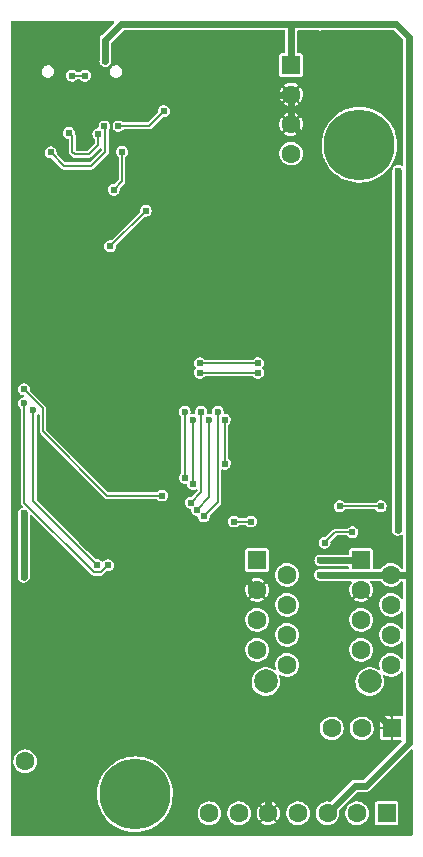
<source format=gbr>
G04 #@! TF.GenerationSoftware,KiCad,Pcbnew,(5.99.0-10229-ge8e7d13299)*
G04 #@! TF.CreationDate,2021-06-16T15:48:42+02:00*
G04 #@! TF.ProjectId,openair2-panelized,6f70656e-6169-4723-922d-70616e656c69,rev?*
G04 #@! TF.SameCoordinates,PX3473bc0PY1312d00*
G04 #@! TF.FileFunction,Copper,L2,Bot*
G04 #@! TF.FilePolarity,Positive*
%FSLAX46Y46*%
G04 Gerber Fmt 4.6, Leading zero omitted, Abs format (unit mm)*
G04 Created by KiCad (PCBNEW (5.99.0-10229-ge8e7d13299)) date 2021-06-16 15:48:42*
%MOMM*%
%LPD*%
G01*
G04 APERTURE LIST*
G04 #@! TA.AperFunction,ComponentPad*
%ADD10R,1.600000X1.600000*%
G04 #@! TD*
G04 #@! TA.AperFunction,ComponentPad*
%ADD11C,1.600000*%
G04 #@! TD*
G04 #@! TA.AperFunction,WasherPad*
%ADD12C,6.000000*%
G04 #@! TD*
G04 #@! TA.AperFunction,WasherPad*
%ADD13C,2.000000*%
G04 #@! TD*
G04 #@! TA.AperFunction,ViaPad*
%ADD14C,0.604800*%
G04 #@! TD*
G04 #@! TA.AperFunction,ViaPad*
%ADD15C,0.600000*%
G04 #@! TD*
G04 #@! TA.AperFunction,Conductor*
%ADD16C,0.200000*%
G04 #@! TD*
G04 #@! TA.AperFunction,Conductor*
%ADD17C,0.600000*%
G04 #@! TD*
G04 #@! TA.AperFunction,Conductor*
%ADD18C,0.150000*%
G04 #@! TD*
G04 APERTURE END LIST*
D10*
X35740000Y-98400000D03*
D11*
X33200000Y-98400000D03*
X30660000Y-98400000D03*
X4700000Y-101200000D03*
D12*
X14000000Y-104000000D03*
D10*
X35300000Y-105600000D03*
D11*
X32800000Y-105600000D03*
X30300000Y-105600000D03*
X27800000Y-105600000D03*
X25300000Y-105600000D03*
X22800000Y-105600000D03*
X20300000Y-105600000D03*
D13*
X25070000Y-94445000D03*
D10*
X24330000Y-84155000D03*
D11*
X26870000Y-85425000D03*
X24330000Y-86695000D03*
X26870000Y-87965000D03*
X24330000Y-89235000D03*
X26870000Y-90505000D03*
X24330000Y-91775000D03*
X26870000Y-93045000D03*
D10*
X27200000Y-42250000D03*
D11*
X27200000Y-44750000D03*
X27200000Y-47250000D03*
X27200000Y-49750000D03*
D13*
X33870000Y-94445000D03*
D10*
X33130000Y-84155000D03*
D11*
X35670000Y-85425000D03*
X33130000Y-86695000D03*
X35670000Y-87965000D03*
X33130000Y-89235000D03*
X35670000Y-90505000D03*
X33130000Y-91775000D03*
X35670000Y-93045000D03*
D12*
X33000000Y-49000000D03*
D14*
X4600000Y-80200000D03*
X29700000Y-84200000D03*
X36300000Y-51200000D03*
X10900000Y-48098084D03*
X16439300Y-46147160D03*
X36258745Y-81600000D03*
X12600000Y-47400000D03*
X4568015Y-85572002D03*
X8400000Y-48000000D03*
X9300000Y-85100000D03*
X31400000Y-45400000D03*
X7500000Y-102000000D03*
X14200000Y-50900000D03*
X5500000Y-106000000D03*
X8500000Y-103000000D03*
X24852400Y-101047600D03*
X29300000Y-76800000D03*
X24700000Y-48500000D03*
X28100000Y-67800000D03*
X25000000Y-53400000D03*
X18600000Y-80900000D03*
X11500000Y-53300000D03*
X5700000Y-46700000D03*
X5400000Y-44900000D03*
X4000000Y-49300000D03*
X6500000Y-101000000D03*
X6100000Y-89700000D03*
X23600000Y-57100000D03*
X24900000Y-41600000D03*
X10200000Y-106200000D03*
X21800000Y-103600000D03*
X6600000Y-96600000D03*
X8500000Y-104000000D03*
X18700000Y-95400000D03*
X18700000Y-49000000D03*
D15*
X16655372Y-65978023D03*
D14*
X35000000Y-53300000D03*
X7500000Y-106000000D03*
X24852400Y-100071797D03*
D15*
X6800000Y-73000000D03*
D14*
X28800000Y-59100000D03*
X4500000Y-44900000D03*
X10700000Y-42400000D03*
D15*
X11449751Y-70257493D03*
D14*
X5700000Y-84800000D03*
X16100000Y-72200000D03*
D15*
X22850000Y-72050000D03*
D14*
X6400000Y-41400000D03*
X12600000Y-41500000D03*
X11300000Y-87900000D03*
X36000000Y-96100000D03*
X34700000Y-73600000D03*
X28600000Y-82200000D03*
X32500000Y-41900000D03*
X10300000Y-47500000D03*
D15*
X12300000Y-61900000D03*
D14*
X28800000Y-45800000D03*
X12600000Y-48300000D03*
X15600000Y-93000000D03*
X24500000Y-96100000D03*
X31500000Y-100700000D03*
X34500000Y-66100000D03*
X13600000Y-44800000D03*
X28800000Y-93900000D03*
X16000000Y-85400000D03*
X4781699Y-51400000D03*
X25850000Y-79350000D03*
X8300000Y-42400000D03*
X24500000Y-63300000D03*
X4600000Y-54900000D03*
X34200000Y-39800000D03*
X4500000Y-106000000D03*
X10900000Y-95100000D03*
X12200000Y-53800000D03*
X29500000Y-89600000D03*
X32700000Y-76600000D03*
X6500000Y-106000000D03*
X13051911Y-46648089D03*
X8500000Y-105000000D03*
X14900000Y-54600000D03*
X11900000Y-57600000D03*
X11500000Y-41900000D03*
X6850000Y-49650000D03*
X29675000Y-85425000D03*
X11400000Y-47400000D03*
X29700000Y-38825000D03*
D15*
X20300000Y-72300000D03*
D14*
X19246442Y-79905180D03*
X19821816Y-80467911D03*
D15*
X21000000Y-71600000D03*
D14*
X22400000Y-80900000D03*
D15*
X18900000Y-72300000D03*
D14*
X23827410Y-80903500D03*
X18903433Y-77727410D03*
D15*
X18200000Y-71600000D03*
D14*
X18200000Y-77200000D03*
X10800000Y-84600000D03*
D15*
X5400000Y-71500000D03*
D14*
X11704219Y-84598696D03*
D15*
X4600000Y-70900000D03*
D14*
X21600000Y-72300000D03*
X21600000Y-76000000D03*
X19600000Y-71600000D03*
X18713153Y-79302416D03*
X4600000Y-69700000D03*
X16300001Y-78699999D03*
X24400000Y-67500000D03*
X30050342Y-82695530D03*
X19500000Y-67500000D03*
X32403153Y-81800000D03*
X34800000Y-79600000D03*
X31327443Y-79600000D03*
X19500000Y-68300000D03*
X24400000Y-68300000D03*
X12900000Y-49600000D03*
X12200000Y-52800000D03*
X8653000Y-43145560D03*
X9750000Y-43150000D03*
D16*
X10900000Y-49000000D02*
X10900000Y-48098084D01*
X12600000Y-47400000D02*
X15186460Y-47400000D01*
X15186460Y-47400000D02*
X16439300Y-46147160D01*
X8900000Y-49800000D02*
X10100000Y-49800000D01*
X8700000Y-49600000D02*
X8900000Y-49800000D01*
D17*
X29700000Y-84200000D02*
X33085000Y-84200000D01*
X4600000Y-80200000D02*
X4600000Y-85540017D01*
X36258745Y-81558745D02*
X36258745Y-81600000D01*
X36300000Y-81558745D02*
X36258745Y-81600000D01*
X36300000Y-51200000D02*
X36300000Y-81558745D01*
D16*
X8400000Y-48000000D02*
X8700000Y-48300000D01*
D17*
X33085000Y-84200000D02*
X33130000Y-84155000D01*
X4600000Y-85540017D02*
X4568015Y-85572002D01*
D16*
X10100000Y-49800000D02*
X10900000Y-49000000D01*
X8700000Y-48300000D02*
X8700000Y-49600000D01*
D17*
X32035000Y-76515000D02*
X32035000Y-69035000D01*
X6800000Y-67400000D02*
X6800000Y-73000000D01*
X7400000Y-45000000D02*
X10900000Y-45000000D01*
X11874015Y-70257493D02*
X11449751Y-70257493D01*
X11149752Y-69957494D02*
X11449751Y-70257493D01*
X25700000Y-61200000D02*
X25700000Y-58400000D01*
X15233395Y-67400000D02*
X16355373Y-66278022D01*
X32035000Y-69035000D02*
X25700000Y-62700000D01*
X28900000Y-55000000D02*
X25350000Y-58550000D01*
X10900000Y-45000000D02*
X10900000Y-45600000D01*
X25700000Y-58400000D02*
X25600000Y-58300000D01*
X34439999Y-97099999D02*
X35740000Y-98400000D01*
X25700000Y-70000000D02*
X25700000Y-73200000D01*
X24852400Y-101047600D02*
X24852400Y-101447600D01*
X12300000Y-61900000D02*
X16378023Y-65978023D01*
X28900000Y-53800000D02*
X28900000Y-48950000D01*
X18600000Y-84600000D02*
X18600000Y-91012446D01*
X18600000Y-80900000D02*
X17900000Y-80200000D01*
X25600000Y-58300000D02*
X25350000Y-58550000D01*
X11449751Y-70681757D02*
X11449751Y-70257493D01*
X22900000Y-95312446D02*
X23287554Y-95700000D01*
X5700000Y-46700000D02*
X7400000Y-45000000D01*
X17900000Y-78800000D02*
X11449751Y-72349751D01*
X18297601Y-81202399D02*
X18600000Y-80900000D01*
X6839614Y-85939614D02*
X13560386Y-85939614D01*
X5700000Y-84800000D02*
X6839614Y-85939614D01*
X27200000Y-44750000D02*
X15450000Y-44750000D01*
X10648089Y-47300000D02*
X10500000Y-47300000D01*
X24800000Y-97212446D02*
X24852400Y-97264846D01*
X13560386Y-85939614D02*
X18297601Y-81202399D01*
X23274264Y-72050000D02*
X22850000Y-72050000D01*
X18600000Y-80900000D02*
X18600000Y-84600000D01*
X24852400Y-97264846D02*
X24852400Y-99644139D01*
X11948089Y-46648089D02*
X11039082Y-46648089D01*
X6600000Y-100900000D02*
X6500000Y-101000000D01*
X24852400Y-101447600D02*
X24600000Y-101700000D01*
X32120000Y-76600000D02*
X32035000Y-76515000D01*
X16355373Y-66278022D02*
X16655372Y-65978023D01*
X20535000Y-82835000D02*
X19700000Y-82000000D01*
X6800000Y-67400000D02*
X15233395Y-67400000D01*
X7099999Y-67699999D02*
X6800000Y-67400000D01*
X6800000Y-67400000D02*
X4781699Y-65381699D01*
X23287554Y-95700000D02*
X24800000Y-97212446D01*
X24330000Y-86695000D02*
X20535000Y-82900000D01*
X13551911Y-46648089D02*
X13051911Y-46648089D01*
X25350000Y-58550000D02*
X13642507Y-70257493D01*
X6600000Y-96600000D02*
X6600000Y-100900000D01*
X25700000Y-62700000D02*
X25700000Y-69767981D01*
X25700000Y-69767981D02*
X23417981Y-72050000D01*
X18600000Y-84600000D02*
X6600000Y-96600000D01*
X25700000Y-76000000D02*
X19700000Y-82000000D01*
X15450000Y-44750000D02*
X13551911Y-46648089D01*
X8592258Y-67400000D02*
X11149752Y-69957494D01*
X24852400Y-99644139D02*
X24852400Y-100071797D01*
X28600000Y-80700000D02*
X32700000Y-76600000D01*
X27300001Y-97099999D02*
X34439999Y-97099999D01*
X16378023Y-65978023D02*
X16655372Y-65978023D01*
X25700000Y-61200000D02*
X25700000Y-62700000D01*
X10648089Y-47039082D02*
X10648089Y-47300000D01*
X25300000Y-105600000D02*
X25300000Y-102400000D01*
X4781699Y-51400000D02*
X4781699Y-47618301D01*
X28900000Y-48950000D02*
X27200000Y-47250000D01*
X13642507Y-70257493D02*
X11874015Y-70257493D01*
X10900000Y-43100000D02*
X10900000Y-45000000D01*
X24852400Y-100071797D02*
X24852400Y-101047600D01*
X20535000Y-82900000D02*
X20535000Y-82835000D01*
X6800000Y-67400000D02*
X8592258Y-67400000D01*
X28600000Y-82200000D02*
X28600000Y-80700000D01*
X24912447Y-97099999D02*
X24800000Y-97212446D01*
X25700000Y-73200000D02*
X25700000Y-76000000D01*
X11039082Y-46648089D02*
X10648089Y-47039082D01*
X17900000Y-80200000D02*
X17900000Y-78800000D01*
X11449751Y-72349751D02*
X11449751Y-70681757D01*
X23417981Y-72050000D02*
X23274264Y-72050000D01*
X4781699Y-47618301D02*
X5700000Y-46700000D01*
X32700000Y-76600000D02*
X32120000Y-76600000D01*
X18600000Y-91012446D02*
X22900000Y-95312446D01*
X13051911Y-46648089D02*
X11948089Y-46648089D01*
X10900000Y-45600000D02*
X11948089Y-46648089D01*
X28900000Y-53800000D02*
X28900000Y-55000000D01*
X19700000Y-82000000D02*
X18600000Y-80900000D01*
X4781699Y-65381699D02*
X4781699Y-51400000D01*
X27200000Y-44750000D02*
X27200000Y-47250000D01*
X27300001Y-97099999D02*
X24912447Y-97099999D01*
D18*
X11900000Y-57600000D02*
X14900000Y-54600000D01*
D17*
X34040002Y-102800000D02*
X37200000Y-99640002D01*
X35670000Y-85425000D02*
X37145001Y-85425000D01*
X37170001Y-99670001D02*
X34040002Y-102800000D01*
D16*
X11500000Y-49600000D02*
X11500000Y-47500000D01*
X6850000Y-49650000D02*
X8000000Y-50800000D01*
D17*
X32632416Y-103267584D02*
X33572418Y-103267584D01*
X12800001Y-38799999D02*
X11500000Y-40100000D01*
X37200000Y-39900000D02*
X36097598Y-38797598D01*
X27200000Y-38799999D02*
X27202401Y-38797598D01*
D16*
X10300000Y-50800000D02*
X11500000Y-49600000D01*
X11500000Y-47500000D02*
X11400000Y-47400000D01*
X8000000Y-50800000D02*
X10300000Y-50800000D01*
D17*
X37170001Y-85400000D02*
X37170001Y-99670001D01*
X35670000Y-85425000D02*
X29675000Y-85425000D01*
X37200000Y-99640002D02*
X37200000Y-39900000D01*
X27200000Y-38799999D02*
X12800001Y-38799999D01*
X36097598Y-38797598D02*
X33899999Y-38797598D01*
X34040002Y-102800000D02*
X33572418Y-103267584D01*
X27202401Y-38797598D02*
X33899999Y-38797598D01*
X37145001Y-85425000D02*
X37170001Y-85400000D01*
X30300000Y-105600000D02*
X32632416Y-103267584D01*
X27200000Y-42250000D02*
X27200000Y-38799999D01*
X11500000Y-40100000D02*
X11500000Y-41900000D01*
D18*
X20300000Y-72300000D02*
X20300000Y-78851622D01*
X20300000Y-78851622D02*
X19246442Y-79905180D01*
X21000000Y-79289727D02*
X19821816Y-80467911D01*
X21000000Y-71600000D02*
X21000000Y-79289727D01*
X22300000Y-80900000D02*
X22400000Y-80900000D01*
X18900000Y-72300000D02*
X18900000Y-77723977D01*
X22400000Y-80900000D02*
X23823910Y-80900000D01*
X23823910Y-80900000D02*
X23827410Y-80903500D01*
X18900000Y-77723977D02*
X18903433Y-77727410D01*
X18200000Y-71600000D02*
X18200000Y-77200000D01*
X5400000Y-79200000D02*
X5400000Y-79050000D01*
X5400000Y-71500000D02*
X5400000Y-79200000D01*
X5400000Y-79200000D02*
X10800000Y-84600000D01*
X4600000Y-79291554D02*
X10510847Y-85202401D01*
X11100515Y-85202401D02*
X11704219Y-84598696D01*
X4600000Y-70900000D02*
X4600000Y-79291554D01*
X10510847Y-85202401D02*
X11100515Y-85202401D01*
X21600000Y-75900000D02*
X21500000Y-76000000D01*
X21500000Y-76000000D02*
X21600000Y-76000000D01*
X21600000Y-72300000D02*
X21600000Y-75900000D01*
X19600000Y-71600000D02*
X19600000Y-78415569D01*
X19600000Y-78415569D02*
X18713153Y-79302416D01*
X6199990Y-71299990D02*
X4600000Y-69700000D01*
X16300001Y-78699999D02*
X11651457Y-78699999D01*
X6199990Y-73248532D02*
X6199990Y-71299990D01*
X11651457Y-78699999D02*
X6199990Y-73248532D01*
X32403153Y-81800000D02*
X30945872Y-81800000D01*
X24400000Y-67500000D02*
X23972342Y-67500000D01*
X30352741Y-82393131D02*
X30050342Y-82695530D01*
X23972342Y-67500000D02*
X19500000Y-67500000D01*
X30945872Y-81800000D02*
X30352741Y-82393131D01*
X24400000Y-68300000D02*
X19500000Y-68300000D01*
X34800000Y-79600000D02*
X31327443Y-79600000D01*
X12200000Y-52800000D02*
X12900000Y-52100000D01*
X12900000Y-52100000D02*
X12900000Y-49600000D01*
X8657440Y-43150000D02*
X8653000Y-43145560D01*
X9750000Y-43150000D02*
X8657440Y-43150000D01*
G04 #@! TA.AperFunction,Conductor*
G36*
X12211369Y-38518907D02*
G01*
X12247333Y-38568407D01*
X12247333Y-38629593D01*
X12223182Y-38669004D01*
X11193118Y-39699068D01*
X11183649Y-39706634D01*
X11183711Y-39706707D01*
X11178339Y-39711279D01*
X11172375Y-39715042D01*
X11140888Y-39750695D01*
X11138358Y-39753559D01*
X11134158Y-39758028D01*
X11121405Y-39770781D01*
X11119293Y-39773599D01*
X11119286Y-39773607D01*
X11114013Y-39780643D01*
X11108998Y-39786802D01*
X11077499Y-39822469D01*
X11074505Y-39828847D01*
X11074502Y-39828851D01*
X11073142Y-39831749D01*
X11062749Y-39849046D01*
X11056602Y-39857247D01*
X11046594Y-39883943D01*
X11039895Y-39901812D01*
X11036810Y-39909133D01*
X11016588Y-39952206D01*
X11015503Y-39959177D01*
X11015011Y-39962335D01*
X11009892Y-39981847D01*
X11006292Y-39991451D01*
X11005770Y-39998482D01*
X11002765Y-40038914D01*
X11001859Y-40046803D01*
X10999500Y-40061955D01*
X10999500Y-40079178D01*
X10999228Y-40086514D01*
X10995671Y-40134382D01*
X10997144Y-40141283D01*
X10997319Y-40142105D01*
X10999500Y-40162770D01*
X10999500Y-41838853D01*
X10998321Y-41854084D01*
X10992138Y-41893795D01*
X11010810Y-42036584D01*
X11068807Y-42168394D01*
X11073344Y-42173791D01*
X11073345Y-42173793D01*
X11127137Y-42237785D01*
X11161468Y-42278627D01*
X11167339Y-42282535D01*
X11167340Y-42282536D01*
X11275472Y-42354515D01*
X11281343Y-42358423D01*
X11288073Y-42360526D01*
X11288076Y-42360527D01*
X11412063Y-42399264D01*
X11412067Y-42399265D01*
X11418796Y-42401367D01*
X11485476Y-42402589D01*
X11555723Y-42403876D01*
X11555725Y-42403876D01*
X11562777Y-42404005D01*
X11569581Y-42402150D01*
X11569582Y-42402150D01*
X11648574Y-42380614D01*
X11701711Y-42366128D01*
X11824430Y-42290778D01*
X11831890Y-42282536D01*
X11916336Y-42189242D01*
X11916336Y-42189241D01*
X11921068Y-42184014D01*
X11983857Y-42054418D01*
X12007748Y-41912409D01*
X12007900Y-41900000D01*
X12001500Y-41855310D01*
X12000500Y-41841276D01*
X12000500Y-40348322D01*
X12019407Y-40290131D01*
X12029496Y-40278318D01*
X12978319Y-39329495D01*
X13032836Y-39301718D01*
X13048323Y-39300499D01*
X26600500Y-39300499D01*
X26658691Y-39319406D01*
X26694655Y-39368906D01*
X26699500Y-39399499D01*
X26699500Y-41145500D01*
X26680593Y-41203691D01*
X26631093Y-41239655D01*
X26600500Y-41244500D01*
X26400000Y-41244500D01*
X26356200Y-41253213D01*
X26330924Y-41258240D01*
X26330922Y-41258241D01*
X26321359Y-41260143D01*
X26254690Y-41304690D01*
X26210143Y-41371359D01*
X26194500Y-41450000D01*
X26194500Y-43050000D01*
X26210143Y-43128641D01*
X26254690Y-43195310D01*
X26321359Y-43239857D01*
X26330922Y-43241759D01*
X26330924Y-43241760D01*
X26356200Y-43246787D01*
X26400000Y-43255500D01*
X28000000Y-43255500D01*
X28043800Y-43246787D01*
X28069076Y-43241760D01*
X28069078Y-43241759D01*
X28078641Y-43239857D01*
X28145310Y-43195310D01*
X28189857Y-43128641D01*
X28205500Y-43050000D01*
X28205500Y-41450000D01*
X28189857Y-41371359D01*
X28145310Y-41304690D01*
X28078641Y-41260143D01*
X28069078Y-41258241D01*
X28069076Y-41258240D01*
X28043800Y-41253213D01*
X28000000Y-41244500D01*
X27799500Y-41244500D01*
X27741309Y-41225593D01*
X27705345Y-41176093D01*
X27700500Y-41145500D01*
X27700500Y-39397098D01*
X27719407Y-39338907D01*
X27768907Y-39302943D01*
X27799500Y-39298098D01*
X29513210Y-39298098D01*
X29542727Y-39302601D01*
X29618796Y-39326367D01*
X29685476Y-39327589D01*
X29755723Y-39328876D01*
X29755725Y-39328876D01*
X29762777Y-39329005D01*
X29769581Y-39327150D01*
X29769582Y-39327150D01*
X29859624Y-39302602D01*
X29863358Y-39301584D01*
X29889398Y-39298098D01*
X35849276Y-39298098D01*
X35907467Y-39317005D01*
X35919280Y-39327094D01*
X36670504Y-40078318D01*
X36698281Y-40132835D01*
X36699500Y-40148322D01*
X36699500Y-50677652D01*
X36680593Y-50735843D01*
X36631093Y-50771807D01*
X36569907Y-50771807D01*
X36546653Y-50760727D01*
X36535818Y-50753704D01*
X36513040Y-50738940D01*
X36375072Y-50697679D01*
X36291959Y-50697171D01*
X36238121Y-50696842D01*
X36238120Y-50696842D01*
X36231070Y-50696799D01*
X36224293Y-50698736D01*
X36224292Y-50698736D01*
X36099389Y-50734434D01*
X36099388Y-50734435D01*
X36092609Y-50736372D01*
X36086645Y-50740135D01*
X35976788Y-50809449D01*
X35976786Y-50809451D01*
X35970820Y-50813215D01*
X35875493Y-50921151D01*
X35814293Y-51051504D01*
X35792138Y-51193795D01*
X35793053Y-51200792D01*
X35793053Y-51200793D01*
X35798664Y-51243701D01*
X35799500Y-51256538D01*
X35799500Y-81337392D01*
X35790115Y-81379466D01*
X35775333Y-81410951D01*
X35758245Y-81520700D01*
X35758245Y-81538853D01*
X35757066Y-81554084D01*
X35750883Y-81593795D01*
X35751798Y-81600792D01*
X35751798Y-81600794D01*
X35754178Y-81618994D01*
X35754785Y-81625096D01*
X35754939Y-81627349D01*
X35754416Y-81634382D01*
X35755888Y-81641278D01*
X35758167Y-81651955D01*
X35759511Y-81659780D01*
X35769555Y-81736584D01*
X35779784Y-81759831D01*
X35782077Y-81765514D01*
X35782863Y-81767651D01*
X35784336Y-81774549D01*
X35787686Y-81780757D01*
X35792873Y-81790370D01*
X35796363Y-81797510D01*
X35827552Y-81868394D01*
X35832089Y-81873792D01*
X35832090Y-81873793D01*
X35843907Y-81887851D01*
X35847704Y-81892663D01*
X35849046Y-81894476D01*
X35852395Y-81900683D01*
X35857350Y-81905699D01*
X35857354Y-81905704D01*
X35865023Y-81913467D01*
X35870377Y-81919340D01*
X35920213Y-81978627D01*
X35941381Y-81992718D01*
X35946370Y-81996267D01*
X35948163Y-81997628D01*
X35953120Y-82002646D01*
X35959285Y-82006070D01*
X35959286Y-82006071D01*
X35968830Y-82011372D01*
X35975617Y-82015507D01*
X36034215Y-82054514D01*
X36034217Y-82054515D01*
X36040088Y-82058423D01*
X36064368Y-82066009D01*
X36070142Y-82068012D01*
X36072248Y-82068816D01*
X36078414Y-82072241D01*
X36085288Y-82073796D01*
X36085292Y-82073798D01*
X36095932Y-82076205D01*
X36103608Y-82078269D01*
X36170804Y-82099263D01*
X36170809Y-82099264D01*
X36177541Y-82101367D01*
X36191013Y-82101614D01*
X36202950Y-82101833D01*
X36209072Y-82102135D01*
X36211330Y-82102317D01*
X36218204Y-82103872D01*
X36236140Y-82102759D01*
X36244086Y-82102586D01*
X36314469Y-82103876D01*
X36314471Y-82103876D01*
X36321522Y-82104005D01*
X36328325Y-82102150D01*
X36328327Y-82102150D01*
X36346050Y-82097318D01*
X36352019Y-82095888D01*
X36354214Y-82095433D01*
X36361254Y-82094997D01*
X36367887Y-82092603D01*
X36367890Y-82092602D01*
X36378157Y-82088896D01*
X36385729Y-82086501D01*
X36394851Y-82084014D01*
X36460456Y-82066128D01*
X36466466Y-82062438D01*
X36466470Y-82062436D01*
X36482119Y-82052827D01*
X36487445Y-82049780D01*
X36489432Y-82048723D01*
X36496063Y-82046330D01*
X36510571Y-82035732D01*
X36517166Y-82031308D01*
X36533996Y-82020974D01*
X36548699Y-82011947D01*
X36608179Y-81997610D01*
X36664728Y-82020974D01*
X36696744Y-82073115D01*
X36699500Y-82096312D01*
X36699500Y-84825500D01*
X36680593Y-84883691D01*
X36631093Y-84919655D01*
X36600500Y-84924500D01*
X36594641Y-84924500D01*
X36536450Y-84905593D01*
X36508054Y-84873497D01*
X36495666Y-84851148D01*
X36417082Y-84759463D01*
X36366678Y-84700655D01*
X36366676Y-84700653D01*
X36363412Y-84696845D01*
X36202834Y-84572288D01*
X36020489Y-84482563D01*
X35906309Y-84452821D01*
X35828685Y-84432601D01*
X35828681Y-84432600D01*
X35823827Y-84431336D01*
X35818815Y-84431073D01*
X35818813Y-84431073D01*
X35747342Y-84427328D01*
X35620882Y-84420700D01*
X35615923Y-84421450D01*
X35424899Y-84450340D01*
X35424896Y-84450341D01*
X35419942Y-84451090D01*
X35229218Y-84521263D01*
X35190226Y-84545439D01*
X35061104Y-84625498D01*
X35056499Y-84628353D01*
X34908841Y-84767986D01*
X34905967Y-84772091D01*
X34905964Y-84772094D01*
X34828809Y-84882284D01*
X34779944Y-84919106D01*
X34747713Y-84924500D01*
X34234500Y-84924500D01*
X34176309Y-84905593D01*
X34140345Y-84856093D01*
X34135500Y-84825500D01*
X34135500Y-83355000D01*
X34119857Y-83276359D01*
X34075310Y-83209690D01*
X34008641Y-83165143D01*
X33999078Y-83163241D01*
X33999076Y-83163240D01*
X33972576Y-83157969D01*
X33930000Y-83149500D01*
X32330000Y-83149500D01*
X32287424Y-83157969D01*
X32260924Y-83163240D01*
X32260922Y-83163241D01*
X32251359Y-83165143D01*
X32184690Y-83209690D01*
X32140143Y-83276359D01*
X32124500Y-83355000D01*
X32124500Y-83600500D01*
X32105593Y-83658691D01*
X32056093Y-83694655D01*
X32025500Y-83699500D01*
X29787848Y-83699500D01*
X29778951Y-83698839D01*
X29775072Y-83697679D01*
X29691959Y-83697171D01*
X29638121Y-83696842D01*
X29638120Y-83696842D01*
X29631070Y-83696799D01*
X29624293Y-83698736D01*
X29624292Y-83698736D01*
X29584453Y-83710122D01*
X29571285Y-83712933D01*
X29558123Y-83714818D01*
X29551702Y-83717737D01*
X29551700Y-83717738D01*
X29548060Y-83719393D01*
X29534294Y-83724457D01*
X29499392Y-83734433D01*
X29499390Y-83734434D01*
X29492609Y-83736372D01*
X29451612Y-83762240D01*
X29439761Y-83768634D01*
X29427651Y-83774140D01*
X29422306Y-83778746D01*
X29422304Y-83778747D01*
X29419280Y-83781353D01*
X29407485Y-83790081D01*
X29370820Y-83813215D01*
X29366153Y-83818500D01*
X29366150Y-83818502D01*
X29338726Y-83849554D01*
X29329147Y-83859017D01*
X29324418Y-83863092D01*
X29324416Y-83863094D01*
X29319074Y-83867697D01*
X29313066Y-83876966D01*
X29304196Y-83888651D01*
X29275493Y-83921151D01*
X29272495Y-83927537D01*
X29254888Y-83965040D01*
X29248350Y-83976810D01*
X29241118Y-83987967D01*
X29237950Y-83998559D01*
X29232719Y-84012257D01*
X29217291Y-84045117D01*
X29217290Y-84045120D01*
X29214293Y-84051504D01*
X29208990Y-84085562D01*
X29206834Y-84099408D01*
X29203863Y-84112538D01*
X29200052Y-84125282D01*
X29199993Y-84135068D01*
X29199985Y-84136328D01*
X29198808Y-84150958D01*
X29192138Y-84193795D01*
X29193053Y-84200793D01*
X29193053Y-84200794D01*
X29198424Y-84241868D01*
X29199258Y-84255306D01*
X29199177Y-84268604D01*
X29201116Y-84275388D01*
X29202214Y-84279230D01*
X29205189Y-84293598D01*
X29210810Y-84336584D01*
X29229532Y-84379133D01*
X29230336Y-84380961D01*
X29234906Y-84393621D01*
X29238562Y-84406411D01*
X29244459Y-84415757D01*
X29251345Y-84428709D01*
X29261955Y-84452821D01*
X29268807Y-84468394D01*
X29273346Y-84473794D01*
X29273348Y-84473797D01*
X29300004Y-84505509D01*
X29307946Y-84516379D01*
X29315042Y-84527625D01*
X29323325Y-84534940D01*
X29333568Y-84545435D01*
X29361468Y-84578627D01*
X29397365Y-84602522D01*
X29401824Y-84605490D01*
X29412502Y-84613698D01*
X29422469Y-84622501D01*
X29428851Y-84625498D01*
X29428852Y-84625498D01*
X29432473Y-84627198D01*
X29445252Y-84634399D01*
X29481343Y-84658423D01*
X29522491Y-84671279D01*
X29527624Y-84672883D01*
X29540168Y-84677761D01*
X29545702Y-84680358D01*
X29552206Y-84683412D01*
X29563120Y-84685111D01*
X29577406Y-84688436D01*
X29612064Y-84699264D01*
X29612065Y-84699264D01*
X29618796Y-84701367D01*
X29690787Y-84702686D01*
X29755723Y-84703876D01*
X29755725Y-84703876D01*
X29762777Y-84704005D01*
X29769581Y-84702150D01*
X29776582Y-84701278D01*
X29776688Y-84702126D01*
X29788887Y-84700500D01*
X32025500Y-84700500D01*
X32083691Y-84719407D01*
X32119655Y-84768907D01*
X32124500Y-84799500D01*
X32124500Y-84825500D01*
X32105593Y-84883691D01*
X32056093Y-84919655D01*
X32025500Y-84924500D01*
X29762848Y-84924500D01*
X29753951Y-84923839D01*
X29750072Y-84922679D01*
X29666959Y-84922171D01*
X29613121Y-84921842D01*
X29613120Y-84921842D01*
X29606070Y-84921799D01*
X29599293Y-84923736D01*
X29599292Y-84923736D01*
X29559453Y-84935122D01*
X29546285Y-84937933D01*
X29533123Y-84939818D01*
X29526702Y-84942737D01*
X29526700Y-84942738D01*
X29523060Y-84944393D01*
X29509294Y-84949457D01*
X29474392Y-84959433D01*
X29474390Y-84959434D01*
X29467609Y-84961372D01*
X29431362Y-84984243D01*
X29426612Y-84987240D01*
X29414761Y-84993634D01*
X29402651Y-84999140D01*
X29397306Y-85003746D01*
X29397304Y-85003747D01*
X29394280Y-85006353D01*
X29382485Y-85015081D01*
X29345820Y-85038215D01*
X29341153Y-85043500D01*
X29341150Y-85043502D01*
X29313726Y-85074554D01*
X29304147Y-85084017D01*
X29299418Y-85088092D01*
X29299416Y-85088094D01*
X29294074Y-85092697D01*
X29288792Y-85100846D01*
X29288066Y-85101966D01*
X29279196Y-85113651D01*
X29256422Y-85139438D01*
X29250493Y-85146151D01*
X29243757Y-85160500D01*
X29229888Y-85190040D01*
X29223350Y-85201810D01*
X29216118Y-85212967D01*
X29212950Y-85223559D01*
X29207719Y-85237257D01*
X29192291Y-85270117D01*
X29192290Y-85270120D01*
X29189293Y-85276504D01*
X29183301Y-85314987D01*
X29181834Y-85324408D01*
X29178863Y-85337538D01*
X29175052Y-85350282D01*
X29175009Y-85357338D01*
X29174985Y-85361328D01*
X29173808Y-85375958D01*
X29167138Y-85418795D01*
X29168053Y-85425793D01*
X29168053Y-85425794D01*
X29173424Y-85466868D01*
X29174258Y-85480306D01*
X29174177Y-85493604D01*
X29176116Y-85500388D01*
X29177214Y-85504230D01*
X29180189Y-85518598D01*
X29181424Y-85528038D01*
X29185810Y-85561584D01*
X29203196Y-85601097D01*
X29205336Y-85605961D01*
X29209906Y-85618621D01*
X29213562Y-85631411D01*
X29219459Y-85640757D01*
X29226345Y-85653709D01*
X29238285Y-85680844D01*
X29243807Y-85693394D01*
X29248346Y-85698794D01*
X29248348Y-85698797D01*
X29275004Y-85730509D01*
X29282946Y-85741379D01*
X29290042Y-85752625D01*
X29298325Y-85759940D01*
X29308568Y-85770435D01*
X29336468Y-85803627D01*
X29372409Y-85827551D01*
X29376824Y-85830490D01*
X29387502Y-85838698D01*
X29397469Y-85847501D01*
X29403851Y-85850498D01*
X29403852Y-85850498D01*
X29407473Y-85852198D01*
X29420252Y-85859399D01*
X29426285Y-85863415D01*
X29456343Y-85883423D01*
X29496937Y-85896106D01*
X29502624Y-85897883D01*
X29515168Y-85902761D01*
X29520702Y-85905358D01*
X29527206Y-85908412D01*
X29538120Y-85910111D01*
X29552406Y-85913436D01*
X29587064Y-85924264D01*
X29587065Y-85924264D01*
X29593796Y-85926367D01*
X29665786Y-85927686D01*
X29730723Y-85928876D01*
X29730725Y-85928876D01*
X29737777Y-85929005D01*
X29744581Y-85927150D01*
X29751582Y-85926278D01*
X29751688Y-85927126D01*
X29763887Y-85925500D01*
X32258035Y-85925500D01*
X32316226Y-85944407D01*
X32352190Y-85993907D01*
X32352190Y-86055093D01*
X32339131Y-86081284D01*
X32255588Y-86200595D01*
X32250723Y-86209299D01*
X32174032Y-86386522D01*
X32171019Y-86396022D01*
X32131531Y-86585039D01*
X32130487Y-86594967D01*
X32129814Y-86788051D01*
X32130788Y-86797989D01*
X32168953Y-86987268D01*
X32171905Y-86996805D01*
X32247354Y-87174549D01*
X32252158Y-87183288D01*
X32341664Y-87313035D01*
X32352260Y-87321136D01*
X32352702Y-87321147D01*
X32359286Y-87317222D01*
X33059996Y-86616512D01*
X33114513Y-86588735D01*
X33174945Y-86598306D01*
X33200004Y-86616512D01*
X33896699Y-87313207D01*
X33908582Y-87319261D01*
X33911954Y-87318727D01*
X33914040Y-87317098D01*
X33947938Y-87278102D01*
X33953695Y-87269942D01*
X34048484Y-87101719D01*
X34052478Y-87092576D01*
X34111503Y-86908731D01*
X34113580Y-86898960D01*
X34134696Y-86704594D01*
X34134985Y-86699418D01*
X34134991Y-86697602D01*
X34134737Y-86692414D01*
X34114980Y-86497904D01*
X34112974Y-86488135D01*
X34055230Y-86303871D01*
X34051299Y-86294701D01*
X33957687Y-86125821D01*
X33951994Y-86117630D01*
X33927393Y-86088927D01*
X33903880Y-86032440D01*
X33918059Y-85972920D01*
X33964516Y-85933102D01*
X34002561Y-85925500D01*
X34748002Y-85925500D01*
X34806193Y-85944407D01*
X34829491Y-85968282D01*
X34904273Y-86076685D01*
X34907890Y-86080153D01*
X34907892Y-86080156D01*
X35047330Y-86213872D01*
X35050952Y-86217345D01*
X35222919Y-86325638D01*
X35227616Y-86327403D01*
X35227619Y-86327405D01*
X35408453Y-86395376D01*
X35413149Y-86397141D01*
X35418105Y-86397926D01*
X35608912Y-86428147D01*
X35608916Y-86428147D01*
X35613871Y-86428932D01*
X35695746Y-86425214D01*
X35811874Y-86419941D01*
X35811878Y-86419940D01*
X35816886Y-86419713D01*
X35906091Y-86397141D01*
X36009036Y-86371092D01*
X36013901Y-86369861D01*
X36119493Y-86318816D01*
X36192359Y-86283591D01*
X36192361Y-86283590D01*
X36196868Y-86281411D01*
X36358312Y-86157978D01*
X36361599Y-86154197D01*
X36361603Y-86154193D01*
X36452970Y-86049086D01*
X36490431Y-86005992D01*
X36490433Y-86005991D01*
X36491639Y-86004603D01*
X36491939Y-86004864D01*
X36538592Y-85969958D01*
X36599771Y-85969101D01*
X36649770Y-86004367D01*
X36669501Y-86063675D01*
X36669501Y-87326332D01*
X36650594Y-87384523D01*
X36601094Y-87420487D01*
X36539908Y-87420487D01*
X36495333Y-87390759D01*
X36366678Y-87240655D01*
X36366676Y-87240653D01*
X36363412Y-87236845D01*
X36202834Y-87112288D01*
X36020489Y-87022563D01*
X35906309Y-86992821D01*
X35828685Y-86972601D01*
X35828681Y-86972600D01*
X35823827Y-86971336D01*
X35818815Y-86971073D01*
X35818813Y-86971073D01*
X35747342Y-86967328D01*
X35620882Y-86960700D01*
X35615923Y-86961450D01*
X35424899Y-86990340D01*
X35424896Y-86990341D01*
X35419942Y-86991090D01*
X35229218Y-87061263D01*
X35056499Y-87168353D01*
X34908841Y-87307986D01*
X34905967Y-87312091D01*
X34905964Y-87312094D01*
X34850883Y-87390759D01*
X34792277Y-87474457D01*
X34790288Y-87479053D01*
X34790287Y-87479055D01*
X34785712Y-87489628D01*
X34711567Y-87660967D01*
X34710543Y-87665866D01*
X34710542Y-87665871D01*
X34691288Y-87758034D01*
X34670008Y-87859897D01*
X34669299Y-88063120D01*
X34670291Y-88068038D01*
X34703241Y-88231450D01*
X34709468Y-88262334D01*
X34788874Y-88449403D01*
X34791719Y-88453527D01*
X34791720Y-88453529D01*
X34901426Y-88612559D01*
X34901430Y-88612563D01*
X34904273Y-88616685D01*
X34907890Y-88620153D01*
X34907892Y-88620156D01*
X35042307Y-88749055D01*
X35050952Y-88757345D01*
X35222919Y-88865638D01*
X35227616Y-88867403D01*
X35227619Y-88867405D01*
X35384496Y-88926371D01*
X35413149Y-88937141D01*
X35418105Y-88937926D01*
X35608912Y-88968147D01*
X35608916Y-88968147D01*
X35613871Y-88968932D01*
X35695746Y-88965214D01*
X35811874Y-88959941D01*
X35811878Y-88959940D01*
X35816886Y-88959713D01*
X35906091Y-88937141D01*
X35930490Y-88930967D01*
X36013901Y-88909861D01*
X36169784Y-88834504D01*
X36192359Y-88823591D01*
X36192361Y-88823590D01*
X36196868Y-88821411D01*
X36358312Y-88697978D01*
X36361599Y-88694197D01*
X36361603Y-88694193D01*
X36488348Y-88548389D01*
X36488349Y-88548388D01*
X36490438Y-88545984D01*
X36490440Y-88545983D01*
X36491639Y-88544603D01*
X36491937Y-88544862D01*
X36538599Y-88509957D01*
X36599779Y-88509104D01*
X36649775Y-88544375D01*
X36669501Y-88603676D01*
X36669501Y-89866332D01*
X36650594Y-89924523D01*
X36601094Y-89960487D01*
X36539908Y-89960487D01*
X36495333Y-89930759D01*
X36366678Y-89780655D01*
X36366676Y-89780653D01*
X36363412Y-89776845D01*
X36202834Y-89652288D01*
X36020489Y-89562563D01*
X35904439Y-89532334D01*
X35828685Y-89512601D01*
X35828681Y-89512600D01*
X35823827Y-89511336D01*
X35818815Y-89511073D01*
X35818813Y-89511073D01*
X35747342Y-89507328D01*
X35620882Y-89500700D01*
X35615923Y-89501450D01*
X35424899Y-89530340D01*
X35424896Y-89530341D01*
X35419942Y-89531090D01*
X35229218Y-89601263D01*
X35056499Y-89708353D01*
X34908841Y-89847986D01*
X34905967Y-89852091D01*
X34905964Y-89852094D01*
X34850883Y-89930759D01*
X34792277Y-90014457D01*
X34711567Y-90200967D01*
X34710543Y-90205866D01*
X34710542Y-90205871D01*
X34691288Y-90298034D01*
X34670008Y-90399897D01*
X34669299Y-90603120D01*
X34670291Y-90608038D01*
X34703241Y-90771450D01*
X34709468Y-90802334D01*
X34788874Y-90989403D01*
X34791719Y-90993527D01*
X34791720Y-90993529D01*
X34901426Y-91152559D01*
X34901430Y-91152563D01*
X34904273Y-91156685D01*
X34907890Y-91160153D01*
X34907892Y-91160156D01*
X35042307Y-91289055D01*
X35050952Y-91297345D01*
X35222919Y-91405638D01*
X35227616Y-91407403D01*
X35227619Y-91407405D01*
X35384496Y-91466371D01*
X35413149Y-91477141D01*
X35418105Y-91477926D01*
X35608912Y-91508147D01*
X35608916Y-91508147D01*
X35613871Y-91508932D01*
X35695746Y-91505214D01*
X35811874Y-91499941D01*
X35811878Y-91499940D01*
X35816886Y-91499713D01*
X35906091Y-91477141D01*
X35930490Y-91470967D01*
X36013901Y-91449861D01*
X36169784Y-91374504D01*
X36192359Y-91363591D01*
X36192361Y-91363590D01*
X36196868Y-91361411D01*
X36358312Y-91237978D01*
X36361599Y-91234197D01*
X36361603Y-91234193D01*
X36488348Y-91088389D01*
X36488349Y-91088388D01*
X36490438Y-91085984D01*
X36490440Y-91085983D01*
X36491639Y-91084603D01*
X36491937Y-91084862D01*
X36538599Y-91049957D01*
X36599779Y-91049104D01*
X36649775Y-91084375D01*
X36669501Y-91143676D01*
X36669501Y-92406332D01*
X36650594Y-92464523D01*
X36601094Y-92500487D01*
X36539908Y-92500487D01*
X36495333Y-92470759D01*
X36366678Y-92320655D01*
X36366676Y-92320653D01*
X36363412Y-92316845D01*
X36202834Y-92192288D01*
X36020489Y-92102563D01*
X35904439Y-92072334D01*
X35828685Y-92052601D01*
X35828681Y-92052600D01*
X35823827Y-92051336D01*
X35818815Y-92051073D01*
X35818813Y-92051073D01*
X35747342Y-92047328D01*
X35620882Y-92040700D01*
X35615923Y-92041450D01*
X35424899Y-92070340D01*
X35424896Y-92070341D01*
X35419942Y-92071090D01*
X35229218Y-92141263D01*
X35056499Y-92248353D01*
X34908841Y-92387986D01*
X34905967Y-92392091D01*
X34905964Y-92392094D01*
X34850883Y-92470759D01*
X34792277Y-92554457D01*
X34711567Y-92740967D01*
X34710543Y-92745866D01*
X34710542Y-92745871D01*
X34691288Y-92838034D01*
X34670008Y-92939897D01*
X34669299Y-93143120D01*
X34709468Y-93342334D01*
X34711430Y-93346955D01*
X34712784Y-93351330D01*
X34711931Y-93412510D01*
X34675281Y-93461504D01*
X34616832Y-93479598D01*
X34565384Y-93464335D01*
X34421123Y-93373313D01*
X34417286Y-93370892D01*
X34212380Y-93289143D01*
X33996009Y-93246104D01*
X33887318Y-93244681D01*
X33779958Y-93243275D01*
X33779953Y-93243275D01*
X33775418Y-93243216D01*
X33770945Y-93243985D01*
X33770940Y-93243985D01*
X33684520Y-93258835D01*
X33557994Y-93280576D01*
X33351019Y-93356933D01*
X33161425Y-93469730D01*
X33158010Y-93472725D01*
X33158007Y-93472727D01*
X32999369Y-93611849D01*
X32995561Y-93615189D01*
X32858983Y-93788438D01*
X32856870Y-93792453D01*
X32856870Y-93792454D01*
X32775346Y-93947405D01*
X32756263Y-93983675D01*
X32690843Y-94194362D01*
X32664913Y-94413444D01*
X32679342Y-94633582D01*
X32733646Y-94847404D01*
X32826006Y-95047750D01*
X32953331Y-95227910D01*
X33111354Y-95381849D01*
X33294785Y-95504414D01*
X33497480Y-95591499D01*
X33712651Y-95640187D01*
X33822871Y-95644517D01*
X33928558Y-95648670D01*
X33928559Y-95648670D01*
X33933091Y-95648848D01*
X34042255Y-95633020D01*
X34146924Y-95617844D01*
X34146928Y-95617843D01*
X34151418Y-95617192D01*
X34168960Y-95611237D01*
X34356024Y-95547738D01*
X34356027Y-95547736D01*
X34360321Y-95546279D01*
X34552803Y-95438484D01*
X34722417Y-95297417D01*
X34863484Y-95127803D01*
X34971279Y-94935321D01*
X35042192Y-94726418D01*
X35055016Y-94637977D01*
X35073428Y-94510990D01*
X35073428Y-94510984D01*
X35073848Y-94508091D01*
X35075500Y-94445000D01*
X35073017Y-94417971D01*
X35055729Y-94229833D01*
X35055314Y-94225315D01*
X34995431Y-94012987D01*
X34994831Y-94011770D01*
X34991677Y-93951609D01*
X35025000Y-93900294D01*
X35082121Y-93878367D01*
X35140058Y-93893458D01*
X35222919Y-93945638D01*
X35227616Y-93947403D01*
X35227619Y-93947405D01*
X35401363Y-94012711D01*
X35413149Y-94017141D01*
X35418105Y-94017926D01*
X35608912Y-94048147D01*
X35608916Y-94048147D01*
X35613871Y-94048932D01*
X35695746Y-94045214D01*
X35811874Y-94039941D01*
X35811878Y-94039940D01*
X35816886Y-94039713D01*
X35906091Y-94017141D01*
X36009036Y-93991092D01*
X36013901Y-93989861D01*
X36119493Y-93938816D01*
X36192359Y-93903591D01*
X36192361Y-93903590D01*
X36196868Y-93901411D01*
X36344631Y-93788438D01*
X36354327Y-93781025D01*
X36354328Y-93781024D01*
X36358312Y-93777978D01*
X36361599Y-93774197D01*
X36361603Y-93774193D01*
X36488348Y-93628389D01*
X36488349Y-93628388D01*
X36490438Y-93625984D01*
X36490440Y-93625983D01*
X36491639Y-93624603D01*
X36491937Y-93624862D01*
X36538599Y-93589957D01*
X36599779Y-93589104D01*
X36649775Y-93624375D01*
X36669501Y-93683676D01*
X36669501Y-97300127D01*
X36650594Y-97358318D01*
X36601094Y-97394282D01*
X36551189Y-97397225D01*
X36544769Y-97395948D01*
X36535142Y-97395000D01*
X35860680Y-97395000D01*
X35847995Y-97399122D01*
X35845000Y-97403243D01*
X35845000Y-99389320D01*
X35849122Y-99402005D01*
X35853243Y-99405000D01*
X36488180Y-99405000D01*
X36546371Y-99423907D01*
X36582335Y-99473407D01*
X36582335Y-99534593D01*
X36558184Y-99574004D01*
X33394100Y-102738088D01*
X33339583Y-102765865D01*
X33324096Y-102767084D01*
X32698919Y-102767084D01*
X32686874Y-102765738D01*
X32686866Y-102765834D01*
X32679834Y-102765268D01*
X32672956Y-102763712D01*
X32625113Y-102766680D01*
X32621667Y-102766894D01*
X32615537Y-102767084D01*
X32597502Y-102767084D01*
X32594016Y-102767583D01*
X32594005Y-102767584D01*
X32585307Y-102768830D01*
X32577405Y-102769640D01*
X32536943Y-102772150D01*
X32536940Y-102772151D01*
X32529906Y-102772587D01*
X32523275Y-102774981D01*
X32523270Y-102774982D01*
X32520264Y-102776067D01*
X32500687Y-102780949D01*
X32499503Y-102781118D01*
X32497521Y-102781402D01*
X32497520Y-102781402D01*
X32490539Y-102782402D01*
X32484121Y-102785320D01*
X32484118Y-102785321D01*
X32461316Y-102795689D01*
X32447212Y-102802101D01*
X32439858Y-102805095D01*
X32401731Y-102818859D01*
X32401729Y-102818860D01*
X32395098Y-102821254D01*
X32389404Y-102825414D01*
X32389400Y-102825416D01*
X32386824Y-102827298D01*
X32369398Y-102837481D01*
X32366489Y-102838804D01*
X32366488Y-102838805D01*
X32360067Y-102841724D01*
X32354726Y-102846326D01*
X32354723Y-102846328D01*
X32324006Y-102872795D01*
X32317786Y-102877734D01*
X32308497Y-102884520D01*
X32308493Y-102884524D01*
X32305411Y-102886775D01*
X32293231Y-102898955D01*
X32287851Y-102903950D01*
X32251490Y-102935281D01*
X32247196Y-102941905D01*
X32234128Y-102958058D01*
X30598658Y-104593528D01*
X30544141Y-104621305D01*
X30503700Y-104619327D01*
X30489246Y-104615562D01*
X30458685Y-104607601D01*
X30458681Y-104607600D01*
X30453827Y-104606336D01*
X30448815Y-104606073D01*
X30448813Y-104606073D01*
X30377342Y-104602328D01*
X30250882Y-104595700D01*
X30245923Y-104596450D01*
X30054899Y-104625340D01*
X30054896Y-104625341D01*
X30049942Y-104626090D01*
X29859218Y-104696263D01*
X29686499Y-104803353D01*
X29538841Y-104942986D01*
X29535967Y-104947091D01*
X29535964Y-104947094D01*
X29483078Y-105022624D01*
X29422277Y-105109457D01*
X29420288Y-105114053D01*
X29420287Y-105114055D01*
X29408704Y-105140822D01*
X29341567Y-105295967D01*
X29340543Y-105300866D01*
X29340542Y-105300871D01*
X29313938Y-105428220D01*
X29300008Y-105494897D01*
X29299299Y-105698120D01*
X29315026Y-105776116D01*
X29338447Y-105892268D01*
X29339468Y-105897334D01*
X29418874Y-106084403D01*
X29421719Y-106088527D01*
X29421720Y-106088529D01*
X29531426Y-106247559D01*
X29531430Y-106247563D01*
X29534273Y-106251685D01*
X29537890Y-106255153D01*
X29537892Y-106255156D01*
X29675517Y-106387133D01*
X29680952Y-106392345D01*
X29852919Y-106500638D01*
X29857616Y-106502403D01*
X29857619Y-106502405D01*
X29992962Y-106553277D01*
X30043149Y-106572141D01*
X30048105Y-106572926D01*
X30238912Y-106603147D01*
X30238916Y-106603147D01*
X30243871Y-106603932D01*
X30325746Y-106600214D01*
X30441874Y-106594941D01*
X30441878Y-106594940D01*
X30446886Y-106594713D01*
X30536091Y-106572141D01*
X30639036Y-106546092D01*
X30643901Y-106544861D01*
X30799006Y-106469880D01*
X30822359Y-106458591D01*
X30822361Y-106458590D01*
X30826868Y-106456411D01*
X30988312Y-106332978D01*
X30991599Y-106329197D01*
X30991603Y-106329193D01*
X31118346Y-106183391D01*
X31121639Y-106179603D01*
X31124266Y-106174942D01*
X31218942Y-106006919D01*
X31218943Y-106006917D01*
X31221403Y-106002551D01*
X31283527Y-105809055D01*
X31295578Y-105698120D01*
X31799299Y-105698120D01*
X31815026Y-105776116D01*
X31838447Y-105892268D01*
X31839468Y-105897334D01*
X31918874Y-106084403D01*
X31921719Y-106088527D01*
X31921720Y-106088529D01*
X32031426Y-106247559D01*
X32031430Y-106247563D01*
X32034273Y-106251685D01*
X32037890Y-106255153D01*
X32037892Y-106255156D01*
X32175517Y-106387133D01*
X32180952Y-106392345D01*
X32352919Y-106500638D01*
X32357616Y-106502403D01*
X32357619Y-106502405D01*
X32492962Y-106553277D01*
X32543149Y-106572141D01*
X32548105Y-106572926D01*
X32738912Y-106603147D01*
X32738916Y-106603147D01*
X32743871Y-106603932D01*
X32825746Y-106600214D01*
X32941874Y-106594941D01*
X32941878Y-106594940D01*
X32946886Y-106594713D01*
X33036091Y-106572141D01*
X33139036Y-106546092D01*
X33143901Y-106544861D01*
X33299006Y-106469880D01*
X33322359Y-106458591D01*
X33322361Y-106458590D01*
X33326868Y-106456411D01*
X33488312Y-106332978D01*
X33491599Y-106329197D01*
X33491603Y-106329193D01*
X33618346Y-106183391D01*
X33621639Y-106179603D01*
X33624266Y-106174942D01*
X33718942Y-106006919D01*
X33718943Y-106006917D01*
X33721403Y-106002551D01*
X33783527Y-105809055D01*
X33805475Y-105607020D01*
X33805500Y-105600000D01*
X33805238Y-105597414D01*
X33785470Y-105402803D01*
X33785469Y-105402799D01*
X33784963Y-105397816D01*
X33724191Y-105203891D01*
X33625666Y-105026148D01*
X33493412Y-104871845D01*
X33400790Y-104800000D01*
X34294500Y-104800000D01*
X34294500Y-106400000D01*
X34303213Y-106443800D01*
X34306071Y-106458168D01*
X34310143Y-106478641D01*
X34354690Y-106545310D01*
X34362800Y-106550729D01*
X34366613Y-106553277D01*
X34421359Y-106589857D01*
X34430922Y-106591759D01*
X34430924Y-106591760D01*
X34446917Y-106594941D01*
X34500000Y-106605500D01*
X36100000Y-106605500D01*
X36153083Y-106594941D01*
X36169076Y-106591760D01*
X36169078Y-106591759D01*
X36178641Y-106589857D01*
X36233387Y-106553277D01*
X36237200Y-106550729D01*
X36245310Y-106545310D01*
X36289857Y-106478641D01*
X36293930Y-106458168D01*
X36296787Y-106443800D01*
X36305500Y-106400000D01*
X36305500Y-104800000D01*
X36289857Y-104721359D01*
X36245310Y-104654690D01*
X36178641Y-104610143D01*
X36169078Y-104608241D01*
X36169076Y-104608240D01*
X36143800Y-104603213D01*
X36100000Y-104594500D01*
X34500000Y-104594500D01*
X34456200Y-104603213D01*
X34430924Y-104608240D01*
X34430922Y-104608241D01*
X34421359Y-104610143D01*
X34354690Y-104654690D01*
X34310143Y-104721359D01*
X34294500Y-104800000D01*
X33400790Y-104800000D01*
X33332834Y-104747288D01*
X33150489Y-104657563D01*
X33057025Y-104633217D01*
X32958685Y-104607601D01*
X32958681Y-104607600D01*
X32953827Y-104606336D01*
X32948815Y-104606073D01*
X32948813Y-104606073D01*
X32877342Y-104602328D01*
X32750882Y-104595700D01*
X32745923Y-104596450D01*
X32554899Y-104625340D01*
X32554896Y-104625341D01*
X32549942Y-104626090D01*
X32359218Y-104696263D01*
X32186499Y-104803353D01*
X32038841Y-104942986D01*
X32035967Y-104947091D01*
X32035964Y-104947094D01*
X31983078Y-105022624D01*
X31922277Y-105109457D01*
X31920288Y-105114053D01*
X31920287Y-105114055D01*
X31908704Y-105140822D01*
X31841567Y-105295967D01*
X31840543Y-105300866D01*
X31840542Y-105300871D01*
X31813938Y-105428220D01*
X31800008Y-105494897D01*
X31799299Y-105698120D01*
X31295578Y-105698120D01*
X31305475Y-105607020D01*
X31305500Y-105600000D01*
X31305238Y-105597414D01*
X31285470Y-105402808D01*
X31284963Y-105397816D01*
X31283462Y-105393027D01*
X31282485Y-105388266D01*
X31289305Y-105327462D01*
X31309459Y-105298355D01*
X32810734Y-103797080D01*
X32865251Y-103769303D01*
X32880738Y-103768084D01*
X33505914Y-103768084D01*
X33517959Y-103769430D01*
X33517967Y-103769334D01*
X33524999Y-103769900D01*
X33531877Y-103771456D01*
X33583165Y-103768274D01*
X33589296Y-103768084D01*
X33607332Y-103768084D01*
X33610822Y-103767584D01*
X33610825Y-103767584D01*
X33617211Y-103766669D01*
X33619526Y-103766338D01*
X33627428Y-103765528D01*
X33667889Y-103763018D01*
X33667891Y-103763018D01*
X33674927Y-103762581D01*
X33684563Y-103759102D01*
X33704148Y-103754219D01*
X33714295Y-103752766D01*
X33720718Y-103749846D01*
X33720720Y-103749845D01*
X33757626Y-103733065D01*
X33764986Y-103730069D01*
X33803100Y-103716310D01*
X33803102Y-103716309D01*
X33809736Y-103713914D01*
X33815432Y-103709753D01*
X33815437Y-103709750D01*
X33818010Y-103707870D01*
X33835436Y-103697687D01*
X33838345Y-103696364D01*
X33838346Y-103696363D01*
X33844767Y-103693444D01*
X33850108Y-103688842D01*
X33850111Y-103688840D01*
X33880828Y-103662373D01*
X33887048Y-103657434D01*
X33896337Y-103650648D01*
X33896341Y-103650644D01*
X33899423Y-103648393D01*
X33911603Y-103636213D01*
X33916983Y-103631218D01*
X33948002Y-103604490D01*
X33953344Y-103599887D01*
X33957638Y-103593263D01*
X33970706Y-103577110D01*
X37330996Y-100216820D01*
X37385513Y-100189043D01*
X37445945Y-100198614D01*
X37489210Y-100241879D01*
X37500000Y-100286824D01*
X37500000Y-107401000D01*
X37481093Y-107459191D01*
X37431593Y-107495155D01*
X37401000Y-107500000D01*
X3599000Y-107500000D01*
X3540809Y-107481093D01*
X3504845Y-107431593D01*
X3500000Y-107401000D01*
X3500000Y-103955244D01*
X10794812Y-103955244D01*
X10809799Y-104312802D01*
X10864548Y-104666461D01*
X10906210Y-104819802D01*
X10949874Y-104980512D01*
X10958378Y-105011813D01*
X10959396Y-105014385D01*
X10959398Y-105014390D01*
X11083352Y-105327462D01*
X11090119Y-105344554D01*
X11091408Y-105346979D01*
X11091413Y-105346989D01*
X11231048Y-105609603D01*
X11258130Y-105660536D01*
X11259692Y-105662817D01*
X11458755Y-105953541D01*
X11458760Y-105953547D01*
X11460316Y-105955820D01*
X11462113Y-105957902D01*
X11462117Y-105957907D01*
X11574659Y-106088288D01*
X11694156Y-106226727D01*
X11956737Y-106469880D01*
X12244786Y-106682248D01*
X12554712Y-106861184D01*
X12882652Y-107004457D01*
X12885286Y-107005272D01*
X12885285Y-107005272D01*
X13221878Y-107109466D01*
X13221887Y-107109468D01*
X13224519Y-107110283D01*
X13576052Y-107177341D01*
X13932869Y-107204797D01*
X13935621Y-107204701D01*
X13935626Y-107204701D01*
X14152217Y-107197137D01*
X14290523Y-107192307D01*
X14644555Y-107140028D01*
X14647224Y-107139323D01*
X14647228Y-107139322D01*
X14987894Y-107049315D01*
X14987897Y-107049314D01*
X14990554Y-107048612D01*
X15324206Y-106919196D01*
X15641353Y-106753396D01*
X15938042Y-106553277D01*
X15941036Y-106550729D01*
X16208471Y-106323124D01*
X16208474Y-106323121D01*
X16210575Y-106321333D01*
X16455555Y-106060456D01*
X16502596Y-105997576D01*
X16668269Y-105776116D01*
X16669929Y-105773897D01*
X16671325Y-105771517D01*
X16671330Y-105771510D01*
X16714387Y-105698120D01*
X19299299Y-105698120D01*
X19315026Y-105776116D01*
X19338447Y-105892268D01*
X19339468Y-105897334D01*
X19418874Y-106084403D01*
X19421719Y-106088527D01*
X19421720Y-106088529D01*
X19531426Y-106247559D01*
X19531430Y-106247563D01*
X19534273Y-106251685D01*
X19537890Y-106255153D01*
X19537892Y-106255156D01*
X19675517Y-106387133D01*
X19680952Y-106392345D01*
X19852919Y-106500638D01*
X19857616Y-106502403D01*
X19857619Y-106502405D01*
X19992962Y-106553277D01*
X20043149Y-106572141D01*
X20048105Y-106572926D01*
X20238912Y-106603147D01*
X20238916Y-106603147D01*
X20243871Y-106603932D01*
X20325746Y-106600214D01*
X20441874Y-106594941D01*
X20441878Y-106594940D01*
X20446886Y-106594713D01*
X20536091Y-106572141D01*
X20639036Y-106546092D01*
X20643901Y-106544861D01*
X20799006Y-106469880D01*
X20822359Y-106458591D01*
X20822361Y-106458590D01*
X20826868Y-106456411D01*
X20988312Y-106332978D01*
X20991599Y-106329197D01*
X20991603Y-106329193D01*
X21118346Y-106183391D01*
X21121639Y-106179603D01*
X21124266Y-106174942D01*
X21218942Y-106006919D01*
X21218943Y-106006917D01*
X21221403Y-106002551D01*
X21283527Y-105809055D01*
X21295578Y-105698120D01*
X21799299Y-105698120D01*
X21815026Y-105776116D01*
X21838447Y-105892268D01*
X21839468Y-105897334D01*
X21918874Y-106084403D01*
X21921719Y-106088527D01*
X21921720Y-106088529D01*
X22031426Y-106247559D01*
X22031430Y-106247563D01*
X22034273Y-106251685D01*
X22037890Y-106255153D01*
X22037892Y-106255156D01*
X22175517Y-106387133D01*
X22180952Y-106392345D01*
X22352919Y-106500638D01*
X22357616Y-106502403D01*
X22357619Y-106502405D01*
X22492962Y-106553277D01*
X22543149Y-106572141D01*
X22548105Y-106572926D01*
X22738912Y-106603147D01*
X22738916Y-106603147D01*
X22743871Y-106603932D01*
X22825746Y-106600214D01*
X22941874Y-106594941D01*
X22941878Y-106594940D01*
X22946886Y-106594713D01*
X23036091Y-106572141D01*
X23139036Y-106546092D01*
X23143901Y-106544861D01*
X23299006Y-106469880D01*
X23322359Y-106458591D01*
X23322361Y-106458590D01*
X23326868Y-106456411D01*
X23425963Y-106380647D01*
X24673674Y-106380647D01*
X24674409Y-106385289D01*
X24674645Y-106385607D01*
X24677635Y-106388475D01*
X24685511Y-106394628D01*
X24848892Y-106497514D01*
X24857840Y-106501956D01*
X25038585Y-106569894D01*
X25048230Y-106572442D01*
X25238940Y-106602648D01*
X25248914Y-106603205D01*
X25441802Y-106594447D01*
X25451675Y-106592989D01*
X25638873Y-106545620D01*
X25648240Y-106542211D01*
X25822093Y-106458168D01*
X25830588Y-106452941D01*
X25916660Y-106387133D01*
X25924235Y-106376152D01*
X25924192Y-106374405D01*
X25921267Y-106369759D01*
X25311086Y-105759578D01*
X25299203Y-105753524D01*
X25294172Y-105754320D01*
X24679728Y-106368764D01*
X24673674Y-106380647D01*
X23425963Y-106380647D01*
X23488312Y-106332978D01*
X23491599Y-106329197D01*
X23491603Y-106329193D01*
X23618346Y-106183391D01*
X23621639Y-106179603D01*
X23624266Y-106174942D01*
X23718942Y-106006919D01*
X23718943Y-106006917D01*
X23721403Y-106002551D01*
X23783527Y-105809055D01*
X23796129Y-105693051D01*
X24299814Y-105693051D01*
X24300788Y-105702989D01*
X24338953Y-105892268D01*
X24341905Y-105901805D01*
X24417354Y-106079549D01*
X24422158Y-106088288D01*
X24511664Y-106218035D01*
X24522260Y-106226136D01*
X24522702Y-106226147D01*
X24529286Y-106222222D01*
X25140422Y-105611086D01*
X25145664Y-105600797D01*
X25453524Y-105600797D01*
X25454320Y-105605828D01*
X26066699Y-106218207D01*
X26078582Y-106224261D01*
X26081954Y-106223727D01*
X26084040Y-106222098D01*
X26117938Y-106183102D01*
X26123695Y-106174942D01*
X26218484Y-106006719D01*
X26222478Y-105997576D01*
X26281503Y-105813731D01*
X26283580Y-105803960D01*
X26295078Y-105698120D01*
X26799299Y-105698120D01*
X26815026Y-105776116D01*
X26838447Y-105892268D01*
X26839468Y-105897334D01*
X26918874Y-106084403D01*
X26921719Y-106088527D01*
X26921720Y-106088529D01*
X27031426Y-106247559D01*
X27031430Y-106247563D01*
X27034273Y-106251685D01*
X27037890Y-106255153D01*
X27037892Y-106255156D01*
X27175517Y-106387133D01*
X27180952Y-106392345D01*
X27352919Y-106500638D01*
X27357616Y-106502403D01*
X27357619Y-106502405D01*
X27492962Y-106553277D01*
X27543149Y-106572141D01*
X27548105Y-106572926D01*
X27738912Y-106603147D01*
X27738916Y-106603147D01*
X27743871Y-106603932D01*
X27825746Y-106600214D01*
X27941874Y-106594941D01*
X27941878Y-106594940D01*
X27946886Y-106594713D01*
X28036091Y-106572141D01*
X28139036Y-106546092D01*
X28143901Y-106544861D01*
X28299006Y-106469880D01*
X28322359Y-106458591D01*
X28322361Y-106458590D01*
X28326868Y-106456411D01*
X28488312Y-106332978D01*
X28491599Y-106329197D01*
X28491603Y-106329193D01*
X28618346Y-106183391D01*
X28621639Y-106179603D01*
X28624266Y-106174942D01*
X28718942Y-106006919D01*
X28718943Y-106006917D01*
X28721403Y-106002551D01*
X28783527Y-105809055D01*
X28805475Y-105607020D01*
X28805500Y-105600000D01*
X28805238Y-105597414D01*
X28785470Y-105402803D01*
X28785469Y-105402799D01*
X28784963Y-105397816D01*
X28724191Y-105203891D01*
X28625666Y-105026148D01*
X28493412Y-104871845D01*
X28332834Y-104747288D01*
X28150489Y-104657563D01*
X28057025Y-104633217D01*
X27958685Y-104607601D01*
X27958681Y-104607600D01*
X27953827Y-104606336D01*
X27948815Y-104606073D01*
X27948813Y-104606073D01*
X27877342Y-104602328D01*
X27750882Y-104595700D01*
X27745923Y-104596450D01*
X27554899Y-104625340D01*
X27554896Y-104625341D01*
X27549942Y-104626090D01*
X27359218Y-104696263D01*
X27186499Y-104803353D01*
X27038841Y-104942986D01*
X27035967Y-104947091D01*
X27035964Y-104947094D01*
X26983078Y-105022624D01*
X26922277Y-105109457D01*
X26920288Y-105114053D01*
X26920287Y-105114055D01*
X26908704Y-105140822D01*
X26841567Y-105295967D01*
X26840543Y-105300866D01*
X26840542Y-105300871D01*
X26813938Y-105428220D01*
X26800008Y-105494897D01*
X26799299Y-105698120D01*
X26295078Y-105698120D01*
X26304696Y-105609594D01*
X26304985Y-105604418D01*
X26304991Y-105602602D01*
X26304737Y-105597414D01*
X26284980Y-105402904D01*
X26282974Y-105393135D01*
X26225230Y-105208871D01*
X26221299Y-105199701D01*
X26127689Y-105030824D01*
X26121990Y-105022624D01*
X26087832Y-104982771D01*
X26076446Y-104975821D01*
X26073224Y-104976080D01*
X26070767Y-104977725D01*
X25459578Y-105588914D01*
X25453524Y-105600797D01*
X25145664Y-105600797D01*
X25146476Y-105599203D01*
X25145680Y-105594172D01*
X24532020Y-104980512D01*
X24520137Y-104974458D01*
X24519515Y-104974556D01*
X24513962Y-104979383D01*
X24425588Y-105105595D01*
X24420723Y-105114299D01*
X24344032Y-105291522D01*
X24341019Y-105301022D01*
X24301531Y-105490039D01*
X24300487Y-105499967D01*
X24299814Y-105693051D01*
X23796129Y-105693051D01*
X23805475Y-105607020D01*
X23805500Y-105600000D01*
X23805238Y-105597414D01*
X23785470Y-105402803D01*
X23785469Y-105402799D01*
X23784963Y-105397816D01*
X23724191Y-105203891D01*
X23625666Y-105026148D01*
X23493412Y-104871845D01*
X23428488Y-104821485D01*
X24674047Y-104821485D01*
X24674629Y-104825967D01*
X24675038Y-104826546D01*
X25288914Y-105440422D01*
X25300797Y-105446476D01*
X25305828Y-105445680D01*
X25917912Y-104833596D01*
X25923966Y-104821713D01*
X25923664Y-104819802D01*
X25920362Y-104815811D01*
X25836529Y-104750784D01*
X25828075Y-104745501D01*
X25654814Y-104660246D01*
X25645460Y-104656767D01*
X25458609Y-104608095D01*
X25448737Y-104606567D01*
X25255917Y-104596463D01*
X25245946Y-104596950D01*
X25055029Y-104625824D01*
X25045357Y-104628307D01*
X24864140Y-104694982D01*
X24855177Y-104699353D01*
X24691067Y-104801106D01*
X24683161Y-104807194D01*
X24680432Y-104809775D01*
X24674047Y-104821485D01*
X23428488Y-104821485D01*
X23332834Y-104747288D01*
X23150489Y-104657563D01*
X23057025Y-104633217D01*
X22958685Y-104607601D01*
X22958681Y-104607600D01*
X22953827Y-104606336D01*
X22948815Y-104606073D01*
X22948813Y-104606073D01*
X22877342Y-104602328D01*
X22750882Y-104595700D01*
X22745923Y-104596450D01*
X22554899Y-104625340D01*
X22554896Y-104625341D01*
X22549942Y-104626090D01*
X22359218Y-104696263D01*
X22186499Y-104803353D01*
X22038841Y-104942986D01*
X22035967Y-104947091D01*
X22035964Y-104947094D01*
X21983078Y-105022624D01*
X21922277Y-105109457D01*
X21920288Y-105114053D01*
X21920287Y-105114055D01*
X21908704Y-105140822D01*
X21841567Y-105295967D01*
X21840543Y-105300866D01*
X21840542Y-105300871D01*
X21813938Y-105428220D01*
X21800008Y-105494897D01*
X21799299Y-105698120D01*
X21295578Y-105698120D01*
X21305475Y-105607020D01*
X21305500Y-105600000D01*
X21305238Y-105597414D01*
X21285470Y-105402803D01*
X21285469Y-105402799D01*
X21284963Y-105397816D01*
X21224191Y-105203891D01*
X21125666Y-105026148D01*
X20993412Y-104871845D01*
X20832834Y-104747288D01*
X20650489Y-104657563D01*
X20557025Y-104633217D01*
X20458685Y-104607601D01*
X20458681Y-104607600D01*
X20453827Y-104606336D01*
X20448815Y-104606073D01*
X20448813Y-104606073D01*
X20377342Y-104602328D01*
X20250882Y-104595700D01*
X20245923Y-104596450D01*
X20054899Y-104625340D01*
X20054896Y-104625341D01*
X20049942Y-104626090D01*
X19859218Y-104696263D01*
X19686499Y-104803353D01*
X19538841Y-104942986D01*
X19535967Y-104947091D01*
X19535964Y-104947094D01*
X19483078Y-105022624D01*
X19422277Y-105109457D01*
X19420288Y-105114053D01*
X19420287Y-105114055D01*
X19408704Y-105140822D01*
X19341567Y-105295967D01*
X19340543Y-105300866D01*
X19340542Y-105300871D01*
X19313938Y-105428220D01*
X19300008Y-105494897D01*
X19299299Y-105698120D01*
X16714387Y-105698120D01*
X16849625Y-105467611D01*
X16851024Y-105465227D01*
X16996584Y-105138295D01*
X17007035Y-105105351D01*
X17103956Y-104799813D01*
X17104793Y-104797175D01*
X17125028Y-104694982D01*
X17173768Y-104448828D01*
X17173769Y-104448821D01*
X17174304Y-104446119D01*
X17204250Y-104089503D01*
X17205500Y-104000000D01*
X17190484Y-103731421D01*
X17185677Y-103645440D01*
X17185523Y-103642686D01*
X17125841Y-103289826D01*
X17027198Y-102945818D01*
X16890824Y-102614949D01*
X16718418Y-102301344D01*
X16690183Y-102261318D01*
X16513718Y-102011163D01*
X16513714Y-102011159D01*
X16512129Y-102008911D01*
X16274529Y-101741295D01*
X16272480Y-101739450D01*
X16272476Y-101739446D01*
X16010642Y-101503689D01*
X16010636Y-101503685D01*
X16008579Y-101501832D01*
X15730906Y-101303038D01*
X15719848Y-101295121D01*
X15719843Y-101295118D01*
X15717593Y-101293507D01*
X15715176Y-101292156D01*
X15715171Y-101292153D01*
X15407619Y-101120268D01*
X15407612Y-101120265D01*
X15405199Y-101118916D01*
X15402651Y-101117845D01*
X15402643Y-101117841D01*
X15128977Y-101002803D01*
X15075290Y-100980235D01*
X14731979Y-100879193D01*
X14511609Y-100840336D01*
X14382262Y-100817528D01*
X14382257Y-100817527D01*
X14379544Y-100817049D01*
X14022378Y-100794578D01*
X14019617Y-100794713D01*
X14019613Y-100794713D01*
X13715016Y-100809611D01*
X13664934Y-100812060D01*
X13311666Y-100869277D01*
X12966977Y-100965516D01*
X12806940Y-101030175D01*
X12637725Y-101098542D01*
X12637721Y-101098544D01*
X12635164Y-101099577D01*
X12632740Y-101100888D01*
X12632735Y-101100890D01*
X12322792Y-101268475D01*
X12322783Y-101268480D01*
X12320363Y-101269789D01*
X12026497Y-101474032D01*
X11757229Y-101709758D01*
X11515915Y-101974030D01*
X11305564Y-102263554D01*
X11304197Y-102265961D01*
X11304196Y-102265962D01*
X11130164Y-102572313D01*
X11130161Y-102572320D01*
X11128796Y-102574722D01*
X10987815Y-102903654D01*
X10987019Y-102906289D01*
X10987018Y-102906293D01*
X10936097Y-103074953D01*
X10884379Y-103246252D01*
X10883882Y-103248960D01*
X10883881Y-103248964D01*
X10820690Y-103593266D01*
X10819776Y-103598244D01*
X10816668Y-103642686D01*
X10807900Y-103768084D01*
X10794812Y-103955244D01*
X3500000Y-103955244D01*
X3500000Y-101298120D01*
X3699299Y-101298120D01*
X3739468Y-101497334D01*
X3818874Y-101684403D01*
X3821719Y-101688527D01*
X3821720Y-101688529D01*
X3931426Y-101847559D01*
X3931430Y-101847563D01*
X3934273Y-101851685D01*
X3937890Y-101855153D01*
X3937892Y-101855156D01*
X4077330Y-101988872D01*
X4080952Y-101992345D01*
X4252919Y-102100638D01*
X4257616Y-102102403D01*
X4257619Y-102102405D01*
X4438453Y-102170376D01*
X4443149Y-102172141D01*
X4448105Y-102172926D01*
X4638912Y-102203147D01*
X4638916Y-102203147D01*
X4643871Y-102203932D01*
X4725746Y-102200214D01*
X4841874Y-102194941D01*
X4841878Y-102194940D01*
X4846886Y-102194713D01*
X4936091Y-102172141D01*
X5039036Y-102146092D01*
X5043901Y-102144861D01*
X5149493Y-102093816D01*
X5222359Y-102058591D01*
X5222361Y-102058590D01*
X5226868Y-102056411D01*
X5315773Y-101988438D01*
X5384327Y-101936025D01*
X5384328Y-101936024D01*
X5388312Y-101932978D01*
X5391599Y-101929197D01*
X5391603Y-101929193D01*
X5518346Y-101783391D01*
X5521639Y-101779603D01*
X5544267Y-101739446D01*
X5618942Y-101606919D01*
X5618943Y-101606917D01*
X5621403Y-101602551D01*
X5683527Y-101409055D01*
X5705475Y-101207020D01*
X5705500Y-101200000D01*
X5697402Y-101120268D01*
X5685470Y-101002803D01*
X5685469Y-101002799D01*
X5684963Y-100997816D01*
X5628465Y-100817528D01*
X5625690Y-100808674D01*
X5625690Y-100808673D01*
X5624191Y-100803891D01*
X5525666Y-100626148D01*
X5393412Y-100471845D01*
X5232834Y-100347288D01*
X5050489Y-100257563D01*
X4936309Y-100227821D01*
X4858685Y-100207601D01*
X4858681Y-100207600D01*
X4853827Y-100206336D01*
X4848815Y-100206073D01*
X4848813Y-100206073D01*
X4777342Y-100202328D01*
X4650882Y-100195700D01*
X4645923Y-100196450D01*
X4454899Y-100225340D01*
X4454896Y-100225341D01*
X4449942Y-100226090D01*
X4259218Y-100296263D01*
X4086499Y-100403353D01*
X3938841Y-100542986D01*
X3935967Y-100547091D01*
X3935964Y-100547094D01*
X3880610Y-100626148D01*
X3822277Y-100709457D01*
X3741567Y-100895967D01*
X3740543Y-100900866D01*
X3740542Y-100900871D01*
X3721288Y-100993034D01*
X3700008Y-101094897D01*
X3699299Y-101298120D01*
X3500000Y-101298120D01*
X3500000Y-98498120D01*
X29659299Y-98498120D01*
X29699468Y-98697334D01*
X29778874Y-98884403D01*
X29781719Y-98888527D01*
X29781720Y-98888529D01*
X29891426Y-99047559D01*
X29891430Y-99047563D01*
X29894273Y-99051685D01*
X29897890Y-99055153D01*
X29897892Y-99055156D01*
X29982222Y-99136025D01*
X30040952Y-99192345D01*
X30212919Y-99300638D01*
X30217616Y-99302403D01*
X30217619Y-99302405D01*
X30345244Y-99350376D01*
X30403149Y-99372141D01*
X30408105Y-99372926D01*
X30598912Y-99403147D01*
X30598916Y-99403147D01*
X30603871Y-99403932D01*
X30685746Y-99400214D01*
X30801874Y-99394941D01*
X30801878Y-99394940D01*
X30806886Y-99394713D01*
X30896091Y-99372141D01*
X30999036Y-99346092D01*
X31003901Y-99344861D01*
X31124508Y-99286557D01*
X31182359Y-99258591D01*
X31182361Y-99258590D01*
X31186868Y-99256411D01*
X31348312Y-99132978D01*
X31351599Y-99129197D01*
X31351603Y-99129193D01*
X31478346Y-98983391D01*
X31481639Y-98979603D01*
X31581403Y-98802551D01*
X31643527Y-98609055D01*
X31655578Y-98498120D01*
X32199299Y-98498120D01*
X32239468Y-98697334D01*
X32318874Y-98884403D01*
X32321719Y-98888527D01*
X32321720Y-98888529D01*
X32431426Y-99047559D01*
X32431430Y-99047563D01*
X32434273Y-99051685D01*
X32437890Y-99055153D01*
X32437892Y-99055156D01*
X32522222Y-99136025D01*
X32580952Y-99192345D01*
X32752919Y-99300638D01*
X32757616Y-99302403D01*
X32757619Y-99302405D01*
X32885244Y-99350376D01*
X32943149Y-99372141D01*
X32948105Y-99372926D01*
X33138912Y-99403147D01*
X33138916Y-99403147D01*
X33143871Y-99403932D01*
X33225746Y-99400214D01*
X33341874Y-99394941D01*
X33341878Y-99394940D01*
X33346886Y-99394713D01*
X33436091Y-99372141D01*
X33539036Y-99346092D01*
X33543901Y-99344861D01*
X33664508Y-99286557D01*
X33722359Y-99258591D01*
X33722361Y-99258590D01*
X33726868Y-99256411D01*
X33888312Y-99132978D01*
X33891599Y-99129197D01*
X33891603Y-99129193D01*
X34018346Y-98983391D01*
X34021639Y-98979603D01*
X34121403Y-98802551D01*
X34183527Y-98609055D01*
X34193936Y-98513243D01*
X34735000Y-98513243D01*
X34735000Y-99195142D01*
X34735948Y-99204763D01*
X34748703Y-99268888D01*
X34756022Y-99286557D01*
X34789624Y-99336847D01*
X34803153Y-99350376D01*
X34853443Y-99383978D01*
X34871112Y-99391297D01*
X34935237Y-99404052D01*
X34944858Y-99405000D01*
X35619320Y-99405000D01*
X35632005Y-99400878D01*
X35635000Y-99396757D01*
X35635000Y-98520680D01*
X35630878Y-98507995D01*
X35626757Y-98505000D01*
X34750680Y-98505000D01*
X34737995Y-98509122D01*
X34735000Y-98513243D01*
X34193936Y-98513243D01*
X34205475Y-98407020D01*
X34205500Y-98400000D01*
X34194825Y-98294897D01*
X34185470Y-98202803D01*
X34185469Y-98202799D01*
X34184963Y-98197816D01*
X34124191Y-98003891D01*
X34025666Y-97826148D01*
X33893412Y-97671845D01*
X33807053Y-97604858D01*
X34735000Y-97604858D01*
X34735000Y-98279320D01*
X34739122Y-98292005D01*
X34743243Y-98295000D01*
X35619320Y-98295000D01*
X35632005Y-98290878D01*
X35635000Y-98286757D01*
X35635000Y-97410680D01*
X35630878Y-97397995D01*
X35626757Y-97395000D01*
X34944858Y-97395000D01*
X34935237Y-97395948D01*
X34871112Y-97408703D01*
X34853443Y-97416022D01*
X34803153Y-97449624D01*
X34789624Y-97463153D01*
X34756022Y-97513443D01*
X34748703Y-97531112D01*
X34735948Y-97595237D01*
X34735000Y-97604858D01*
X33807053Y-97604858D01*
X33732834Y-97547288D01*
X33550489Y-97457563D01*
X33436309Y-97427821D01*
X33358685Y-97407601D01*
X33358681Y-97407600D01*
X33353827Y-97406336D01*
X33348815Y-97406073D01*
X33348813Y-97406073D01*
X33277342Y-97402328D01*
X33150882Y-97395700D01*
X33145923Y-97396450D01*
X32954899Y-97425340D01*
X32954896Y-97425341D01*
X32949942Y-97426090D01*
X32759218Y-97496263D01*
X32586499Y-97603353D01*
X32438841Y-97742986D01*
X32435967Y-97747091D01*
X32435964Y-97747094D01*
X32380610Y-97826148D01*
X32322277Y-97909457D01*
X32241567Y-98095967D01*
X32200008Y-98294897D01*
X32199299Y-98498120D01*
X31655578Y-98498120D01*
X31665475Y-98407020D01*
X31665500Y-98400000D01*
X31654825Y-98294897D01*
X31645470Y-98202803D01*
X31645469Y-98202799D01*
X31644963Y-98197816D01*
X31584191Y-98003891D01*
X31485666Y-97826148D01*
X31353412Y-97671845D01*
X31192834Y-97547288D01*
X31010489Y-97457563D01*
X30896309Y-97427821D01*
X30818685Y-97407601D01*
X30818681Y-97407600D01*
X30813827Y-97406336D01*
X30808815Y-97406073D01*
X30808813Y-97406073D01*
X30737342Y-97402328D01*
X30610882Y-97395700D01*
X30605923Y-97396450D01*
X30414899Y-97425340D01*
X30414896Y-97425341D01*
X30409942Y-97426090D01*
X30219218Y-97496263D01*
X30046499Y-97603353D01*
X29898841Y-97742986D01*
X29895967Y-97747091D01*
X29895964Y-97747094D01*
X29840610Y-97826148D01*
X29782277Y-97909457D01*
X29701567Y-98095967D01*
X29660008Y-98294897D01*
X29659299Y-98498120D01*
X3500000Y-98498120D01*
X3500000Y-94413444D01*
X23864913Y-94413444D01*
X23879342Y-94633582D01*
X23933646Y-94847404D01*
X24026006Y-95047750D01*
X24153331Y-95227910D01*
X24311354Y-95381849D01*
X24494785Y-95504414D01*
X24697480Y-95591499D01*
X24912651Y-95640187D01*
X25022871Y-95644517D01*
X25128558Y-95648670D01*
X25128559Y-95648670D01*
X25133091Y-95648848D01*
X25242255Y-95633020D01*
X25346924Y-95617844D01*
X25346928Y-95617843D01*
X25351418Y-95617192D01*
X25368960Y-95611237D01*
X25556024Y-95547738D01*
X25556027Y-95547736D01*
X25560321Y-95546279D01*
X25752803Y-95438484D01*
X25922417Y-95297417D01*
X26063484Y-95127803D01*
X26171279Y-94935321D01*
X26242192Y-94726418D01*
X26255016Y-94637977D01*
X26273428Y-94510990D01*
X26273428Y-94510984D01*
X26273848Y-94508091D01*
X26275500Y-94445000D01*
X26273017Y-94417971D01*
X26255729Y-94229833D01*
X26255314Y-94225315D01*
X26195431Y-94012987D01*
X26194831Y-94011770D01*
X26191677Y-93951609D01*
X26225000Y-93900294D01*
X26282121Y-93878367D01*
X26340058Y-93893458D01*
X26422919Y-93945638D01*
X26427616Y-93947403D01*
X26427619Y-93947405D01*
X26601363Y-94012711D01*
X26613149Y-94017141D01*
X26618105Y-94017926D01*
X26808912Y-94048147D01*
X26808916Y-94048147D01*
X26813871Y-94048932D01*
X26895746Y-94045214D01*
X27011874Y-94039941D01*
X27011878Y-94039940D01*
X27016886Y-94039713D01*
X27106091Y-94017141D01*
X27209036Y-93991092D01*
X27213901Y-93989861D01*
X27319493Y-93938816D01*
X27392359Y-93903591D01*
X27392361Y-93903590D01*
X27396868Y-93901411D01*
X27544631Y-93788438D01*
X27554327Y-93781025D01*
X27554328Y-93781024D01*
X27558312Y-93777978D01*
X27561599Y-93774197D01*
X27561603Y-93774193D01*
X27688346Y-93628391D01*
X27691639Y-93624603D01*
X27711162Y-93589957D01*
X27788942Y-93451919D01*
X27788943Y-93451917D01*
X27791403Y-93447551D01*
X27853527Y-93254055D01*
X27875475Y-93052020D01*
X27875500Y-93045000D01*
X27864825Y-92939897D01*
X27855470Y-92847803D01*
X27855469Y-92847799D01*
X27854963Y-92842816D01*
X27794191Y-92648891D01*
X27695666Y-92471148D01*
X27621435Y-92384541D01*
X27566678Y-92320655D01*
X27566676Y-92320653D01*
X27563412Y-92316845D01*
X27402834Y-92192288D01*
X27220489Y-92102563D01*
X27104439Y-92072334D01*
X27028685Y-92052601D01*
X27028681Y-92052600D01*
X27023827Y-92051336D01*
X27018815Y-92051073D01*
X27018813Y-92051073D01*
X26947342Y-92047328D01*
X26820882Y-92040700D01*
X26815923Y-92041450D01*
X26624899Y-92070340D01*
X26624896Y-92070341D01*
X26619942Y-92071090D01*
X26429218Y-92141263D01*
X26256499Y-92248353D01*
X26108841Y-92387986D01*
X26105967Y-92392091D01*
X26105964Y-92392094D01*
X26050883Y-92470759D01*
X25992277Y-92554457D01*
X25911567Y-92740967D01*
X25910543Y-92745866D01*
X25910542Y-92745871D01*
X25891288Y-92838034D01*
X25870008Y-92939897D01*
X25869299Y-93143120D01*
X25909468Y-93342334D01*
X25911430Y-93346955D01*
X25912784Y-93351330D01*
X25911931Y-93412510D01*
X25875281Y-93461504D01*
X25816832Y-93479598D01*
X25765384Y-93464335D01*
X25621123Y-93373313D01*
X25617286Y-93370892D01*
X25412380Y-93289143D01*
X25196009Y-93246104D01*
X25087318Y-93244681D01*
X24979958Y-93243275D01*
X24979953Y-93243275D01*
X24975418Y-93243216D01*
X24970945Y-93243985D01*
X24970940Y-93243985D01*
X24884520Y-93258835D01*
X24757994Y-93280576D01*
X24551019Y-93356933D01*
X24361425Y-93469730D01*
X24358010Y-93472725D01*
X24358007Y-93472727D01*
X24199369Y-93611849D01*
X24195561Y-93615189D01*
X24058983Y-93788438D01*
X24056870Y-93792453D01*
X24056870Y-93792454D01*
X23975346Y-93947405D01*
X23956263Y-93983675D01*
X23890843Y-94194362D01*
X23864913Y-94413444D01*
X3500000Y-94413444D01*
X3500000Y-91873120D01*
X23329299Y-91873120D01*
X23330291Y-91878038D01*
X23363241Y-92041450D01*
X23369468Y-92072334D01*
X23448874Y-92259403D01*
X23451719Y-92263527D01*
X23451720Y-92263529D01*
X23561426Y-92422559D01*
X23561430Y-92422563D01*
X23564273Y-92426685D01*
X23567890Y-92430153D01*
X23567892Y-92430156D01*
X23702307Y-92559055D01*
X23710952Y-92567345D01*
X23882919Y-92675638D01*
X23887616Y-92677403D01*
X23887619Y-92677405D01*
X24044496Y-92736371D01*
X24073149Y-92747141D01*
X24078105Y-92747926D01*
X24268912Y-92778147D01*
X24268916Y-92778147D01*
X24273871Y-92778932D01*
X24355746Y-92775214D01*
X24471874Y-92769941D01*
X24471878Y-92769940D01*
X24476886Y-92769713D01*
X24566091Y-92747141D01*
X24590490Y-92740967D01*
X24673901Y-92719861D01*
X24829784Y-92644504D01*
X24852359Y-92633591D01*
X24852361Y-92633590D01*
X24856868Y-92631411D01*
X25018312Y-92507978D01*
X25021599Y-92504197D01*
X25021603Y-92504193D01*
X25148346Y-92358391D01*
X25151639Y-92354603D01*
X25174649Y-92313768D01*
X25248942Y-92181919D01*
X25248943Y-92181917D01*
X25251403Y-92177551D01*
X25313527Y-91984055D01*
X25325578Y-91873120D01*
X32129299Y-91873120D01*
X32130291Y-91878038D01*
X32163241Y-92041450D01*
X32169468Y-92072334D01*
X32248874Y-92259403D01*
X32251719Y-92263527D01*
X32251720Y-92263529D01*
X32361426Y-92422559D01*
X32361430Y-92422563D01*
X32364273Y-92426685D01*
X32367890Y-92430153D01*
X32367892Y-92430156D01*
X32502307Y-92559055D01*
X32510952Y-92567345D01*
X32682919Y-92675638D01*
X32687616Y-92677403D01*
X32687619Y-92677405D01*
X32844496Y-92736371D01*
X32873149Y-92747141D01*
X32878105Y-92747926D01*
X33068912Y-92778147D01*
X33068916Y-92778147D01*
X33073871Y-92778932D01*
X33155746Y-92775214D01*
X33271874Y-92769941D01*
X33271878Y-92769940D01*
X33276886Y-92769713D01*
X33366091Y-92747141D01*
X33390490Y-92740967D01*
X33473901Y-92719861D01*
X33629784Y-92644504D01*
X33652359Y-92633591D01*
X33652361Y-92633590D01*
X33656868Y-92631411D01*
X33818312Y-92507978D01*
X33821599Y-92504197D01*
X33821603Y-92504193D01*
X33948346Y-92358391D01*
X33951639Y-92354603D01*
X33974649Y-92313768D01*
X34048942Y-92181919D01*
X34048943Y-92181917D01*
X34051403Y-92177551D01*
X34113527Y-91984055D01*
X34135475Y-91782020D01*
X34135500Y-91775000D01*
X34124825Y-91669897D01*
X34115470Y-91577803D01*
X34115469Y-91577799D01*
X34114963Y-91572816D01*
X34054191Y-91378891D01*
X33955666Y-91201148D01*
X33881435Y-91114541D01*
X33826678Y-91050655D01*
X33826676Y-91050653D01*
X33823412Y-91046845D01*
X33662834Y-90922288D01*
X33480489Y-90832563D01*
X33364439Y-90802334D01*
X33288685Y-90782601D01*
X33288681Y-90782600D01*
X33283827Y-90781336D01*
X33278815Y-90781073D01*
X33278813Y-90781073D01*
X33207342Y-90777328D01*
X33080882Y-90770700D01*
X33075923Y-90771450D01*
X32884899Y-90800340D01*
X32884896Y-90800341D01*
X32879942Y-90801090D01*
X32689218Y-90871263D01*
X32516499Y-90978353D01*
X32368841Y-91117986D01*
X32365967Y-91122091D01*
X32365964Y-91122094D01*
X32310610Y-91201148D01*
X32252277Y-91284457D01*
X32171567Y-91470967D01*
X32170543Y-91475866D01*
X32170542Y-91475871D01*
X32151288Y-91568034D01*
X32130008Y-91669897D01*
X32129299Y-91873120D01*
X25325578Y-91873120D01*
X25335475Y-91782020D01*
X25335500Y-91775000D01*
X25324825Y-91669897D01*
X25315470Y-91577803D01*
X25315469Y-91577799D01*
X25314963Y-91572816D01*
X25254191Y-91378891D01*
X25155666Y-91201148D01*
X25081435Y-91114541D01*
X25026678Y-91050655D01*
X25026676Y-91050653D01*
X25023412Y-91046845D01*
X24862834Y-90922288D01*
X24680489Y-90832563D01*
X24564439Y-90802334D01*
X24488685Y-90782601D01*
X24488681Y-90782600D01*
X24483827Y-90781336D01*
X24478815Y-90781073D01*
X24478813Y-90781073D01*
X24407342Y-90777328D01*
X24280882Y-90770700D01*
X24275923Y-90771450D01*
X24084899Y-90800340D01*
X24084896Y-90800341D01*
X24079942Y-90801090D01*
X23889218Y-90871263D01*
X23716499Y-90978353D01*
X23568841Y-91117986D01*
X23565967Y-91122091D01*
X23565964Y-91122094D01*
X23510610Y-91201148D01*
X23452277Y-91284457D01*
X23371567Y-91470967D01*
X23370543Y-91475866D01*
X23370542Y-91475871D01*
X23351288Y-91568034D01*
X23330008Y-91669897D01*
X23329299Y-91873120D01*
X3500000Y-91873120D01*
X3500000Y-90603120D01*
X25869299Y-90603120D01*
X25870291Y-90608038D01*
X25903241Y-90771450D01*
X25909468Y-90802334D01*
X25988874Y-90989403D01*
X25991719Y-90993527D01*
X25991720Y-90993529D01*
X26101426Y-91152559D01*
X26101430Y-91152563D01*
X26104273Y-91156685D01*
X26107890Y-91160153D01*
X26107892Y-91160156D01*
X26242307Y-91289055D01*
X26250952Y-91297345D01*
X26422919Y-91405638D01*
X26427616Y-91407403D01*
X26427619Y-91407405D01*
X26584496Y-91466371D01*
X26613149Y-91477141D01*
X26618105Y-91477926D01*
X26808912Y-91508147D01*
X26808916Y-91508147D01*
X26813871Y-91508932D01*
X26895746Y-91505214D01*
X27011874Y-91499941D01*
X27011878Y-91499940D01*
X27016886Y-91499713D01*
X27106091Y-91477141D01*
X27130490Y-91470967D01*
X27213901Y-91449861D01*
X27369784Y-91374504D01*
X27392359Y-91363591D01*
X27392361Y-91363590D01*
X27396868Y-91361411D01*
X27558312Y-91237978D01*
X27561599Y-91234197D01*
X27561603Y-91234193D01*
X27688346Y-91088391D01*
X27691639Y-91084603D01*
X27711162Y-91049957D01*
X27788942Y-90911919D01*
X27788943Y-90911917D01*
X27791403Y-90907551D01*
X27853527Y-90714055D01*
X27875475Y-90512020D01*
X27875500Y-90505000D01*
X27864825Y-90399897D01*
X27855470Y-90307803D01*
X27855469Y-90307799D01*
X27854963Y-90302816D01*
X27794191Y-90108891D01*
X27695666Y-89931148D01*
X27621435Y-89844541D01*
X27566678Y-89780655D01*
X27566676Y-89780653D01*
X27563412Y-89776845D01*
X27402834Y-89652288D01*
X27220489Y-89562563D01*
X27104439Y-89532334D01*
X27028685Y-89512601D01*
X27028681Y-89512600D01*
X27023827Y-89511336D01*
X27018815Y-89511073D01*
X27018813Y-89511073D01*
X26947342Y-89507328D01*
X26820882Y-89500700D01*
X26815923Y-89501450D01*
X26624899Y-89530340D01*
X26624896Y-89530341D01*
X26619942Y-89531090D01*
X26429218Y-89601263D01*
X26256499Y-89708353D01*
X26108841Y-89847986D01*
X26105967Y-89852091D01*
X26105964Y-89852094D01*
X26050883Y-89930759D01*
X25992277Y-90014457D01*
X25911567Y-90200967D01*
X25910543Y-90205866D01*
X25910542Y-90205871D01*
X25891288Y-90298034D01*
X25870008Y-90399897D01*
X25869299Y-90603120D01*
X3500000Y-90603120D01*
X3500000Y-89333120D01*
X23329299Y-89333120D01*
X23330291Y-89338038D01*
X23363241Y-89501450D01*
X23369468Y-89532334D01*
X23448874Y-89719403D01*
X23451719Y-89723527D01*
X23451720Y-89723529D01*
X23561426Y-89882559D01*
X23561430Y-89882563D01*
X23564273Y-89886685D01*
X23567890Y-89890153D01*
X23567892Y-89890156D01*
X23702307Y-90019055D01*
X23710952Y-90027345D01*
X23882919Y-90135638D01*
X23887616Y-90137403D01*
X23887619Y-90137405D01*
X24044496Y-90196371D01*
X24073149Y-90207141D01*
X24078105Y-90207926D01*
X24268912Y-90238147D01*
X24268916Y-90238147D01*
X24273871Y-90238932D01*
X24355746Y-90235214D01*
X24471874Y-90229941D01*
X24471878Y-90229940D01*
X24476886Y-90229713D01*
X24566091Y-90207141D01*
X24590490Y-90200967D01*
X24673901Y-90179861D01*
X24829784Y-90104504D01*
X24852359Y-90093591D01*
X24852361Y-90093590D01*
X24856868Y-90091411D01*
X25018312Y-89967978D01*
X25021599Y-89964197D01*
X25021603Y-89964193D01*
X25148346Y-89818391D01*
X25151639Y-89814603D01*
X25174649Y-89773768D01*
X25248942Y-89641919D01*
X25248943Y-89641917D01*
X25251403Y-89637551D01*
X25313527Y-89444055D01*
X25325578Y-89333120D01*
X32129299Y-89333120D01*
X32130291Y-89338038D01*
X32163241Y-89501450D01*
X32169468Y-89532334D01*
X32248874Y-89719403D01*
X32251719Y-89723527D01*
X32251720Y-89723529D01*
X32361426Y-89882559D01*
X32361430Y-89882563D01*
X32364273Y-89886685D01*
X32367890Y-89890153D01*
X32367892Y-89890156D01*
X32502307Y-90019055D01*
X32510952Y-90027345D01*
X32682919Y-90135638D01*
X32687616Y-90137403D01*
X32687619Y-90137405D01*
X32844496Y-90196371D01*
X32873149Y-90207141D01*
X32878105Y-90207926D01*
X33068912Y-90238147D01*
X33068916Y-90238147D01*
X33073871Y-90238932D01*
X33155746Y-90235214D01*
X33271874Y-90229941D01*
X33271878Y-90229940D01*
X33276886Y-90229713D01*
X33366091Y-90207141D01*
X33390490Y-90200967D01*
X33473901Y-90179861D01*
X33629784Y-90104504D01*
X33652359Y-90093591D01*
X33652361Y-90093590D01*
X33656868Y-90091411D01*
X33818312Y-89967978D01*
X33821599Y-89964197D01*
X33821603Y-89964193D01*
X33948346Y-89818391D01*
X33951639Y-89814603D01*
X33974649Y-89773768D01*
X34048942Y-89641919D01*
X34048943Y-89641917D01*
X34051403Y-89637551D01*
X34113527Y-89444055D01*
X34135475Y-89242020D01*
X34135500Y-89235000D01*
X34124825Y-89129897D01*
X34115470Y-89037803D01*
X34115469Y-89037799D01*
X34114963Y-89032816D01*
X34054191Y-88838891D01*
X33955666Y-88661148D01*
X33881435Y-88574541D01*
X33826678Y-88510655D01*
X33826676Y-88510653D01*
X33823412Y-88506845D01*
X33662834Y-88382288D01*
X33480489Y-88292563D01*
X33364439Y-88262334D01*
X33288685Y-88242601D01*
X33288681Y-88242600D01*
X33283827Y-88241336D01*
X33278815Y-88241073D01*
X33278813Y-88241073D01*
X33207342Y-88237328D01*
X33080882Y-88230700D01*
X33075923Y-88231450D01*
X32884899Y-88260340D01*
X32884896Y-88260341D01*
X32879942Y-88261090D01*
X32689218Y-88331263D01*
X32516499Y-88438353D01*
X32368841Y-88577986D01*
X32365967Y-88582091D01*
X32365964Y-88582094D01*
X32310610Y-88661148D01*
X32252277Y-88744457D01*
X32171567Y-88930967D01*
X32170543Y-88935866D01*
X32170542Y-88935871D01*
X32151288Y-89028034D01*
X32130008Y-89129897D01*
X32129299Y-89333120D01*
X25325578Y-89333120D01*
X25335475Y-89242020D01*
X25335500Y-89235000D01*
X25324825Y-89129897D01*
X25315470Y-89037803D01*
X25315469Y-89037799D01*
X25314963Y-89032816D01*
X25254191Y-88838891D01*
X25155666Y-88661148D01*
X25081435Y-88574541D01*
X25026678Y-88510655D01*
X25026676Y-88510653D01*
X25023412Y-88506845D01*
X24862834Y-88382288D01*
X24680489Y-88292563D01*
X24564439Y-88262334D01*
X24488685Y-88242601D01*
X24488681Y-88242600D01*
X24483827Y-88241336D01*
X24478815Y-88241073D01*
X24478813Y-88241073D01*
X24407342Y-88237328D01*
X24280882Y-88230700D01*
X24275923Y-88231450D01*
X24084899Y-88260340D01*
X24084896Y-88260341D01*
X24079942Y-88261090D01*
X23889218Y-88331263D01*
X23716499Y-88438353D01*
X23568841Y-88577986D01*
X23565967Y-88582091D01*
X23565964Y-88582094D01*
X23510610Y-88661148D01*
X23452277Y-88744457D01*
X23371567Y-88930967D01*
X23370543Y-88935866D01*
X23370542Y-88935871D01*
X23351288Y-89028034D01*
X23330008Y-89129897D01*
X23329299Y-89333120D01*
X3500000Y-89333120D01*
X3500000Y-88063120D01*
X25869299Y-88063120D01*
X25870291Y-88068038D01*
X25903241Y-88231450D01*
X25909468Y-88262334D01*
X25988874Y-88449403D01*
X25991719Y-88453527D01*
X25991720Y-88453529D01*
X26101426Y-88612559D01*
X26101430Y-88612563D01*
X26104273Y-88616685D01*
X26107890Y-88620153D01*
X26107892Y-88620156D01*
X26242307Y-88749055D01*
X26250952Y-88757345D01*
X26422919Y-88865638D01*
X26427616Y-88867403D01*
X26427619Y-88867405D01*
X26584496Y-88926371D01*
X26613149Y-88937141D01*
X26618105Y-88937926D01*
X26808912Y-88968147D01*
X26808916Y-88968147D01*
X26813871Y-88968932D01*
X26895746Y-88965214D01*
X27011874Y-88959941D01*
X27011878Y-88959940D01*
X27016886Y-88959713D01*
X27106091Y-88937141D01*
X27130490Y-88930967D01*
X27213901Y-88909861D01*
X27369784Y-88834504D01*
X27392359Y-88823591D01*
X27392361Y-88823590D01*
X27396868Y-88821411D01*
X27558312Y-88697978D01*
X27561599Y-88694197D01*
X27561603Y-88694193D01*
X27688346Y-88548391D01*
X27691639Y-88544603D01*
X27711162Y-88509957D01*
X27788942Y-88371919D01*
X27788943Y-88371917D01*
X27791403Y-88367551D01*
X27853527Y-88174055D01*
X27875475Y-87972020D01*
X27875500Y-87965000D01*
X27864825Y-87859897D01*
X27855470Y-87767803D01*
X27855469Y-87767799D01*
X27854963Y-87762816D01*
X27794191Y-87568891D01*
X27742505Y-87475647D01*
X32503674Y-87475647D01*
X32504409Y-87480289D01*
X32504645Y-87480607D01*
X32507635Y-87483475D01*
X32515511Y-87489628D01*
X32678892Y-87592514D01*
X32687840Y-87596956D01*
X32868585Y-87664894D01*
X32878230Y-87667442D01*
X33068940Y-87697648D01*
X33078914Y-87698205D01*
X33271802Y-87689447D01*
X33281675Y-87687989D01*
X33468873Y-87640620D01*
X33478240Y-87637211D01*
X33652093Y-87553168D01*
X33660588Y-87547941D01*
X33746660Y-87482133D01*
X33754235Y-87471152D01*
X33754192Y-87469405D01*
X33751267Y-87464759D01*
X33141086Y-86854578D01*
X33129203Y-86848524D01*
X33124172Y-86849320D01*
X32509728Y-87463764D01*
X32503674Y-87475647D01*
X27742505Y-87475647D01*
X27695666Y-87391148D01*
X27563412Y-87236845D01*
X27402834Y-87112288D01*
X27220489Y-87022563D01*
X27106309Y-86992821D01*
X27028685Y-86972601D01*
X27028681Y-86972600D01*
X27023827Y-86971336D01*
X27018815Y-86971073D01*
X27018813Y-86971073D01*
X26947342Y-86967328D01*
X26820882Y-86960700D01*
X26815923Y-86961450D01*
X26624899Y-86990340D01*
X26624896Y-86990341D01*
X26619942Y-86991090D01*
X26429218Y-87061263D01*
X26256499Y-87168353D01*
X26108841Y-87307986D01*
X26105967Y-87312091D01*
X26105964Y-87312094D01*
X26050883Y-87390759D01*
X25992277Y-87474457D01*
X25990288Y-87479053D01*
X25990287Y-87479055D01*
X25985712Y-87489628D01*
X25911567Y-87660967D01*
X25910543Y-87665866D01*
X25910542Y-87665871D01*
X25891288Y-87758034D01*
X25870008Y-87859897D01*
X25869299Y-88063120D01*
X3500000Y-88063120D01*
X3500000Y-87475647D01*
X23703674Y-87475647D01*
X23704409Y-87480289D01*
X23704645Y-87480607D01*
X23707635Y-87483475D01*
X23715511Y-87489628D01*
X23878892Y-87592514D01*
X23887840Y-87596956D01*
X24068585Y-87664894D01*
X24078230Y-87667442D01*
X24268940Y-87697648D01*
X24278914Y-87698205D01*
X24471802Y-87689447D01*
X24481675Y-87687989D01*
X24668873Y-87640620D01*
X24678240Y-87637211D01*
X24852093Y-87553168D01*
X24860588Y-87547941D01*
X24946660Y-87482133D01*
X24954235Y-87471152D01*
X24954192Y-87469405D01*
X24951267Y-87464759D01*
X24341086Y-86854578D01*
X24329203Y-86848524D01*
X24324172Y-86849320D01*
X23709728Y-87463764D01*
X23703674Y-87475647D01*
X3500000Y-87475647D01*
X3500000Y-86788051D01*
X23329814Y-86788051D01*
X23330788Y-86797989D01*
X23368953Y-86987268D01*
X23371905Y-86996805D01*
X23447354Y-87174549D01*
X23452158Y-87183288D01*
X23541664Y-87313035D01*
X23552260Y-87321136D01*
X23552702Y-87321147D01*
X23559286Y-87317222D01*
X24170422Y-86706086D01*
X24175664Y-86695797D01*
X24483524Y-86695797D01*
X24484320Y-86700828D01*
X25096699Y-87313207D01*
X25108582Y-87319261D01*
X25111954Y-87318727D01*
X25114040Y-87317098D01*
X25147938Y-87278102D01*
X25153695Y-87269942D01*
X25248484Y-87101719D01*
X25252478Y-87092576D01*
X25311503Y-86908731D01*
X25313580Y-86898960D01*
X25334696Y-86704594D01*
X25334985Y-86699418D01*
X25334991Y-86697602D01*
X25334737Y-86692414D01*
X25314980Y-86497904D01*
X25312974Y-86488135D01*
X25255230Y-86303871D01*
X25251299Y-86294701D01*
X25157689Y-86125824D01*
X25151990Y-86117624D01*
X25117832Y-86077771D01*
X25106446Y-86070821D01*
X25103224Y-86071080D01*
X25100767Y-86072725D01*
X24489578Y-86683914D01*
X24483524Y-86695797D01*
X24175664Y-86695797D01*
X24176476Y-86694203D01*
X24175680Y-86689172D01*
X23562020Y-86075512D01*
X23550137Y-86069458D01*
X23549515Y-86069556D01*
X23543962Y-86074383D01*
X23455588Y-86200595D01*
X23450723Y-86209299D01*
X23374032Y-86386522D01*
X23371019Y-86396022D01*
X23331531Y-86585039D01*
X23330487Y-86594967D01*
X23329814Y-86788051D01*
X3500000Y-86788051D01*
X3500000Y-85565797D01*
X4060153Y-85565797D01*
X4061068Y-85572794D01*
X4061068Y-85572796D01*
X4063448Y-85590996D01*
X4064055Y-85597098D01*
X4064209Y-85599351D01*
X4063686Y-85606384D01*
X4065158Y-85613280D01*
X4067437Y-85623957D01*
X4068781Y-85631782D01*
X4070768Y-85646977D01*
X4078825Y-85708586D01*
X4089054Y-85731833D01*
X4091347Y-85737516D01*
X4092133Y-85739653D01*
X4093606Y-85746551D01*
X4100827Y-85759934D01*
X4102143Y-85762372D01*
X4105634Y-85769514D01*
X4123962Y-85811168D01*
X4136822Y-85840396D01*
X4141359Y-85845794D01*
X4141360Y-85845795D01*
X4153177Y-85859853D01*
X4156974Y-85864665D01*
X4158316Y-85866478D01*
X4161665Y-85872685D01*
X4166620Y-85877701D01*
X4166624Y-85877706D01*
X4174293Y-85885469D01*
X4179647Y-85891342D01*
X4196376Y-85911243D01*
X4229483Y-85950629D01*
X4250651Y-85964720D01*
X4255640Y-85968269D01*
X4257433Y-85969630D01*
X4262390Y-85974648D01*
X4268555Y-85978072D01*
X4268556Y-85978073D01*
X4278100Y-85983374D01*
X4284887Y-85987509D01*
X4343485Y-86026516D01*
X4343487Y-86026517D01*
X4349358Y-86030425D01*
X4373638Y-86038011D01*
X4379412Y-86040014D01*
X4381518Y-86040818D01*
X4387684Y-86044243D01*
X4394558Y-86045798D01*
X4394562Y-86045800D01*
X4405202Y-86048207D01*
X4412878Y-86050271D01*
X4480074Y-86071265D01*
X4480079Y-86071266D01*
X4486811Y-86073369D01*
X4500283Y-86073616D01*
X4512220Y-86073835D01*
X4518342Y-86074137D01*
X4520600Y-86074319D01*
X4527474Y-86075874D01*
X4545410Y-86074761D01*
X4553356Y-86074588D01*
X4623739Y-86075878D01*
X4623741Y-86075878D01*
X4630792Y-86076007D01*
X4637595Y-86074152D01*
X4637597Y-86074152D01*
X4655320Y-86069320D01*
X4661289Y-86067890D01*
X4663484Y-86067435D01*
X4670524Y-86066999D01*
X4677157Y-86064605D01*
X4677160Y-86064604D01*
X4687427Y-86060898D01*
X4694999Y-86058503D01*
X4707506Y-86055093D01*
X4769726Y-86038130D01*
X4775736Y-86034440D01*
X4775740Y-86034438D01*
X4791389Y-86024829D01*
X4796715Y-86021782D01*
X4798702Y-86020725D01*
X4805333Y-86018332D01*
X4819841Y-86007734D01*
X4826431Y-86003313D01*
X4892445Y-85962780D01*
X4899907Y-85954536D01*
X4924290Y-85927598D01*
X4925821Y-85926113D01*
X4927625Y-85924975D01*
X4935124Y-85916485D01*
X23704047Y-85916485D01*
X23704629Y-85920967D01*
X23705038Y-85921546D01*
X24318914Y-86535422D01*
X24330797Y-86541476D01*
X24335828Y-86540680D01*
X24947912Y-85928596D01*
X24953966Y-85916713D01*
X24953664Y-85914802D01*
X24950362Y-85910811D01*
X24866529Y-85845784D01*
X24858075Y-85840501D01*
X24684814Y-85755246D01*
X24675460Y-85751767D01*
X24488609Y-85703095D01*
X24478737Y-85701567D01*
X24285917Y-85691463D01*
X24275946Y-85691950D01*
X24085029Y-85720824D01*
X24075357Y-85723307D01*
X23894140Y-85789982D01*
X23885177Y-85794353D01*
X23721067Y-85896106D01*
X23713161Y-85902194D01*
X23710432Y-85904775D01*
X23704047Y-85916485D01*
X4935124Y-85916485D01*
X4936610Y-85914802D01*
X4961642Y-85886458D01*
X4965842Y-85881989D01*
X4978595Y-85869236D01*
X4982961Y-85863410D01*
X4983242Y-85863069D01*
X4983718Y-85862400D01*
X4985711Y-85859740D01*
X4985714Y-85859737D01*
X4985884Y-85859865D01*
X4988794Y-85856335D01*
X4989091Y-85856007D01*
X4989206Y-85856111D01*
X4990700Y-85853555D01*
X4991899Y-85852198D01*
X5022501Y-85817548D01*
X5026858Y-85808268D01*
X5037252Y-85790970D01*
X5043398Y-85782770D01*
X5060106Y-85738201D01*
X5063191Y-85730882D01*
X5080416Y-85694193D01*
X5080417Y-85694191D01*
X5083412Y-85687811D01*
X5084988Y-85677690D01*
X5090108Y-85658171D01*
X5091235Y-85655166D01*
X5091236Y-85655163D01*
X5093709Y-85648565D01*
X5096331Y-85613280D01*
X5097236Y-85601097D01*
X5098142Y-85593203D01*
X5098486Y-85590996D01*
X5100500Y-85578062D01*
X5100500Y-85560843D01*
X5100772Y-85553507D01*
X5103030Y-85523120D01*
X25869299Y-85523120D01*
X25881139Y-85581839D01*
X25905589Y-85703095D01*
X25909468Y-85722334D01*
X25970630Y-85866422D01*
X25986910Y-85904775D01*
X25988874Y-85909403D01*
X25991719Y-85913527D01*
X25991720Y-85913529D01*
X26101426Y-86072559D01*
X26101430Y-86072563D01*
X26104273Y-86076685D01*
X26107890Y-86080153D01*
X26107892Y-86080156D01*
X26247330Y-86213872D01*
X26250952Y-86217345D01*
X26422919Y-86325638D01*
X26427616Y-86327403D01*
X26427619Y-86327405D01*
X26608453Y-86395376D01*
X26613149Y-86397141D01*
X26618105Y-86397926D01*
X26808912Y-86428147D01*
X26808916Y-86428147D01*
X26813871Y-86428932D01*
X26895746Y-86425214D01*
X27011874Y-86419941D01*
X27011878Y-86419940D01*
X27016886Y-86419713D01*
X27106091Y-86397141D01*
X27209036Y-86371092D01*
X27213901Y-86369861D01*
X27319493Y-86318816D01*
X27392359Y-86283591D01*
X27392361Y-86283590D01*
X27396868Y-86281411D01*
X27558312Y-86157978D01*
X27561599Y-86154197D01*
X27561603Y-86154193D01*
X27674057Y-86024829D01*
X27691639Y-86004603D01*
X27702515Y-85985303D01*
X27788942Y-85831919D01*
X27788943Y-85831917D01*
X27791403Y-85827551D01*
X27853527Y-85634055D01*
X27875475Y-85432020D01*
X27875500Y-85425000D01*
X27874483Y-85414981D01*
X27855470Y-85227803D01*
X27855469Y-85227799D01*
X27854963Y-85222816D01*
X27794191Y-85028891D01*
X27695666Y-84851148D01*
X27617082Y-84759463D01*
X27566678Y-84700655D01*
X27566676Y-84700653D01*
X27563412Y-84696845D01*
X27402834Y-84572288D01*
X27220489Y-84482563D01*
X27106309Y-84452821D01*
X27028685Y-84432601D01*
X27028681Y-84432600D01*
X27023827Y-84431336D01*
X27018815Y-84431073D01*
X27018813Y-84431073D01*
X26947342Y-84427328D01*
X26820882Y-84420700D01*
X26815923Y-84421450D01*
X26624899Y-84450340D01*
X26624896Y-84450341D01*
X26619942Y-84451090D01*
X26429218Y-84521263D01*
X26390226Y-84545439D01*
X26261104Y-84625498D01*
X26256499Y-84628353D01*
X26108841Y-84767986D01*
X26105967Y-84772091D01*
X26105964Y-84772094D01*
X26024850Y-84887938D01*
X25992277Y-84934457D01*
X25990288Y-84939053D01*
X25990287Y-84939055D01*
X25961165Y-85006353D01*
X25911567Y-85120967D01*
X25910543Y-85125866D01*
X25910542Y-85125871D01*
X25883938Y-85253220D01*
X25870008Y-85319897D01*
X25869991Y-85324911D01*
X25869990Y-85324916D01*
X25869687Y-85411822D01*
X25869299Y-85523120D01*
X5103030Y-85523120D01*
X5103806Y-85512669D01*
X5104329Y-85505635D01*
X5102856Y-85498734D01*
X5102681Y-85497912D01*
X5100500Y-85477247D01*
X5100500Y-80420677D01*
X5119407Y-80362486D01*
X5168907Y-80326522D01*
X5230093Y-80326522D01*
X5269504Y-80350673D01*
X10291373Y-85372542D01*
X10303684Y-85387544D01*
X10312504Y-85400744D01*
X10403504Y-85461549D01*
X10413067Y-85463451D01*
X10413069Y-85463452D01*
X10482422Y-85477247D01*
X10485710Y-85477901D01*
X10485713Y-85477901D01*
X10485720Y-85477902D01*
X10510847Y-85482900D01*
X10520409Y-85480998D01*
X10526417Y-85479803D01*
X10545731Y-85477901D01*
X11065631Y-85477901D01*
X11084945Y-85479803D01*
X11100515Y-85482900D01*
X11116086Y-85479803D01*
X11125643Y-85477902D01*
X11125651Y-85477901D01*
X11125654Y-85477901D01*
X11125659Y-85477900D01*
X11198293Y-85463452D01*
X11198295Y-85463451D01*
X11207858Y-85461549D01*
X11252051Y-85432020D01*
X11277549Y-85414983D01*
X11277551Y-85414981D01*
X11298858Y-85400744D01*
X11307678Y-85387544D01*
X11319989Y-85372543D01*
X11422415Y-85270117D01*
X11563267Y-85129264D01*
X11617784Y-85101486D01*
X11635083Y-85100284D01*
X11684110Y-85101182D01*
X11759943Y-85102572D01*
X11759945Y-85102572D01*
X11766996Y-85102701D01*
X11773800Y-85100846D01*
X11773801Y-85100846D01*
X11899129Y-85066678D01*
X11899128Y-85066678D01*
X11905930Y-85064824D01*
X12028649Y-84989474D01*
X12033384Y-84984243D01*
X12120555Y-84887938D01*
X12120555Y-84887937D01*
X12125287Y-84882710D01*
X12188076Y-84753114D01*
X12211967Y-84611105D01*
X12212119Y-84598696D01*
X12191704Y-84456145D01*
X12140277Y-84343036D01*
X12135022Y-84331478D01*
X12135021Y-84331477D01*
X12132101Y-84325054D01*
X12060423Y-84241868D01*
X12042705Y-84221305D01*
X12042704Y-84221304D01*
X12038100Y-84215961D01*
X11917259Y-84137636D01*
X11779291Y-84096375D01*
X11696178Y-84095867D01*
X11642340Y-84095538D01*
X11642339Y-84095538D01*
X11635289Y-84095495D01*
X11628512Y-84097432D01*
X11628511Y-84097432D01*
X11503608Y-84133130D01*
X11503607Y-84133131D01*
X11496828Y-84135068D01*
X11490864Y-84138831D01*
X11381007Y-84208145D01*
X11381005Y-84208147D01*
X11375039Y-84211911D01*
X11370367Y-84217201D01*
X11325761Y-84267707D01*
X11273069Y-84298807D01*
X11212161Y-84292995D01*
X11176559Y-84266795D01*
X11138486Y-84222609D01*
X11138485Y-84222608D01*
X11133881Y-84217265D01*
X11013040Y-84138940D01*
X10875072Y-84097679D01*
X10731070Y-84096799D01*
X10731084Y-84094546D01*
X10681154Y-84085562D01*
X10657933Y-84068317D01*
X9944616Y-83355000D01*
X23324500Y-83355000D01*
X23324500Y-84955000D01*
X23340143Y-85033641D01*
X23384690Y-85100310D01*
X23451359Y-85144857D01*
X23460922Y-85146759D01*
X23460924Y-85146760D01*
X23486200Y-85151787D01*
X23530000Y-85160500D01*
X25130000Y-85160500D01*
X25173800Y-85151787D01*
X25199076Y-85146760D01*
X25199078Y-85146759D01*
X25208641Y-85144857D01*
X25275310Y-85100310D01*
X25319857Y-85033641D01*
X25335500Y-84955000D01*
X25335500Y-83355000D01*
X25319857Y-83276359D01*
X25275310Y-83209690D01*
X25208641Y-83165143D01*
X25199078Y-83163241D01*
X25199076Y-83163240D01*
X25172576Y-83157969D01*
X25130000Y-83149500D01*
X23530000Y-83149500D01*
X23487424Y-83157969D01*
X23460924Y-83163240D01*
X23460922Y-83163241D01*
X23451359Y-83165143D01*
X23384690Y-83209690D01*
X23340143Y-83276359D01*
X23324500Y-83355000D01*
X9944616Y-83355000D01*
X9278941Y-82689325D01*
X29542480Y-82689325D01*
X29561152Y-82832114D01*
X29619149Y-82963924D01*
X29623686Y-82969321D01*
X29623687Y-82969323D01*
X29677479Y-83033315D01*
X29711810Y-83074157D01*
X29717681Y-83078065D01*
X29717682Y-83078066D01*
X29730064Y-83086308D01*
X29831685Y-83153953D01*
X29838415Y-83156056D01*
X29838418Y-83156057D01*
X29962405Y-83194794D01*
X29962409Y-83194795D01*
X29969138Y-83196897D01*
X30035818Y-83198119D01*
X30106065Y-83199406D01*
X30106067Y-83199406D01*
X30113119Y-83199535D01*
X30119923Y-83197680D01*
X30119924Y-83197680D01*
X30245252Y-83163512D01*
X30245251Y-83163512D01*
X30252053Y-83161658D01*
X30374772Y-83086308D01*
X30385771Y-83074157D01*
X30466678Y-82984772D01*
X30466678Y-82984771D01*
X30471410Y-82979544D01*
X30534199Y-82849948D01*
X30558090Y-82707939D01*
X30558242Y-82695530D01*
X30557699Y-82691737D01*
X30550445Y-82641084D01*
X30560912Y-82580801D01*
X30578442Y-82557046D01*
X31030993Y-82104496D01*
X31085509Y-82076719D01*
X31100996Y-82075500D01*
X31931821Y-82075500D01*
X31990012Y-82094407D01*
X32007603Y-82110797D01*
X32060081Y-82173227D01*
X32060084Y-82173230D01*
X32064621Y-82178627D01*
X32070492Y-82182535D01*
X32070493Y-82182536D01*
X32141743Y-82229964D01*
X32184496Y-82258423D01*
X32191226Y-82260526D01*
X32191229Y-82260527D01*
X32315216Y-82299264D01*
X32315220Y-82299265D01*
X32321949Y-82301367D01*
X32388629Y-82302589D01*
X32458876Y-82303876D01*
X32458878Y-82303876D01*
X32465930Y-82304005D01*
X32472734Y-82302150D01*
X32472735Y-82302150D01*
X32598063Y-82267982D01*
X32598062Y-82267982D01*
X32604864Y-82266128D01*
X32727583Y-82190778D01*
X32738582Y-82178627D01*
X32819489Y-82089242D01*
X32819489Y-82089241D01*
X32824221Y-82084014D01*
X32887010Y-81954418D01*
X32910901Y-81812409D01*
X32911053Y-81800000D01*
X32890638Y-81657449D01*
X32843641Y-81554084D01*
X32833956Y-81532782D01*
X32833955Y-81532781D01*
X32831035Y-81526358D01*
X32737034Y-81417265D01*
X32616193Y-81338940D01*
X32478225Y-81297679D01*
X32395112Y-81297171D01*
X32341274Y-81296842D01*
X32341273Y-81296842D01*
X32334223Y-81296799D01*
X32327446Y-81298736D01*
X32327445Y-81298736D01*
X32202542Y-81334434D01*
X32202541Y-81334435D01*
X32195762Y-81336372D01*
X32189798Y-81340135D01*
X32079941Y-81409449D01*
X32079939Y-81409451D01*
X32073973Y-81413215D01*
X32005243Y-81491036D01*
X31952552Y-81522135D01*
X31931041Y-81524500D01*
X30980756Y-81524500D01*
X30961442Y-81522598D01*
X30955434Y-81521403D01*
X30945872Y-81519501D01*
X30936310Y-81521403D01*
X30920745Y-81524499D01*
X30920738Y-81524500D01*
X30920735Y-81524500D01*
X30838529Y-81540852D01*
X30809556Y-81560211D01*
X30768839Y-81587417D01*
X30768836Y-81587420D01*
X30747529Y-81601657D01*
X30742110Y-81609767D01*
X30738711Y-81614854D01*
X30726400Y-81629856D01*
X30455574Y-81900683D01*
X30192066Y-82164191D01*
X30137549Y-82191968D01*
X30121459Y-82193185D01*
X30032197Y-82192639D01*
X29988463Y-82192372D01*
X29988462Y-82192372D01*
X29981412Y-82192329D01*
X29974635Y-82194266D01*
X29974634Y-82194266D01*
X29849731Y-82229964D01*
X29849730Y-82229965D01*
X29842951Y-82231902D01*
X29836987Y-82235665D01*
X29727130Y-82304979D01*
X29727128Y-82304981D01*
X29721162Y-82308745D01*
X29625835Y-82416681D01*
X29564635Y-82547034D01*
X29542480Y-82689325D01*
X9278941Y-82689325D01*
X5704496Y-79114881D01*
X5676719Y-79060364D01*
X5675500Y-79044877D01*
X5675500Y-71973419D01*
X5694407Y-71915228D01*
X5712539Y-71898426D01*
X5711460Y-71897126D01*
X5716884Y-71892623D01*
X5722897Y-71888931D01*
X5752092Y-71856677D01*
X5805161Y-71826223D01*
X5865994Y-71832778D01*
X5911356Y-71873838D01*
X5924490Y-71923113D01*
X5924490Y-73213648D01*
X5922588Y-73232962D01*
X5919491Y-73248532D01*
X5924490Y-73273664D01*
X5924490Y-73273669D01*
X5940842Y-73355875D01*
X6001647Y-73446875D01*
X6009757Y-73452294D01*
X6014847Y-73455695D01*
X6029849Y-73468006D01*
X11431985Y-78870143D01*
X11444296Y-78885145D01*
X11453114Y-78898342D01*
X11474421Y-78912579D01*
X11474424Y-78912582D01*
X11544115Y-78959148D01*
X11553675Y-78961050D01*
X11553676Y-78961050D01*
X11641895Y-78978597D01*
X11651457Y-78980499D01*
X11661019Y-78978597D01*
X11661021Y-78978597D01*
X11667034Y-78977401D01*
X11686346Y-78975499D01*
X15828669Y-78975499D01*
X15886860Y-78994406D01*
X15904451Y-79010796D01*
X15956929Y-79073226D01*
X15956932Y-79073229D01*
X15961469Y-79078626D01*
X15967340Y-79082534D01*
X15967341Y-79082535D01*
X16064992Y-79147537D01*
X16081344Y-79158422D01*
X16088074Y-79160525D01*
X16088077Y-79160526D01*
X16212064Y-79199263D01*
X16212068Y-79199264D01*
X16218797Y-79201366D01*
X16285477Y-79202588D01*
X16355724Y-79203875D01*
X16355726Y-79203875D01*
X16362778Y-79204004D01*
X16369582Y-79202149D01*
X16369583Y-79202149D01*
X16494911Y-79167981D01*
X16494910Y-79167981D01*
X16501712Y-79166127D01*
X16624431Y-79090777D01*
X16635430Y-79078626D01*
X16716337Y-78989241D01*
X16716337Y-78989240D01*
X16721069Y-78984013D01*
X16783858Y-78854417D01*
X16807749Y-78712408D01*
X16807901Y-78699999D01*
X16787486Y-78557448D01*
X16727883Y-78426357D01*
X16633882Y-78317264D01*
X16513041Y-78238939D01*
X16375073Y-78197678D01*
X16291960Y-78197170D01*
X16238122Y-78196841D01*
X16238121Y-78196841D01*
X16231071Y-78196798D01*
X16224294Y-78198735D01*
X16224293Y-78198735D01*
X16099390Y-78234433D01*
X16099389Y-78234434D01*
X16092610Y-78236371D01*
X16086646Y-78240134D01*
X15976789Y-78309448D01*
X15976787Y-78309450D01*
X15970821Y-78313214D01*
X15902091Y-78391035D01*
X15849400Y-78422134D01*
X15827889Y-78424499D01*
X11806581Y-78424499D01*
X11748390Y-78405592D01*
X11736577Y-78395503D01*
X10534869Y-77193795D01*
X17692138Y-77193795D01*
X17693053Y-77200792D01*
X17693053Y-77200793D01*
X17706629Y-77304609D01*
X17710810Y-77336584D01*
X17768807Y-77468394D01*
X17861468Y-77578627D01*
X17981343Y-77658423D01*
X17988073Y-77660526D01*
X17988076Y-77660527D01*
X18112063Y-77699264D01*
X18112067Y-77699265D01*
X18118796Y-77701367D01*
X18185476Y-77702589D01*
X18255723Y-77703876D01*
X18255725Y-77703876D01*
X18262777Y-77704005D01*
X18269584Y-77702149D01*
X18269586Y-77702149D01*
X18279341Y-77699490D01*
X18340455Y-77702426D01*
X18388172Y-77740724D01*
X18403543Y-77782168D01*
X18414243Y-77863994D01*
X18472240Y-77995804D01*
X18564901Y-78106037D01*
X18684776Y-78185833D01*
X18691506Y-78187936D01*
X18691509Y-78187937D01*
X18815496Y-78226674D01*
X18815500Y-78226675D01*
X18822229Y-78228777D01*
X18888909Y-78229999D01*
X18959156Y-78231286D01*
X18959158Y-78231286D01*
X18966210Y-78231415D01*
X18973014Y-78229560D01*
X18973015Y-78229560D01*
X19052007Y-78208024D01*
X19105144Y-78193538D01*
X19173699Y-78151445D01*
X19233181Y-78137109D01*
X19289730Y-78160475D01*
X19321744Y-78212616D01*
X19324500Y-78235811D01*
X19324500Y-78260446D01*
X19305593Y-78318637D01*
X19295504Y-78330450D01*
X18854877Y-78771077D01*
X18800360Y-78798854D01*
X18784270Y-78800071D01*
X18695008Y-78799525D01*
X18651274Y-78799258D01*
X18651273Y-78799258D01*
X18644223Y-78799215D01*
X18637446Y-78801152D01*
X18637445Y-78801152D01*
X18512542Y-78836850D01*
X18512541Y-78836851D01*
X18505762Y-78838788D01*
X18499798Y-78842551D01*
X18389941Y-78911865D01*
X18389939Y-78911867D01*
X18383973Y-78915631D01*
X18288646Y-79023567D01*
X18227446Y-79153920D01*
X18205291Y-79296211D01*
X18206206Y-79303208D01*
X18206206Y-79303209D01*
X18219145Y-79402154D01*
X18223963Y-79439000D01*
X18281960Y-79570810D01*
X18286497Y-79576207D01*
X18286498Y-79576209D01*
X18340290Y-79640201D01*
X18374621Y-79681043D01*
X18380492Y-79684951D01*
X18380493Y-79684952D01*
X18484850Y-79754418D01*
X18494496Y-79760839D01*
X18501226Y-79762942D01*
X18501229Y-79762943D01*
X18625216Y-79801680D01*
X18625220Y-79801681D01*
X18631949Y-79803783D01*
X18642335Y-79803973D01*
X18644948Y-79804875D01*
X18645964Y-79805040D01*
X18645935Y-79805216D01*
X18700170Y-79823941D01*
X18735222Y-79874090D01*
X18738682Y-79898318D01*
X18738580Y-79898975D01*
X18739495Y-79905972D01*
X18751068Y-79994470D01*
X18757252Y-80041764D01*
X18815249Y-80173574D01*
X18819786Y-80178971D01*
X18819787Y-80178973D01*
X18837462Y-80200000D01*
X18907910Y-80283807D01*
X19027785Y-80363603D01*
X19034515Y-80365706D01*
X19034518Y-80365707D01*
X19158505Y-80404444D01*
X19158509Y-80404445D01*
X19165238Y-80406547D01*
X19221791Y-80407583D01*
X19279626Y-80427553D01*
X19314677Y-80477703D01*
X19318141Y-80493726D01*
X19321677Y-80520765D01*
X19330747Y-80590124D01*
X19332626Y-80604495D01*
X19390623Y-80736305D01*
X19395160Y-80741702D01*
X19395161Y-80741704D01*
X19417209Y-80767933D01*
X19483284Y-80846538D01*
X19489155Y-80850446D01*
X19489156Y-80850447D01*
X19568856Y-80903500D01*
X19603159Y-80926334D01*
X19609889Y-80928437D01*
X19609892Y-80928438D01*
X19733879Y-80967175D01*
X19733883Y-80967176D01*
X19740612Y-80969278D01*
X19807292Y-80970500D01*
X19877539Y-80971787D01*
X19877541Y-80971787D01*
X19884593Y-80971916D01*
X19891397Y-80970061D01*
X19891398Y-80970061D01*
X20016726Y-80935893D01*
X20016725Y-80935893D01*
X20023527Y-80934039D01*
X20089071Y-80893795D01*
X21892138Y-80893795D01*
X21893053Y-80900792D01*
X21893053Y-80900793D01*
X21902354Y-80971916D01*
X21910810Y-81036584D01*
X21968807Y-81168394D01*
X21973344Y-81173791D01*
X21973345Y-81173793D01*
X22027137Y-81237785D01*
X22061468Y-81278627D01*
X22067339Y-81282535D01*
X22067340Y-81282536D01*
X22157840Y-81342778D01*
X22181343Y-81358423D01*
X22188073Y-81360526D01*
X22188076Y-81360527D01*
X22312063Y-81399264D01*
X22312067Y-81399265D01*
X22318796Y-81401367D01*
X22385476Y-81402589D01*
X22455723Y-81403876D01*
X22455725Y-81403876D01*
X22462777Y-81404005D01*
X22469581Y-81402150D01*
X22469582Y-81402150D01*
X22582072Y-81371482D01*
X22601711Y-81366128D01*
X22724430Y-81290778D01*
X22732261Y-81282127D01*
X22799299Y-81208064D01*
X22852367Y-81177610D01*
X22872697Y-81175500D01*
X23353136Y-81175500D01*
X23411327Y-81194407D01*
X23428918Y-81210797D01*
X23484338Y-81276727D01*
X23484341Y-81276730D01*
X23488878Y-81282127D01*
X23494749Y-81286035D01*
X23494750Y-81286036D01*
X23579992Y-81342778D01*
X23608753Y-81361923D01*
X23615483Y-81364026D01*
X23615486Y-81364027D01*
X23739473Y-81402764D01*
X23739477Y-81402765D01*
X23746206Y-81404867D01*
X23812886Y-81406089D01*
X23883133Y-81407376D01*
X23883135Y-81407376D01*
X23890187Y-81407505D01*
X23896991Y-81405650D01*
X23896992Y-81405650D01*
X24022320Y-81371482D01*
X24022319Y-81371482D01*
X24029121Y-81369628D01*
X24151840Y-81294278D01*
X24166007Y-81278627D01*
X24243746Y-81192742D01*
X24243746Y-81192741D01*
X24248478Y-81187514D01*
X24311267Y-81057918D01*
X24335158Y-80915909D01*
X24335310Y-80903500D01*
X24314895Y-80760949D01*
X24255292Y-80629858D01*
X24161291Y-80520765D01*
X24040450Y-80442440D01*
X23902482Y-80401179D01*
X23819369Y-80400671D01*
X23765531Y-80400342D01*
X23765530Y-80400342D01*
X23758480Y-80400299D01*
X23751703Y-80402236D01*
X23751702Y-80402236D01*
X23626799Y-80437934D01*
X23626798Y-80437935D01*
X23620019Y-80439872D01*
X23614055Y-80443635D01*
X23504198Y-80512949D01*
X23504196Y-80512951D01*
X23498230Y-80516715D01*
X23433397Y-80590124D01*
X23432592Y-80591035D01*
X23379900Y-80622135D01*
X23358389Y-80624500D01*
X22871659Y-80624500D01*
X22813468Y-80605593D01*
X22796663Y-80590127D01*
X22733881Y-80517265D01*
X22613040Y-80438940D01*
X22475072Y-80397679D01*
X22391959Y-80397171D01*
X22338121Y-80396842D01*
X22338120Y-80396842D01*
X22331070Y-80396799D01*
X22324293Y-80398736D01*
X22324292Y-80398736D01*
X22199389Y-80434434D01*
X22199388Y-80434435D01*
X22192609Y-80436372D01*
X22186645Y-80440135D01*
X22076788Y-80509449D01*
X22076786Y-80509451D01*
X22070820Y-80513215D01*
X21975493Y-80621151D01*
X21914293Y-80751504D01*
X21892138Y-80893795D01*
X20089071Y-80893795D01*
X20146246Y-80858689D01*
X20157245Y-80846538D01*
X20238152Y-80757153D01*
X20238152Y-80757152D01*
X20242884Y-80751925D01*
X20305673Y-80622329D01*
X20329564Y-80480320D01*
X20329716Y-80467911D01*
X20329173Y-80464118D01*
X20321919Y-80413465D01*
X20332386Y-80353182D01*
X20349915Y-80329427D01*
X20751809Y-79927534D01*
X21085548Y-79593795D01*
X30819581Y-79593795D01*
X30820496Y-79600792D01*
X30820496Y-79600793D01*
X30835726Y-79717256D01*
X30838253Y-79736584D01*
X30896250Y-79868394D01*
X30900787Y-79873791D01*
X30900788Y-79873793D01*
X30936153Y-79915864D01*
X30988911Y-79978627D01*
X30994782Y-79982535D01*
X30994783Y-79982536D01*
X31007165Y-79990778D01*
X31108786Y-80058423D01*
X31115516Y-80060526D01*
X31115519Y-80060527D01*
X31239506Y-80099264D01*
X31239510Y-80099265D01*
X31246239Y-80101367D01*
X31312919Y-80102589D01*
X31383166Y-80103876D01*
X31383168Y-80103876D01*
X31390220Y-80104005D01*
X31397024Y-80102150D01*
X31397025Y-80102150D01*
X31522353Y-80067982D01*
X31522352Y-80067982D01*
X31529154Y-80066128D01*
X31651873Y-79990778D01*
X31726742Y-79908064D01*
X31779810Y-79877610D01*
X31800140Y-79875500D01*
X34328668Y-79875500D01*
X34386859Y-79894407D01*
X34404450Y-79910797D01*
X34456928Y-79973227D01*
X34456931Y-79973230D01*
X34461468Y-79978627D01*
X34467339Y-79982535D01*
X34467340Y-79982536D01*
X34479722Y-79990778D01*
X34581343Y-80058423D01*
X34588073Y-80060526D01*
X34588076Y-80060527D01*
X34712063Y-80099264D01*
X34712067Y-80099265D01*
X34718796Y-80101367D01*
X34785476Y-80102589D01*
X34855723Y-80103876D01*
X34855725Y-80103876D01*
X34862777Y-80104005D01*
X34869581Y-80102150D01*
X34869582Y-80102150D01*
X34994910Y-80067982D01*
X34994909Y-80067982D01*
X35001711Y-80066128D01*
X35124430Y-79990778D01*
X35139387Y-79974254D01*
X35216336Y-79889242D01*
X35216336Y-79889241D01*
X35221068Y-79884014D01*
X35283857Y-79754418D01*
X35307748Y-79612409D01*
X35307900Y-79600000D01*
X35287485Y-79457449D01*
X35227882Y-79326358D01*
X35133881Y-79217265D01*
X35013040Y-79138940D01*
X34875072Y-79097679D01*
X34791959Y-79097171D01*
X34738121Y-79096842D01*
X34738120Y-79096842D01*
X34731070Y-79096799D01*
X34724293Y-79098736D01*
X34724292Y-79098736D01*
X34599389Y-79134434D01*
X34599388Y-79134435D01*
X34592609Y-79136372D01*
X34586645Y-79140135D01*
X34476788Y-79209449D01*
X34476786Y-79209451D01*
X34470820Y-79213215D01*
X34402090Y-79291036D01*
X34349399Y-79322135D01*
X34327888Y-79324500D01*
X31799102Y-79324500D01*
X31740911Y-79305593D01*
X31724106Y-79290127D01*
X31661324Y-79217265D01*
X31540483Y-79138940D01*
X31402515Y-79097679D01*
X31319402Y-79097171D01*
X31265564Y-79096842D01*
X31265563Y-79096842D01*
X31258513Y-79096799D01*
X31251736Y-79098736D01*
X31251735Y-79098736D01*
X31126832Y-79134434D01*
X31126831Y-79134435D01*
X31120052Y-79136372D01*
X31114088Y-79140135D01*
X31004231Y-79209449D01*
X31004229Y-79209451D01*
X30998263Y-79213215D01*
X30902936Y-79321151D01*
X30841736Y-79451504D01*
X30819581Y-79593795D01*
X21085548Y-79593795D01*
X21170144Y-79509199D01*
X21185146Y-79496888D01*
X21190233Y-79493489D01*
X21198343Y-79488070D01*
X21212580Y-79466763D01*
X21212583Y-79466760D01*
X21250670Y-79409758D01*
X21259148Y-79397070D01*
X21275500Y-79314864D01*
X21275500Y-79314863D01*
X21280500Y-79289727D01*
X21277402Y-79274151D01*
X21275500Y-79254839D01*
X21275500Y-76560004D01*
X21294407Y-76501813D01*
X21343907Y-76465849D01*
X21404020Y-76465508D01*
X21518796Y-76501367D01*
X21585476Y-76502589D01*
X21655723Y-76503876D01*
X21655725Y-76503876D01*
X21662777Y-76504005D01*
X21669581Y-76502150D01*
X21669582Y-76502150D01*
X21794910Y-76467982D01*
X21794909Y-76467982D01*
X21801711Y-76466128D01*
X21924430Y-76390778D01*
X22021068Y-76284014D01*
X22083857Y-76154418D01*
X22107748Y-76012409D01*
X22107900Y-76000000D01*
X22087485Y-75857449D01*
X22027882Y-75726358D01*
X21933881Y-75617265D01*
X21920653Y-75608691D01*
X21882106Y-75561175D01*
X21875500Y-75525616D01*
X21875500Y-72776207D01*
X21894407Y-72718016D01*
X21913860Y-72700017D01*
X21912993Y-72698973D01*
X21918417Y-72694470D01*
X21924430Y-72690778D01*
X22021068Y-72584014D01*
X22083857Y-72454418D01*
X22107748Y-72312409D01*
X22107900Y-72300000D01*
X22087485Y-72157449D01*
X22027882Y-72026358D01*
X21950309Y-71936330D01*
X21938486Y-71922609D01*
X21938485Y-71922608D01*
X21933881Y-71917265D01*
X21813040Y-71838940D01*
X21675072Y-71797679D01*
X21649127Y-71797520D01*
X21590698Y-71797163D01*
X21532624Y-71777900D01*
X21496963Y-71728181D01*
X21493675Y-71681740D01*
X21504715Y-71616120D01*
X21504715Y-71616117D01*
X21505349Y-71612350D01*
X21505500Y-71600000D01*
X21485182Y-71458123D01*
X21479271Y-71445121D01*
X21428780Y-71334073D01*
X21428780Y-71334072D01*
X21425860Y-71327651D01*
X21332303Y-71219074D01*
X21212033Y-71141118D01*
X21205275Y-71139097D01*
X21205273Y-71139096D01*
X21081479Y-71102074D01*
X21074718Y-71100052D01*
X20988694Y-71099527D01*
X20938448Y-71099220D01*
X20931396Y-71099177D01*
X20924620Y-71101114D01*
X20924617Y-71101114D01*
X20800369Y-71136624D01*
X20800367Y-71136625D01*
X20793589Y-71138562D01*
X20672375Y-71215042D01*
X20577499Y-71322469D01*
X20516588Y-71452206D01*
X20494538Y-71593824D01*
X20495453Y-71600822D01*
X20507675Y-71694289D01*
X20496473Y-71754440D01*
X20452053Y-71796518D01*
X20391384Y-71804451D01*
X20381679Y-71802104D01*
X20381480Y-71802074D01*
X20374718Y-71800052D01*
X20288694Y-71799527D01*
X20238448Y-71799220D01*
X20231396Y-71799177D01*
X20224616Y-71801115D01*
X20224614Y-71801115D01*
X20219358Y-71802617D01*
X20158211Y-71800427D01*
X20110030Y-71762715D01*
X20093217Y-71703885D01*
X20094526Y-71691004D01*
X20107113Y-71616183D01*
X20107748Y-71612409D01*
X20107900Y-71600000D01*
X20087485Y-71457449D01*
X20027882Y-71326358D01*
X19933881Y-71217265D01*
X19813040Y-71138940D01*
X19675072Y-71097679D01*
X19591959Y-71097171D01*
X19538121Y-71096842D01*
X19538120Y-71096842D01*
X19531070Y-71096799D01*
X19524293Y-71098736D01*
X19524292Y-71098736D01*
X19399389Y-71134434D01*
X19399388Y-71134435D01*
X19392609Y-71136372D01*
X19386645Y-71140135D01*
X19276788Y-71209449D01*
X19276786Y-71209451D01*
X19270820Y-71213215D01*
X19175493Y-71321151D01*
X19172497Y-71327533D01*
X19172496Y-71327534D01*
X19160913Y-71352206D01*
X19114293Y-71451504D01*
X19092138Y-71593795D01*
X19104945Y-71691728D01*
X19105182Y-71693542D01*
X19093980Y-71753693D01*
X19049561Y-71795772D01*
X18988892Y-71803706D01*
X18983221Y-71802334D01*
X18981477Y-71802073D01*
X18974718Y-71800052D01*
X18888694Y-71799527D01*
X18838448Y-71799220D01*
X18831396Y-71799177D01*
X18824620Y-71801114D01*
X18824617Y-71801114D01*
X18820350Y-71802334D01*
X18816830Y-71803340D01*
X18755684Y-71801153D01*
X18707502Y-71763443D01*
X18690686Y-71704613D01*
X18691995Y-71691728D01*
X18704714Y-71616123D01*
X18705349Y-71612350D01*
X18705500Y-71600000D01*
X18685182Y-71458123D01*
X18679271Y-71445121D01*
X18628780Y-71334073D01*
X18628780Y-71334072D01*
X18625860Y-71327651D01*
X18532303Y-71219074D01*
X18412033Y-71141118D01*
X18405275Y-71139097D01*
X18405273Y-71139096D01*
X18281479Y-71102074D01*
X18274718Y-71100052D01*
X18188694Y-71099527D01*
X18138448Y-71099220D01*
X18131396Y-71099177D01*
X18124620Y-71101114D01*
X18124617Y-71101114D01*
X18000369Y-71136624D01*
X18000367Y-71136625D01*
X17993589Y-71138562D01*
X17872375Y-71215042D01*
X17777499Y-71322469D01*
X17716588Y-71452206D01*
X17694538Y-71593824D01*
X17695453Y-71600822D01*
X17712107Y-71728181D01*
X17713121Y-71735939D01*
X17715962Y-71742395D01*
X17715962Y-71742396D01*
X17760132Y-71842778D01*
X17770845Y-71867126D01*
X17775382Y-71872523D01*
X17775383Y-71872525D01*
X17817907Y-71923113D01*
X17863068Y-71976838D01*
X17880358Y-71988347D01*
X17918321Y-72036330D01*
X17924500Y-72070758D01*
X17924500Y-76724752D01*
X17905593Y-76782943D01*
X17878326Y-76808479D01*
X17870820Y-76813215D01*
X17866152Y-76818500D01*
X17866149Y-76818503D01*
X17819472Y-76871355D01*
X17775493Y-76921151D01*
X17714293Y-77051504D01*
X17692138Y-77193795D01*
X10534869Y-77193795D01*
X6504486Y-73163413D01*
X6476709Y-73108896D01*
X6475490Y-73093409D01*
X6475490Y-71334879D01*
X6477392Y-71315567D01*
X6478588Y-71309554D01*
X6478588Y-71309552D01*
X6480490Y-71299990D01*
X6474811Y-71271438D01*
X6461041Y-71202209D01*
X6461041Y-71202208D01*
X6459139Y-71192648D01*
X6412573Y-71122957D01*
X6412570Y-71122954D01*
X6398333Y-71101647D01*
X6385136Y-71092829D01*
X6370134Y-71080518D01*
X5128615Y-69839000D01*
X5100838Y-69784483D01*
X5100991Y-69752571D01*
X5107114Y-69716179D01*
X5107114Y-69716176D01*
X5107748Y-69712409D01*
X5107900Y-69700000D01*
X5087485Y-69557449D01*
X5027882Y-69426358D01*
X4933881Y-69317265D01*
X4813040Y-69238940D01*
X4675072Y-69197679D01*
X4591959Y-69197171D01*
X4538121Y-69196842D01*
X4538120Y-69196842D01*
X4531070Y-69196799D01*
X4524293Y-69198736D01*
X4524292Y-69198736D01*
X4399389Y-69234434D01*
X4399388Y-69234435D01*
X4392609Y-69236372D01*
X4386645Y-69240135D01*
X4276788Y-69309449D01*
X4276786Y-69309451D01*
X4270820Y-69313215D01*
X4175493Y-69421151D01*
X4114293Y-69551504D01*
X4092138Y-69693795D01*
X4110810Y-69836584D01*
X4168807Y-69968394D01*
X4261468Y-70078627D01*
X4381343Y-70158423D01*
X4388073Y-70160526D01*
X4388076Y-70160527D01*
X4512063Y-70199264D01*
X4512067Y-70199265D01*
X4518796Y-70201367D01*
X4527697Y-70201530D01*
X4530944Y-70201590D01*
X4588778Y-70221562D01*
X4623827Y-70271714D01*
X4622704Y-70332889D01*
X4585838Y-70381720D01*
X4542560Y-70398657D01*
X4538448Y-70399220D01*
X4531396Y-70399177D01*
X4524619Y-70401114D01*
X4524618Y-70401114D01*
X4400369Y-70436624D01*
X4400367Y-70436625D01*
X4393589Y-70438562D01*
X4272375Y-70515042D01*
X4177499Y-70622469D01*
X4116588Y-70752206D01*
X4094538Y-70893824D01*
X4113121Y-71035939D01*
X4115962Y-71042395D01*
X4115962Y-71042396D01*
X4160132Y-71142778D01*
X4170845Y-71167126D01*
X4175382Y-71172523D01*
X4175383Y-71172525D01*
X4228087Y-71235223D01*
X4263068Y-71276838D01*
X4280358Y-71288347D01*
X4318321Y-71336330D01*
X4324500Y-71370758D01*
X4324500Y-79256670D01*
X4322598Y-79275984D01*
X4319501Y-79291554D01*
X4322642Y-79307343D01*
X4324500Y-79316686D01*
X4324500Y-79316691D01*
X4335514Y-79372059D01*
X4340852Y-79398897D01*
X4401657Y-79489897D01*
X4409767Y-79495316D01*
X4414857Y-79498717D01*
X4429859Y-79511028D01*
X4477873Y-79559042D01*
X4505650Y-79613559D01*
X4496079Y-79673991D01*
X4452814Y-79717256D01*
X4435075Y-79724234D01*
X4399394Y-79734432D01*
X4399389Y-79734434D01*
X4392609Y-79736372D01*
X4386645Y-79740135D01*
X4276788Y-79809449D01*
X4276786Y-79809451D01*
X4270820Y-79813215D01*
X4175493Y-79921151D01*
X4114293Y-80051504D01*
X4092138Y-80193795D01*
X4093053Y-80200792D01*
X4093053Y-80200793D01*
X4098664Y-80243701D01*
X4099500Y-80256538D01*
X4099500Y-85364804D01*
X4090114Y-85406879D01*
X4085305Y-85417122D01*
X4082308Y-85423506D01*
X4081223Y-85430474D01*
X4081222Y-85430478D01*
X4078396Y-85448625D01*
X4077266Y-85454653D01*
X4076783Y-85456848D01*
X4074307Y-85463453D01*
X4073784Y-85470488D01*
X4073784Y-85470489D01*
X4072975Y-85481378D01*
X4072068Y-85489272D01*
X4060153Y-85565797D01*
X3500000Y-85565797D01*
X3500000Y-67493795D01*
X18992138Y-67493795D01*
X19010810Y-67636584D01*
X19068807Y-67768394D01*
X19073344Y-67773791D01*
X19073345Y-67773793D01*
X19126035Y-67836474D01*
X19149006Y-67893184D01*
X19134256Y-67952565D01*
X19124456Y-67965712D01*
X19089234Y-68005593D01*
X19075493Y-68021151D01*
X19014293Y-68151504D01*
X18992138Y-68293795D01*
X19010810Y-68436584D01*
X19068807Y-68568394D01*
X19073344Y-68573791D01*
X19073345Y-68573793D01*
X19127137Y-68637785D01*
X19161468Y-68678627D01*
X19167339Y-68682535D01*
X19167340Y-68682536D01*
X19179722Y-68690778D01*
X19281343Y-68758423D01*
X19288073Y-68760526D01*
X19288076Y-68760527D01*
X19412063Y-68799264D01*
X19412067Y-68799265D01*
X19418796Y-68801367D01*
X19485476Y-68802589D01*
X19555723Y-68803876D01*
X19555725Y-68803876D01*
X19562777Y-68804005D01*
X19569581Y-68802150D01*
X19569582Y-68802150D01*
X19694910Y-68767982D01*
X19694909Y-68767982D01*
X19701711Y-68766128D01*
X19824430Y-68690778D01*
X19899299Y-68608064D01*
X19952367Y-68577610D01*
X19972697Y-68575500D01*
X23928668Y-68575500D01*
X23986859Y-68594407D01*
X24004450Y-68610797D01*
X24056928Y-68673227D01*
X24056931Y-68673230D01*
X24061468Y-68678627D01*
X24067339Y-68682535D01*
X24067340Y-68682536D01*
X24079722Y-68690778D01*
X24181343Y-68758423D01*
X24188073Y-68760526D01*
X24188076Y-68760527D01*
X24312063Y-68799264D01*
X24312067Y-68799265D01*
X24318796Y-68801367D01*
X24385476Y-68802589D01*
X24455723Y-68803876D01*
X24455725Y-68803876D01*
X24462777Y-68804005D01*
X24469581Y-68802150D01*
X24469582Y-68802150D01*
X24594910Y-68767982D01*
X24594909Y-68767982D01*
X24601711Y-68766128D01*
X24724430Y-68690778D01*
X24735429Y-68678627D01*
X24816336Y-68589242D01*
X24816336Y-68589241D01*
X24821068Y-68584014D01*
X24883857Y-68454418D01*
X24907748Y-68312409D01*
X24907900Y-68300000D01*
X24887485Y-68157449D01*
X24827882Y-68026358D01*
X24774653Y-67964583D01*
X24750992Y-67908158D01*
X24765016Y-67848602D01*
X24776254Y-67833524D01*
X24816336Y-67789242D01*
X24816336Y-67789241D01*
X24821068Y-67784014D01*
X24883857Y-67654418D01*
X24907748Y-67512409D01*
X24907900Y-67500000D01*
X24887485Y-67357449D01*
X24827882Y-67226358D01*
X24733881Y-67117265D01*
X24613040Y-67038940D01*
X24475072Y-66997679D01*
X24391959Y-66997171D01*
X24338121Y-66996842D01*
X24338120Y-66996842D01*
X24331070Y-66996799D01*
X24324293Y-66998736D01*
X24324292Y-66998736D01*
X24199389Y-67034434D01*
X24199388Y-67034435D01*
X24192609Y-67036372D01*
X24186645Y-67040135D01*
X24076788Y-67109449D01*
X24076786Y-67109451D01*
X24070820Y-67113215D01*
X24002090Y-67191036D01*
X23949399Y-67222135D01*
X23927888Y-67224500D01*
X19971659Y-67224500D01*
X19913468Y-67205593D01*
X19896663Y-67190127D01*
X19833881Y-67117265D01*
X19713040Y-67038940D01*
X19575072Y-66997679D01*
X19491959Y-66997171D01*
X19438121Y-66996842D01*
X19438120Y-66996842D01*
X19431070Y-66996799D01*
X19424293Y-66998736D01*
X19424292Y-66998736D01*
X19299389Y-67034434D01*
X19299388Y-67034435D01*
X19292609Y-67036372D01*
X19286645Y-67040135D01*
X19176788Y-67109449D01*
X19176786Y-67109451D01*
X19170820Y-67113215D01*
X19075493Y-67221151D01*
X19014293Y-67351504D01*
X18992138Y-67493795D01*
X3500000Y-67493795D01*
X3500000Y-57593795D01*
X11392138Y-57593795D01*
X11410810Y-57736584D01*
X11468807Y-57868394D01*
X11473344Y-57873791D01*
X11473345Y-57873793D01*
X11527137Y-57937785D01*
X11561468Y-57978627D01*
X11567339Y-57982535D01*
X11567340Y-57982536D01*
X11579722Y-57990778D01*
X11681343Y-58058423D01*
X11688073Y-58060526D01*
X11688076Y-58060527D01*
X11812063Y-58099264D01*
X11812067Y-58099265D01*
X11818796Y-58101367D01*
X11885476Y-58102589D01*
X11955723Y-58103876D01*
X11955725Y-58103876D01*
X11962777Y-58104005D01*
X11969581Y-58102150D01*
X11969582Y-58102150D01*
X12094910Y-58067982D01*
X12094909Y-58067982D01*
X12101711Y-58066128D01*
X12224430Y-57990778D01*
X12235429Y-57978627D01*
X12316336Y-57889242D01*
X12316336Y-57889241D01*
X12321068Y-57884014D01*
X12383857Y-57754418D01*
X12407748Y-57612409D01*
X12407900Y-57600000D01*
X12407357Y-57596207D01*
X12400103Y-57545554D01*
X12410570Y-57485271D01*
X12428099Y-57461516D01*
X14759049Y-55130567D01*
X14813566Y-55102790D01*
X14830865Y-55101588D01*
X14883479Y-55102552D01*
X14955724Y-55103876D01*
X14955726Y-55103876D01*
X14962777Y-55104005D01*
X14969581Y-55102150D01*
X14969582Y-55102150D01*
X15094910Y-55067982D01*
X15094909Y-55067982D01*
X15101711Y-55066128D01*
X15224430Y-54990778D01*
X15321068Y-54884014D01*
X15383857Y-54754418D01*
X15407748Y-54612409D01*
X15407900Y-54600000D01*
X15387485Y-54457449D01*
X15327882Y-54326358D01*
X15233881Y-54217265D01*
X15113040Y-54138940D01*
X14975072Y-54097679D01*
X14891959Y-54097171D01*
X14838121Y-54096842D01*
X14838120Y-54096842D01*
X14831070Y-54096799D01*
X14824293Y-54098736D01*
X14824292Y-54098736D01*
X14699389Y-54134434D01*
X14699388Y-54134435D01*
X14692609Y-54136372D01*
X14686645Y-54140135D01*
X14576788Y-54209449D01*
X14576786Y-54209451D01*
X14570820Y-54213215D01*
X14475493Y-54321151D01*
X14414293Y-54451504D01*
X14392138Y-54593795D01*
X14393053Y-54600792D01*
X14393053Y-54600795D01*
X14400206Y-54655498D01*
X14389003Y-54715649D01*
X14372046Y-54738338D01*
X12041724Y-57068661D01*
X11987207Y-57096438D01*
X11971117Y-57097655D01*
X11881855Y-57097109D01*
X11838121Y-57096842D01*
X11838120Y-57096842D01*
X11831070Y-57096799D01*
X11824293Y-57098736D01*
X11824292Y-57098736D01*
X11699389Y-57134434D01*
X11699388Y-57134435D01*
X11692609Y-57136372D01*
X11686645Y-57140135D01*
X11576788Y-57209449D01*
X11576786Y-57209451D01*
X11570820Y-57213215D01*
X11475493Y-57321151D01*
X11414293Y-57451504D01*
X11392138Y-57593795D01*
X3500000Y-57593795D01*
X3500000Y-52793795D01*
X11692138Y-52793795D01*
X11710810Y-52936584D01*
X11768807Y-53068394D01*
X11773344Y-53073791D01*
X11773345Y-53073793D01*
X11827137Y-53137785D01*
X11861468Y-53178627D01*
X11867339Y-53182535D01*
X11867340Y-53182536D01*
X11879722Y-53190778D01*
X11981343Y-53258423D01*
X11988073Y-53260526D01*
X11988076Y-53260527D01*
X12112063Y-53299264D01*
X12112067Y-53299265D01*
X12118796Y-53301367D01*
X12185476Y-53302589D01*
X12255723Y-53303876D01*
X12255725Y-53303876D01*
X12262777Y-53304005D01*
X12269581Y-53302150D01*
X12269582Y-53302150D01*
X12394910Y-53267982D01*
X12394909Y-53267982D01*
X12401711Y-53266128D01*
X12524430Y-53190778D01*
X12535429Y-53178627D01*
X12616336Y-53089242D01*
X12616336Y-53089241D01*
X12621068Y-53084014D01*
X12683857Y-52954418D01*
X12707748Y-52812409D01*
X12707900Y-52800000D01*
X12707357Y-52796207D01*
X12700103Y-52745553D01*
X12710570Y-52685270D01*
X12728100Y-52661515D01*
X13070142Y-52319474D01*
X13085143Y-52307163D01*
X13090233Y-52303762D01*
X13098343Y-52298343D01*
X13112580Y-52277036D01*
X13112582Y-52277034D01*
X13118178Y-52268660D01*
X13153732Y-52215449D01*
X13153732Y-52215448D01*
X13159148Y-52207343D01*
X13165116Y-52177341D01*
X13175500Y-52125137D01*
X13175500Y-52125133D01*
X13180499Y-52100000D01*
X13177402Y-52084430D01*
X13175500Y-52065116D01*
X13175500Y-50076207D01*
X13194407Y-50018016D01*
X13213860Y-50000017D01*
X13212993Y-49998973D01*
X13218417Y-49994470D01*
X13224430Y-49990778D01*
X13231892Y-49982534D01*
X13316336Y-49889242D01*
X13316336Y-49889241D01*
X13321068Y-49884014D01*
X13338458Y-49848120D01*
X26199299Y-49848120D01*
X26200291Y-49853038D01*
X26237019Y-50035186D01*
X26239468Y-50047334D01*
X26318874Y-50234403D01*
X26321719Y-50238527D01*
X26321720Y-50238529D01*
X26431426Y-50397559D01*
X26431430Y-50397563D01*
X26434273Y-50401685D01*
X26437890Y-50405153D01*
X26437892Y-50405156D01*
X26577330Y-50538872D01*
X26580952Y-50542345D01*
X26752919Y-50650638D01*
X26757616Y-50652403D01*
X26757619Y-50652405D01*
X26938453Y-50720376D01*
X26943149Y-50722141D01*
X26948105Y-50722926D01*
X27138912Y-50753147D01*
X27138916Y-50753147D01*
X27143871Y-50753932D01*
X27225746Y-50750214D01*
X27341874Y-50744941D01*
X27341878Y-50744940D01*
X27346886Y-50744713D01*
X27436091Y-50722141D01*
X27539036Y-50696092D01*
X27543901Y-50694861D01*
X27649493Y-50643816D01*
X27722359Y-50608591D01*
X27722361Y-50608590D01*
X27726868Y-50606411D01*
X27866702Y-50499500D01*
X27884327Y-50486025D01*
X27884328Y-50486024D01*
X27888312Y-50482978D01*
X27891599Y-50479197D01*
X27891603Y-50479193D01*
X28018346Y-50333391D01*
X28021639Y-50329603D01*
X28109573Y-50173547D01*
X28118942Y-50156919D01*
X28118943Y-50156917D01*
X28121403Y-50152551D01*
X28183527Y-49959055D01*
X28205475Y-49757020D01*
X28205500Y-49750000D01*
X28205044Y-49745503D01*
X28185470Y-49552803D01*
X28185469Y-49552799D01*
X28184963Y-49547816D01*
X28124191Y-49353891D01*
X28025666Y-49176148D01*
X27893412Y-49021845D01*
X27807550Y-48955244D01*
X29794812Y-48955244D01*
X29804500Y-49186372D01*
X29807867Y-49266698D01*
X29809799Y-49312802D01*
X29810220Y-49315524D01*
X29810221Y-49315530D01*
X29838701Y-49499500D01*
X29864548Y-49666461D01*
X29906795Y-49821956D01*
X29954884Y-49998952D01*
X29958378Y-50011813D01*
X29959396Y-50014385D01*
X29959398Y-50014390D01*
X30085699Y-50333391D01*
X30090119Y-50344554D01*
X30091408Y-50346979D01*
X30091413Y-50346989D01*
X30256834Y-50658099D01*
X30258130Y-50660536D01*
X30305940Y-50730360D01*
X30458755Y-50953541D01*
X30458760Y-50953547D01*
X30460316Y-50955820D01*
X30462113Y-50957902D01*
X30462117Y-50957907D01*
X30585980Y-51101404D01*
X30694156Y-51226727D01*
X30956737Y-51469880D01*
X31244786Y-51682248D01*
X31554712Y-51861184D01*
X31882652Y-52004457D01*
X31885286Y-52005272D01*
X31885285Y-52005272D01*
X32221878Y-52109466D01*
X32221887Y-52109468D01*
X32224519Y-52110283D01*
X32576052Y-52177341D01*
X32932869Y-52204797D01*
X32935621Y-52204701D01*
X32935626Y-52204701D01*
X33152217Y-52197137D01*
X33290523Y-52192307D01*
X33644555Y-52140028D01*
X33647224Y-52139323D01*
X33647228Y-52139322D01*
X33987894Y-52049315D01*
X33987897Y-52049314D01*
X33990554Y-52048612D01*
X34324206Y-51919196D01*
X34641353Y-51753396D01*
X34938042Y-51553277D01*
X35036033Y-51469880D01*
X35208471Y-51323124D01*
X35208474Y-51323121D01*
X35210575Y-51321333D01*
X35455555Y-51060456D01*
X35458423Y-51056623D01*
X35668269Y-50776116D01*
X35669929Y-50773897D01*
X35671325Y-50771517D01*
X35671330Y-50771510D01*
X35838822Y-50486025D01*
X35851024Y-50465227D01*
X35988292Y-50156919D01*
X35995459Y-50140822D01*
X35995460Y-50140821D01*
X35996584Y-50138295D01*
X36005393Y-50110527D01*
X36090225Y-49843100D01*
X36104793Y-49797175D01*
X36110184Y-49769948D01*
X36173768Y-49448828D01*
X36173769Y-49448821D01*
X36174304Y-49446119D01*
X36204250Y-49089503D01*
X36205500Y-49000000D01*
X36199929Y-48900360D01*
X36185677Y-48645440D01*
X36185523Y-48642686D01*
X36125841Y-48289826D01*
X36056065Y-48046488D01*
X36027961Y-47948478D01*
X36027960Y-47948474D01*
X36027198Y-47945818D01*
X35890824Y-47614949D01*
X35876438Y-47588780D01*
X35719750Y-47303767D01*
X35718418Y-47301344D01*
X35688177Y-47258474D01*
X35513718Y-47011163D01*
X35513714Y-47011159D01*
X35512129Y-47008911D01*
X35274529Y-46741295D01*
X35272480Y-46739450D01*
X35272476Y-46739446D01*
X35010642Y-46503689D01*
X35010636Y-46503685D01*
X35008579Y-46501832D01*
X34737735Y-46307927D01*
X34719848Y-46295121D01*
X34719843Y-46295118D01*
X34717593Y-46293507D01*
X34715176Y-46292156D01*
X34715171Y-46292153D01*
X34407619Y-46120268D01*
X34407612Y-46120265D01*
X34405199Y-46118916D01*
X34402651Y-46117845D01*
X34402643Y-46117841D01*
X34200950Y-46033058D01*
X34075290Y-45980235D01*
X33731979Y-45879193D01*
X33511609Y-45840336D01*
X33382262Y-45817528D01*
X33382257Y-45817527D01*
X33379544Y-45817049D01*
X33022378Y-45794578D01*
X33019617Y-45794713D01*
X33019613Y-45794713D01*
X32715016Y-45809611D01*
X32664934Y-45812060D01*
X32311666Y-45869277D01*
X31966977Y-45965516D01*
X31852932Y-46011593D01*
X31637725Y-46098542D01*
X31637721Y-46098544D01*
X31635164Y-46099577D01*
X31632740Y-46100888D01*
X31632735Y-46100890D01*
X31322792Y-46268475D01*
X31322783Y-46268480D01*
X31320363Y-46269789D01*
X31026497Y-46474032D01*
X30757229Y-46709758D01*
X30515915Y-46974030D01*
X30305564Y-47263554D01*
X30304197Y-47265961D01*
X30304196Y-47265962D01*
X30130164Y-47572313D01*
X30130161Y-47572320D01*
X30128796Y-47574722D01*
X30127703Y-47577271D01*
X30127703Y-47577272D01*
X30109801Y-47619040D01*
X29987815Y-47903654D01*
X29987019Y-47906289D01*
X29987018Y-47906293D01*
X29958487Y-48000793D01*
X29884379Y-48246252D01*
X29883882Y-48248960D01*
X29883881Y-48248964D01*
X29822660Y-48582531D01*
X29819776Y-48598244D01*
X29816668Y-48642686D01*
X29798359Y-48904525D01*
X29794812Y-48955244D01*
X27807550Y-48955244D01*
X27732834Y-48897288D01*
X27550489Y-48807563D01*
X27436309Y-48777821D01*
X27358685Y-48757601D01*
X27358681Y-48757600D01*
X27353827Y-48756336D01*
X27348815Y-48756073D01*
X27348813Y-48756073D01*
X27277342Y-48752328D01*
X27150882Y-48745700D01*
X27145923Y-48746450D01*
X26954899Y-48775340D01*
X26954896Y-48775341D01*
X26949942Y-48776090D01*
X26759218Y-48846263D01*
X26586499Y-48953353D01*
X26438841Y-49092986D01*
X26435967Y-49097091D01*
X26435964Y-49097094D01*
X26368966Y-49192778D01*
X26322277Y-49259457D01*
X26320288Y-49264053D01*
X26320287Y-49264055D01*
X26296279Y-49319534D01*
X26241567Y-49445967D01*
X26240543Y-49450866D01*
X26240542Y-49450871D01*
X26219759Y-49550354D01*
X26200008Y-49644897D01*
X26199991Y-49649911D01*
X26199990Y-49649916D01*
X26199702Y-49732636D01*
X26199299Y-49848120D01*
X13338458Y-49848120D01*
X13371661Y-49779590D01*
X13380781Y-49760767D01*
X13383857Y-49754418D01*
X13407748Y-49612409D01*
X13407900Y-49600000D01*
X13387485Y-49457449D01*
X13351150Y-49377534D01*
X13330803Y-49332782D01*
X13330802Y-49332781D01*
X13327882Y-49326358D01*
X13233881Y-49217265D01*
X13113040Y-49138940D01*
X12975072Y-49097679D01*
X12891959Y-49097171D01*
X12838121Y-49096842D01*
X12838120Y-49096842D01*
X12831070Y-49096799D01*
X12824293Y-49098736D01*
X12824292Y-49098736D01*
X12699389Y-49134434D01*
X12699388Y-49134435D01*
X12692609Y-49136372D01*
X12686645Y-49140135D01*
X12576788Y-49209449D01*
X12576786Y-49209451D01*
X12570820Y-49213215D01*
X12475493Y-49321151D01*
X12472497Y-49327533D01*
X12472496Y-49327534D01*
X12452018Y-49371151D01*
X12414293Y-49451504D01*
X12392138Y-49593795D01*
X12393053Y-49600792D01*
X12393053Y-49600793D01*
X12406578Y-49704218D01*
X12410810Y-49736584D01*
X12468807Y-49868394D01*
X12473344Y-49873791D01*
X12473345Y-49873793D01*
X12505409Y-49911937D01*
X12561468Y-49978627D01*
X12580358Y-49991201D01*
X12618321Y-50039183D01*
X12624500Y-50073612D01*
X12624500Y-51944877D01*
X12605593Y-52003068D01*
X12595504Y-52014880D01*
X12341725Y-52268660D01*
X12287208Y-52296438D01*
X12271118Y-52297655D01*
X12182868Y-52297116D01*
X12138121Y-52296842D01*
X12138120Y-52296842D01*
X12131070Y-52296799D01*
X12124293Y-52298736D01*
X12124292Y-52298736D01*
X11999389Y-52334434D01*
X11999388Y-52334435D01*
X11992609Y-52336372D01*
X11986645Y-52340135D01*
X11876788Y-52409449D01*
X11876786Y-52409451D01*
X11870820Y-52413215D01*
X11775493Y-52521151D01*
X11714293Y-52651504D01*
X11692138Y-52793795D01*
X3500000Y-52793795D01*
X3500000Y-49643795D01*
X6342138Y-49643795D01*
X6343053Y-49650792D01*
X6343053Y-49650793D01*
X6359704Y-49778124D01*
X6360810Y-49786584D01*
X6418807Y-49918394D01*
X6511468Y-50028627D01*
X6517339Y-50032535D01*
X6517340Y-50032536D01*
X6624553Y-50103903D01*
X6631343Y-50108423D01*
X6638073Y-50110526D01*
X6638076Y-50110527D01*
X6762063Y-50149264D01*
X6762067Y-50149265D01*
X6768796Y-50151367D01*
X6814305Y-50152201D01*
X6889395Y-50153577D01*
X6947229Y-50173547D01*
X6957585Y-50182556D01*
X7750668Y-50975639D01*
X7752720Y-50978017D01*
X7754739Y-50982147D01*
X7761439Y-50988362D01*
X7787042Y-51012112D01*
X7789718Y-51014689D01*
X7806498Y-51031469D01*
X7810255Y-51034047D01*
X7812340Y-51035779D01*
X7816394Y-51039340D01*
X7830052Y-51052010D01*
X7830055Y-51052012D01*
X7836755Y-51058227D01*
X7845246Y-51061615D01*
X7845247Y-51061615D01*
X7847439Y-51062490D01*
X7866750Y-51072802D01*
X7868689Y-51074132D01*
X7876230Y-51079305D01*
X7885124Y-51081416D01*
X7885125Y-51081416D01*
X7902120Y-51085449D01*
X7915949Y-51089823D01*
X7934171Y-51097093D01*
X7934173Y-51097093D01*
X7940661Y-51099682D01*
X7949004Y-51100500D01*
X7953954Y-51100500D01*
X7975073Y-51102971D01*
X7976183Y-51103025D01*
X7985077Y-51105136D01*
X8006481Y-51102223D01*
X8012500Y-51101404D01*
X8025850Y-51100500D01*
X10247892Y-51100500D01*
X10251024Y-51100730D01*
X10255372Y-51102223D01*
X10264508Y-51101880D01*
X10299401Y-51100570D01*
X10303115Y-51100500D01*
X10326846Y-51100500D01*
X10331330Y-51099665D01*
X10334004Y-51099418D01*
X10339389Y-51099069D01*
X10358029Y-51098369D01*
X10358030Y-51098369D01*
X10367162Y-51098026D01*
X10375557Y-51094420D01*
X10375559Y-51094419D01*
X10377730Y-51093486D01*
X10398674Y-51087123D01*
X10400168Y-51086844D01*
X10400992Y-51086691D01*
X10400993Y-51086691D01*
X10409979Y-51085017D01*
X10417761Y-51080220D01*
X10417764Y-51080219D01*
X10432636Y-51071052D01*
X10445499Y-51064370D01*
X10469948Y-51053866D01*
X10476426Y-51048545D01*
X10479929Y-51045042D01*
X10496604Y-51031861D01*
X10497429Y-51031113D01*
X10505211Y-51026316D01*
X10521957Y-51004294D01*
X10530756Y-50994215D01*
X11675639Y-49849332D01*
X11678017Y-49847280D01*
X11682147Y-49845261D01*
X11712112Y-49812958D01*
X11714689Y-49810282D01*
X11731468Y-49793503D01*
X11734041Y-49789751D01*
X11735763Y-49787679D01*
X11739328Y-49783618D01*
X11752011Y-49769946D01*
X11752011Y-49769945D01*
X11758227Y-49763245D01*
X11761613Y-49754758D01*
X11761615Y-49754755D01*
X11762488Y-49752566D01*
X11772803Y-49733248D01*
X11774133Y-49731309D01*
X11779304Y-49723771D01*
X11785447Y-49697885D01*
X11789821Y-49684056D01*
X11797093Y-49665829D01*
X11797093Y-49665827D01*
X11799682Y-49659339D01*
X11800500Y-49650996D01*
X11800500Y-49646042D01*
X11802970Y-49624937D01*
X11803025Y-49623816D01*
X11805135Y-49614924D01*
X11801404Y-49587509D01*
X11800500Y-49574159D01*
X11800500Y-48030647D01*
X26573674Y-48030647D01*
X26574409Y-48035289D01*
X26574645Y-48035607D01*
X26577635Y-48038475D01*
X26585511Y-48044628D01*
X26748892Y-48147514D01*
X26757840Y-48151956D01*
X26938585Y-48219894D01*
X26948230Y-48222442D01*
X27138940Y-48252648D01*
X27148914Y-48253205D01*
X27341802Y-48244447D01*
X27351675Y-48242989D01*
X27538873Y-48195620D01*
X27548240Y-48192211D01*
X27722093Y-48108168D01*
X27730588Y-48102941D01*
X27816660Y-48037133D01*
X27824235Y-48026152D01*
X27824192Y-48024405D01*
X27821267Y-48019759D01*
X27211086Y-47409578D01*
X27199203Y-47403524D01*
X27194172Y-47404320D01*
X26579728Y-48018764D01*
X26573674Y-48030647D01*
X11800500Y-48030647D01*
X11800500Y-47742987D01*
X11817235Y-47688249D01*
X11821068Y-47684014D01*
X11883857Y-47554418D01*
X11885156Y-47546702D01*
X11902966Y-47440834D01*
X11923913Y-47400679D01*
X11923458Y-47400226D01*
X12076542Y-47400226D01*
X12089231Y-47413161D01*
X12098758Y-47444421D01*
X12105861Y-47498736D01*
X12110810Y-47536584D01*
X12168807Y-47668394D01*
X12173344Y-47673791D01*
X12173345Y-47673793D01*
X12208710Y-47715864D01*
X12261468Y-47778627D01*
X12267339Y-47782535D01*
X12267340Y-47782536D01*
X12332061Y-47825618D01*
X12381343Y-47858423D01*
X12388073Y-47860526D01*
X12388076Y-47860527D01*
X12512063Y-47899264D01*
X12512067Y-47899265D01*
X12518796Y-47901367D01*
X12585476Y-47902589D01*
X12655723Y-47903876D01*
X12655725Y-47903876D01*
X12662777Y-47904005D01*
X12669581Y-47902150D01*
X12669582Y-47902150D01*
X12771879Y-47874261D01*
X12801711Y-47866128D01*
X12924430Y-47790778D01*
X12976671Y-47733064D01*
X13029738Y-47702610D01*
X13050068Y-47700500D01*
X15134352Y-47700500D01*
X15137484Y-47700730D01*
X15141832Y-47702223D01*
X15150968Y-47701880D01*
X15185861Y-47700570D01*
X15189575Y-47700500D01*
X15213306Y-47700500D01*
X15217790Y-47699665D01*
X15220464Y-47699418D01*
X15225849Y-47699069D01*
X15244489Y-47698369D01*
X15244490Y-47698369D01*
X15253622Y-47698026D01*
X15262017Y-47694420D01*
X15262019Y-47694419D01*
X15264190Y-47693486D01*
X15285134Y-47687123D01*
X15286628Y-47686844D01*
X15287452Y-47686691D01*
X15287453Y-47686691D01*
X15296439Y-47685017D01*
X15304221Y-47680220D01*
X15304224Y-47680219D01*
X15319096Y-47671052D01*
X15331959Y-47664370D01*
X15356408Y-47653866D01*
X15362886Y-47648545D01*
X15366389Y-47645042D01*
X15383064Y-47631861D01*
X15383889Y-47631113D01*
X15391671Y-47626316D01*
X15408417Y-47604294D01*
X15417216Y-47594215D01*
X15668380Y-47343051D01*
X26199814Y-47343051D01*
X26200788Y-47352989D01*
X26238953Y-47542268D01*
X26241905Y-47551805D01*
X26317354Y-47729549D01*
X26322158Y-47738288D01*
X26411664Y-47868035D01*
X26422260Y-47876136D01*
X26422702Y-47876147D01*
X26429286Y-47872222D01*
X27040422Y-47261086D01*
X27045664Y-47250797D01*
X27353524Y-47250797D01*
X27354320Y-47255828D01*
X27966699Y-47868207D01*
X27978582Y-47874261D01*
X27981954Y-47873727D01*
X27984040Y-47872098D01*
X28017938Y-47833102D01*
X28023695Y-47824942D01*
X28118484Y-47656719D01*
X28122478Y-47647576D01*
X28181503Y-47463731D01*
X28183580Y-47453960D01*
X28204696Y-47259594D01*
X28204985Y-47254418D01*
X28204991Y-47252602D01*
X28204737Y-47247414D01*
X28184980Y-47052904D01*
X28182974Y-47043135D01*
X28125230Y-46858871D01*
X28121299Y-46849701D01*
X28027689Y-46680824D01*
X28021990Y-46672624D01*
X27987832Y-46632771D01*
X27976446Y-46625821D01*
X27973224Y-46626080D01*
X27970767Y-46627725D01*
X27359578Y-47238914D01*
X27353524Y-47250797D01*
X27045664Y-47250797D01*
X27046476Y-47249203D01*
X27045680Y-47244172D01*
X26432020Y-46630512D01*
X26420137Y-46624458D01*
X26419515Y-46624556D01*
X26413962Y-46629383D01*
X26325588Y-46755595D01*
X26320723Y-46764299D01*
X26244032Y-46941522D01*
X26241019Y-46951022D01*
X26201531Y-47140039D01*
X26200487Y-47149967D01*
X26199814Y-47343051D01*
X15668380Y-47343051D01*
X16333067Y-46678364D01*
X16387584Y-46650587D01*
X16404884Y-46649385D01*
X16495023Y-46651036D01*
X16495025Y-46651036D01*
X16502077Y-46651165D01*
X16508880Y-46649310D01*
X16508883Y-46649310D01*
X16634210Y-46615142D01*
X16634209Y-46615142D01*
X16641011Y-46613288D01*
X16763730Y-46537938D01*
X16796412Y-46501832D01*
X16823881Y-46471485D01*
X26574047Y-46471485D01*
X26574629Y-46475967D01*
X26575038Y-46476546D01*
X27188914Y-47090422D01*
X27200797Y-47096476D01*
X27205828Y-47095680D01*
X27817912Y-46483596D01*
X27823966Y-46471713D01*
X27823664Y-46469802D01*
X27820362Y-46465811D01*
X27736529Y-46400784D01*
X27728075Y-46395501D01*
X27554814Y-46310246D01*
X27545460Y-46306767D01*
X27358609Y-46258095D01*
X27348737Y-46256567D01*
X27155917Y-46246463D01*
X27145946Y-46246950D01*
X26955029Y-46275824D01*
X26945357Y-46278307D01*
X26764140Y-46344982D01*
X26755177Y-46349353D01*
X26591067Y-46451106D01*
X26583161Y-46457194D01*
X26580432Y-46459775D01*
X26574047Y-46471485D01*
X16823881Y-46471485D01*
X16855636Y-46436402D01*
X16855636Y-46436401D01*
X16860368Y-46431174D01*
X16923157Y-46301578D01*
X16947048Y-46159569D01*
X16947200Y-46147160D01*
X16926785Y-46004609D01*
X16867182Y-45873518D01*
X16773181Y-45764425D01*
X16652340Y-45686100D01*
X16514372Y-45644839D01*
X16431259Y-45644331D01*
X16377421Y-45644002D01*
X16377420Y-45644002D01*
X16370370Y-45643959D01*
X16363593Y-45645896D01*
X16363592Y-45645896D01*
X16238689Y-45681594D01*
X16238688Y-45681595D01*
X16231909Y-45683532D01*
X16225945Y-45687295D01*
X16116088Y-45756609D01*
X16116086Y-45756611D01*
X16110120Y-45760375D01*
X16014793Y-45868311D01*
X15953593Y-45998664D01*
X15931438Y-46140955D01*
X15934366Y-46163341D01*
X15935418Y-46171389D01*
X15924216Y-46231540D01*
X15907258Y-46254230D01*
X15090984Y-47070504D01*
X15036467Y-47098281D01*
X15020980Y-47099500D01*
X13050118Y-47099500D01*
X12991927Y-47080593D01*
X12975119Y-47065123D01*
X12938488Y-47022610D01*
X12938482Y-47022605D01*
X12933881Y-47017265D01*
X12813040Y-46938940D01*
X12675072Y-46897679D01*
X12591959Y-46897171D01*
X12538121Y-46896842D01*
X12538120Y-46896842D01*
X12531070Y-46896799D01*
X12524293Y-46898736D01*
X12524292Y-46898736D01*
X12399389Y-46934434D01*
X12399388Y-46934435D01*
X12392609Y-46936372D01*
X12386645Y-46940135D01*
X12276788Y-47009449D01*
X12276786Y-47009451D01*
X12270820Y-47013215D01*
X12175493Y-47121151D01*
X12114293Y-47251504D01*
X12112801Y-47261086D01*
X12097619Y-47358591D01*
X12076542Y-47400226D01*
X11923458Y-47400226D01*
X11911706Y-47388536D01*
X11901798Y-47357394D01*
X11893771Y-47301344D01*
X11887485Y-47257449D01*
X11838616Y-47149967D01*
X11830803Y-47132782D01*
X11830802Y-47132781D01*
X11827882Y-47126358D01*
X11733881Y-47017265D01*
X11613040Y-46938940D01*
X11475072Y-46897679D01*
X11391959Y-46897171D01*
X11338121Y-46896842D01*
X11338120Y-46896842D01*
X11331070Y-46896799D01*
X11324293Y-46898736D01*
X11324292Y-46898736D01*
X11199389Y-46934434D01*
X11199388Y-46934435D01*
X11192609Y-46936372D01*
X11186645Y-46940135D01*
X11076788Y-47009449D01*
X11076786Y-47009451D01*
X11070820Y-47013215D01*
X10975493Y-47121151D01*
X10914293Y-47251504D01*
X10892138Y-47393795D01*
X10893053Y-47400792D01*
X10893053Y-47400794D01*
X10904267Y-47486551D01*
X10893065Y-47546702D01*
X10848646Y-47588780D01*
X10830845Y-47594097D01*
X10831070Y-47594883D01*
X10699389Y-47632518D01*
X10699388Y-47632519D01*
X10692609Y-47634456D01*
X10686645Y-47638219D01*
X10576788Y-47707533D01*
X10576786Y-47707535D01*
X10570820Y-47711299D01*
X10475493Y-47819235D01*
X10472497Y-47825617D01*
X10472496Y-47825618D01*
X10452582Y-47868035D01*
X10414293Y-47949588D01*
X10392138Y-48091879D01*
X10393053Y-48098876D01*
X10393053Y-48098877D01*
X10409473Y-48224441D01*
X10410810Y-48234668D01*
X10468807Y-48366478D01*
X10561468Y-48476711D01*
X10566671Y-48480174D01*
X10597264Y-48532737D01*
X10599500Y-48553659D01*
X10599500Y-48834521D01*
X10580593Y-48892712D01*
X10570504Y-48904525D01*
X10004524Y-49470504D01*
X9950007Y-49498281D01*
X9934520Y-49499500D01*
X9099500Y-49499500D01*
X9041309Y-49480593D01*
X9005345Y-49431093D01*
X9000500Y-49400500D01*
X9000500Y-48352108D01*
X9000730Y-48348976D01*
X9002223Y-48344628D01*
X9000570Y-48300599D01*
X9000500Y-48296885D01*
X9000500Y-48273154D01*
X8999665Y-48268670D01*
X8999418Y-48265996D01*
X8999069Y-48260611D01*
X8998369Y-48241971D01*
X8998369Y-48241970D01*
X8998026Y-48232838D01*
X8993486Y-48222270D01*
X8987122Y-48201324D01*
X8986691Y-48199008D01*
X8986691Y-48199007D01*
X8985017Y-48190021D01*
X8980220Y-48182239D01*
X8980219Y-48182236D01*
X8971052Y-48167364D01*
X8964368Y-48154497D01*
X8953866Y-48130052D01*
X8948545Y-48123574D01*
X8945042Y-48120071D01*
X8931861Y-48103395D01*
X8931111Y-48102569D01*
X8926316Y-48094789D01*
X8926315Y-48094788D01*
X8927235Y-48094221D01*
X8905784Y-48046488D01*
X8906576Y-48019378D01*
X8907113Y-48016184D01*
X8907113Y-48016182D01*
X8907748Y-48012409D01*
X8907900Y-48000000D01*
X8887485Y-47857449D01*
X8827882Y-47726358D01*
X8751936Y-47638219D01*
X8738486Y-47622609D01*
X8738485Y-47622608D01*
X8733881Y-47617265D01*
X8613040Y-47538940D01*
X8475072Y-47497679D01*
X8391959Y-47497171D01*
X8338121Y-47496842D01*
X8338120Y-47496842D01*
X8331070Y-47496799D01*
X8324293Y-47498736D01*
X8324292Y-47498736D01*
X8199389Y-47534434D01*
X8199388Y-47534435D01*
X8192609Y-47536372D01*
X8186645Y-47540135D01*
X8076788Y-47609449D01*
X8076786Y-47609451D01*
X8070820Y-47613215D01*
X7975493Y-47721151D01*
X7914293Y-47851504D01*
X7892138Y-47993795D01*
X7893053Y-48000792D01*
X7893053Y-48000793D01*
X7909109Y-48123574D01*
X7910810Y-48136584D01*
X7968807Y-48268394D01*
X7973344Y-48273791D01*
X7973345Y-48273793D01*
X7989108Y-48292545D01*
X8061468Y-48378627D01*
X8181343Y-48458423D01*
X8188073Y-48460526D01*
X8188076Y-48460527D01*
X8275399Y-48487808D01*
X8318796Y-48501367D01*
X8319087Y-48501372D01*
X8370745Y-48527919D01*
X8398334Y-48582531D01*
X8399500Y-48597680D01*
X8399500Y-49547892D01*
X8399270Y-49551024D01*
X8397777Y-49555372D01*
X8398120Y-49564508D01*
X8399430Y-49599401D01*
X8399500Y-49603115D01*
X8399500Y-49626846D01*
X8400335Y-49631330D01*
X8400582Y-49634004D01*
X8400931Y-49639389D01*
X8401367Y-49650996D01*
X8401974Y-49667162D01*
X8405580Y-49675557D01*
X8405581Y-49675559D01*
X8406514Y-49677730D01*
X8412877Y-49698674D01*
X8414983Y-49709979D01*
X8419780Y-49717761D01*
X8419781Y-49717764D01*
X8428948Y-49732636D01*
X8435630Y-49745499D01*
X8446134Y-49769948D01*
X8451455Y-49776426D01*
X8454958Y-49779929D01*
X8468139Y-49796604D01*
X8468887Y-49797429D01*
X8473684Y-49805211D01*
X8480959Y-49810743D01*
X8480960Y-49810744D01*
X8495705Y-49821956D01*
X8505785Y-49830756D01*
X8650668Y-49975639D01*
X8652720Y-49978017D01*
X8654739Y-49982147D01*
X8661439Y-49988362D01*
X8687042Y-50012112D01*
X8689718Y-50014689D01*
X8706498Y-50031469D01*
X8710255Y-50034047D01*
X8712340Y-50035779D01*
X8716394Y-50039340D01*
X8730052Y-50052010D01*
X8730055Y-50052012D01*
X8736755Y-50058227D01*
X8745246Y-50061615D01*
X8745247Y-50061615D01*
X8747439Y-50062490D01*
X8766750Y-50072802D01*
X8767931Y-50073612D01*
X8776230Y-50079305D01*
X8785124Y-50081416D01*
X8785125Y-50081416D01*
X8802120Y-50085449D01*
X8815949Y-50089823D01*
X8834171Y-50097093D01*
X8834173Y-50097093D01*
X8840661Y-50099682D01*
X8849004Y-50100500D01*
X8853954Y-50100500D01*
X8875073Y-50102971D01*
X8876183Y-50103025D01*
X8885077Y-50105136D01*
X8906481Y-50102223D01*
X8912500Y-50101404D01*
X8925850Y-50100500D01*
X10047892Y-50100500D01*
X10051024Y-50100730D01*
X10055372Y-50102223D01*
X10064508Y-50101880D01*
X10099401Y-50100570D01*
X10103115Y-50100500D01*
X10126846Y-50100500D01*
X10131330Y-50099665D01*
X10134004Y-50099418D01*
X10139389Y-50099069D01*
X10158029Y-50098369D01*
X10158030Y-50098369D01*
X10167162Y-50098026D01*
X10175557Y-50094420D01*
X10175559Y-50094419D01*
X10177730Y-50093486D01*
X10198674Y-50087123D01*
X10200168Y-50086844D01*
X10200992Y-50086691D01*
X10200993Y-50086691D01*
X10209979Y-50085017D01*
X10217761Y-50080220D01*
X10217764Y-50080219D01*
X10232636Y-50071052D01*
X10245499Y-50064370D01*
X10269948Y-50053866D01*
X10276426Y-50048545D01*
X10279929Y-50045042D01*
X10296604Y-50031861D01*
X10297429Y-50031113D01*
X10305211Y-50026316D01*
X10311523Y-50018016D01*
X10321956Y-50004295D01*
X10330756Y-49994215D01*
X11030496Y-49294475D01*
X11085013Y-49266698D01*
X11145445Y-49276269D01*
X11188710Y-49319534D01*
X11199500Y-49364479D01*
X11199500Y-49434521D01*
X11180593Y-49492712D01*
X11170504Y-49504525D01*
X10204524Y-50470504D01*
X10150007Y-50498281D01*
X10134520Y-50499500D01*
X8165479Y-50499500D01*
X8107288Y-50480593D01*
X8095475Y-50470504D01*
X7383707Y-49758735D01*
X7355930Y-49704218D01*
X7356083Y-49672308D01*
X7357113Y-49666185D01*
X7357113Y-49666182D01*
X7357748Y-49662409D01*
X7357900Y-49650000D01*
X7337485Y-49507449D01*
X7277882Y-49376358D01*
X7207327Y-49294475D01*
X7188486Y-49272609D01*
X7188485Y-49272608D01*
X7183881Y-49267265D01*
X7063040Y-49188940D01*
X6925072Y-49147679D01*
X6841959Y-49147171D01*
X6788121Y-49146842D01*
X6788120Y-49146842D01*
X6781070Y-49146799D01*
X6774293Y-49148736D01*
X6774292Y-49148736D01*
X6649389Y-49184434D01*
X6649388Y-49184435D01*
X6642609Y-49186372D01*
X6636645Y-49190135D01*
X6526788Y-49259449D01*
X6526786Y-49259451D01*
X6520820Y-49263215D01*
X6425493Y-49371151D01*
X6364293Y-49501504D01*
X6342138Y-49643795D01*
X3500000Y-49643795D01*
X3500000Y-45530647D01*
X26573674Y-45530647D01*
X26574409Y-45535289D01*
X26574645Y-45535607D01*
X26577635Y-45538475D01*
X26585511Y-45544628D01*
X26748892Y-45647514D01*
X26757840Y-45651956D01*
X26938585Y-45719894D01*
X26948230Y-45722442D01*
X27138940Y-45752648D01*
X27148914Y-45753205D01*
X27341802Y-45744447D01*
X27351675Y-45742989D01*
X27538873Y-45695620D01*
X27548240Y-45692211D01*
X27722093Y-45608168D01*
X27730588Y-45602941D01*
X27816660Y-45537133D01*
X27824235Y-45526152D01*
X27824192Y-45524405D01*
X27821267Y-45519759D01*
X27211086Y-44909578D01*
X27199203Y-44903524D01*
X27194172Y-44904320D01*
X26579728Y-45518764D01*
X26573674Y-45530647D01*
X3500000Y-45530647D01*
X3500000Y-44843051D01*
X26199814Y-44843051D01*
X26200788Y-44852989D01*
X26238953Y-45042268D01*
X26241905Y-45051805D01*
X26317354Y-45229549D01*
X26322158Y-45238288D01*
X26411664Y-45368035D01*
X26422260Y-45376136D01*
X26422702Y-45376147D01*
X26429286Y-45372222D01*
X27040422Y-44761086D01*
X27045664Y-44750797D01*
X27353524Y-44750797D01*
X27354320Y-44755828D01*
X27966699Y-45368207D01*
X27978582Y-45374261D01*
X27981954Y-45373727D01*
X27984040Y-45372098D01*
X28017938Y-45333102D01*
X28023695Y-45324942D01*
X28118484Y-45156719D01*
X28122478Y-45147576D01*
X28181503Y-44963731D01*
X28183580Y-44953960D01*
X28204696Y-44759594D01*
X28204985Y-44754418D01*
X28204991Y-44752602D01*
X28204737Y-44747414D01*
X28184980Y-44552904D01*
X28182974Y-44543135D01*
X28125230Y-44358871D01*
X28121299Y-44349701D01*
X28027689Y-44180824D01*
X28021990Y-44172624D01*
X27987832Y-44132771D01*
X27976446Y-44125821D01*
X27973224Y-44126080D01*
X27970767Y-44127725D01*
X27359578Y-44738914D01*
X27353524Y-44750797D01*
X27045664Y-44750797D01*
X27046476Y-44749203D01*
X27045680Y-44744172D01*
X26432020Y-44130512D01*
X26420137Y-44124458D01*
X26419515Y-44124556D01*
X26413962Y-44129383D01*
X26325588Y-44255595D01*
X26320723Y-44264299D01*
X26244032Y-44441522D01*
X26241019Y-44451022D01*
X26201531Y-44640039D01*
X26200487Y-44649967D01*
X26199814Y-44843051D01*
X3500000Y-44843051D01*
X3500000Y-43971485D01*
X26574047Y-43971485D01*
X26574629Y-43975967D01*
X26575038Y-43976546D01*
X27188914Y-44590422D01*
X27200797Y-44596476D01*
X27205828Y-44595680D01*
X27817912Y-43983596D01*
X27823966Y-43971713D01*
X27823664Y-43969802D01*
X27820362Y-43965811D01*
X27736529Y-43900784D01*
X27728075Y-43895501D01*
X27554814Y-43810246D01*
X27545460Y-43806767D01*
X27358609Y-43758095D01*
X27348737Y-43756567D01*
X27155917Y-43746463D01*
X27145946Y-43746950D01*
X26955029Y-43775824D01*
X26945357Y-43778307D01*
X26764140Y-43844982D01*
X26755177Y-43849353D01*
X26591067Y-43951106D01*
X26583161Y-43957194D01*
X26580432Y-43959775D01*
X26574047Y-43971485D01*
X3500000Y-43971485D01*
X3500000Y-42866489D01*
X6083683Y-42866489D01*
X6085428Y-42873000D01*
X6085428Y-42873003D01*
X6105167Y-42946666D01*
X6120952Y-43005577D01*
X6124388Y-43011387D01*
X6167483Y-43084256D01*
X6194251Y-43129519D01*
X6199120Y-43134188D01*
X6199123Y-43134192D01*
X6292097Y-43223350D01*
X6298180Y-43229184D01*
X6425083Y-43297228D01*
X6431662Y-43298699D01*
X6431666Y-43298700D01*
X6559023Y-43327167D01*
X6559024Y-43327167D01*
X6565609Y-43328639D01*
X6572348Y-43328286D01*
X6572350Y-43328286D01*
X6619620Y-43325808D01*
X6709406Y-43321103D01*
X6775976Y-43298700D01*
X6839485Y-43277327D01*
X6839486Y-43277326D01*
X6845879Y-43275175D01*
X6964974Y-43194238D01*
X6969328Y-43189086D01*
X6969330Y-43189084D01*
X7011353Y-43139355D01*
X8145138Y-43139355D01*
X8146053Y-43146352D01*
X8146053Y-43146353D01*
X8162403Y-43271383D01*
X8163810Y-43282144D01*
X8221807Y-43413954D01*
X8226344Y-43419351D01*
X8226345Y-43419353D01*
X8261183Y-43460797D01*
X8314468Y-43524187D01*
X8320339Y-43528095D01*
X8320340Y-43528096D01*
X8428472Y-43600075D01*
X8434343Y-43603983D01*
X8441073Y-43606086D01*
X8441076Y-43606087D01*
X8565063Y-43644824D01*
X8565067Y-43644825D01*
X8571796Y-43646927D01*
X8638476Y-43648149D01*
X8708723Y-43649436D01*
X8708725Y-43649436D01*
X8715777Y-43649565D01*
X8722581Y-43647710D01*
X8722582Y-43647710D01*
X8847910Y-43613542D01*
X8847909Y-43613542D01*
X8854711Y-43611688D01*
X8977430Y-43536338D01*
X8989298Y-43523227D01*
X9048280Y-43458064D01*
X9101348Y-43427610D01*
X9121678Y-43425500D01*
X9278668Y-43425500D01*
X9336859Y-43444407D01*
X9354450Y-43460797D01*
X9406928Y-43523227D01*
X9406931Y-43523230D01*
X9411468Y-43528627D01*
X9417339Y-43532535D01*
X9417340Y-43532536D01*
X9423052Y-43536338D01*
X9531343Y-43608423D01*
X9538073Y-43610526D01*
X9538076Y-43610527D01*
X9662063Y-43649264D01*
X9662067Y-43649265D01*
X9668796Y-43651367D01*
X9735476Y-43652589D01*
X9805723Y-43653876D01*
X9805725Y-43653876D01*
X9812777Y-43654005D01*
X9819581Y-43652150D01*
X9819582Y-43652150D01*
X9944910Y-43617982D01*
X9944909Y-43617982D01*
X9951711Y-43616128D01*
X10074430Y-43540778D01*
X10085909Y-43528096D01*
X10166336Y-43439242D01*
X10166336Y-43439241D01*
X10171068Y-43434014D01*
X10233857Y-43304418D01*
X10257748Y-43162409D01*
X10257900Y-43150000D01*
X10237485Y-43007449D01*
X10177882Y-42876358D01*
X10169378Y-42866489D01*
X11863683Y-42866489D01*
X11865428Y-42873000D01*
X11865428Y-42873003D01*
X11885167Y-42946666D01*
X11900952Y-43005577D01*
X11904388Y-43011387D01*
X11947483Y-43084256D01*
X11974251Y-43129519D01*
X11979120Y-43134188D01*
X11979123Y-43134192D01*
X12072097Y-43223350D01*
X12078180Y-43229184D01*
X12205083Y-43297228D01*
X12211662Y-43298699D01*
X12211666Y-43298700D01*
X12339023Y-43327167D01*
X12339024Y-43327167D01*
X12345609Y-43328639D01*
X12352348Y-43328286D01*
X12352350Y-43328286D01*
X12399620Y-43325808D01*
X12489406Y-43321103D01*
X12555976Y-43298700D01*
X12619485Y-43277327D01*
X12619486Y-43277326D01*
X12625879Y-43275175D01*
X12744974Y-43194238D01*
X12749328Y-43189086D01*
X12749330Y-43189084D01*
X12804576Y-43123708D01*
X12837916Y-43084256D01*
X12873938Y-43005577D01*
X12895049Y-42959467D01*
X12895050Y-42959465D01*
X12897858Y-42953331D01*
X12920384Y-42811110D01*
X12920500Y-42800000D01*
X12900958Y-42657338D01*
X12898281Y-42651152D01*
X12898280Y-42651148D01*
X12846452Y-42531381D01*
X12846450Y-42531377D01*
X12843771Y-42525187D01*
X12753152Y-42413282D01*
X12635779Y-42329869D01*
X12500297Y-42281093D01*
X12476078Y-42279314D01*
X12363424Y-42271041D01*
X12363420Y-42271041D01*
X12356690Y-42270547D01*
X12350075Y-42271881D01*
X12350072Y-42271881D01*
X12256353Y-42290778D01*
X12215536Y-42299008D01*
X12087236Y-42364380D01*
X12082267Y-42368949D01*
X12082266Y-42368950D01*
X12046873Y-42401496D01*
X11981243Y-42461847D01*
X11977686Y-42467584D01*
X11977685Y-42467585D01*
X11908921Y-42578489D01*
X11905364Y-42584226D01*
X11903481Y-42590708D01*
X11874595Y-42690135D01*
X11865191Y-42722503D01*
X11865120Y-42729250D01*
X11865120Y-42729252D01*
X11864762Y-42763428D01*
X11863683Y-42866489D01*
X10169378Y-42866489D01*
X10117271Y-42806016D01*
X10088486Y-42772609D01*
X10088485Y-42772608D01*
X10083881Y-42767265D01*
X9963040Y-42688940D01*
X9825072Y-42647679D01*
X9741959Y-42647171D01*
X9688121Y-42646842D01*
X9688120Y-42646842D01*
X9681070Y-42646799D01*
X9674293Y-42648736D01*
X9674292Y-42648736D01*
X9549389Y-42684434D01*
X9549388Y-42684435D01*
X9542609Y-42686372D01*
X9536645Y-42690135D01*
X9426788Y-42759449D01*
X9426786Y-42759451D01*
X9420820Y-42763215D01*
X9352090Y-42841036D01*
X9299399Y-42872135D01*
X9277888Y-42874500D01*
X9128485Y-42874500D01*
X9070294Y-42855593D01*
X9053486Y-42840124D01*
X9025357Y-42807478D01*
X8986881Y-42762825D01*
X8866040Y-42684500D01*
X8728072Y-42643239D01*
X8644959Y-42642731D01*
X8591121Y-42642402D01*
X8591120Y-42642402D01*
X8584070Y-42642359D01*
X8577293Y-42644296D01*
X8577292Y-42644296D01*
X8452389Y-42679994D01*
X8452388Y-42679995D01*
X8445609Y-42681932D01*
X8439645Y-42685695D01*
X8329788Y-42755009D01*
X8329786Y-42755011D01*
X8323820Y-42758775D01*
X8228493Y-42866711D01*
X8167293Y-42997064D01*
X8145138Y-43139355D01*
X7011353Y-43139355D01*
X7024576Y-43123708D01*
X7057916Y-43084256D01*
X7093938Y-43005577D01*
X7115049Y-42959467D01*
X7115050Y-42959465D01*
X7117858Y-42953331D01*
X7140384Y-42811110D01*
X7140500Y-42800000D01*
X7120958Y-42657338D01*
X7118281Y-42651152D01*
X7118280Y-42651148D01*
X7066452Y-42531381D01*
X7066450Y-42531377D01*
X7063771Y-42525187D01*
X6973152Y-42413282D01*
X6855779Y-42329869D01*
X6720297Y-42281093D01*
X6696078Y-42279314D01*
X6583424Y-42271041D01*
X6583420Y-42271041D01*
X6576690Y-42270547D01*
X6570075Y-42271881D01*
X6570072Y-42271881D01*
X6476353Y-42290778D01*
X6435536Y-42299008D01*
X6307236Y-42364380D01*
X6302267Y-42368949D01*
X6302266Y-42368950D01*
X6266873Y-42401496D01*
X6201243Y-42461847D01*
X6197686Y-42467584D01*
X6197685Y-42467585D01*
X6128921Y-42578489D01*
X6125364Y-42584226D01*
X6123481Y-42590708D01*
X6094595Y-42690135D01*
X6085191Y-42722503D01*
X6085120Y-42729250D01*
X6085120Y-42729252D01*
X6084762Y-42763428D01*
X6083683Y-42866489D01*
X3500000Y-42866489D01*
X3500000Y-38599000D01*
X3518907Y-38540809D01*
X3568407Y-38504845D01*
X3599000Y-38500000D01*
X12153178Y-38500000D01*
X12211369Y-38518907D01*
G37*
G04 #@! TD.AperFunction*
M02*

</source>
